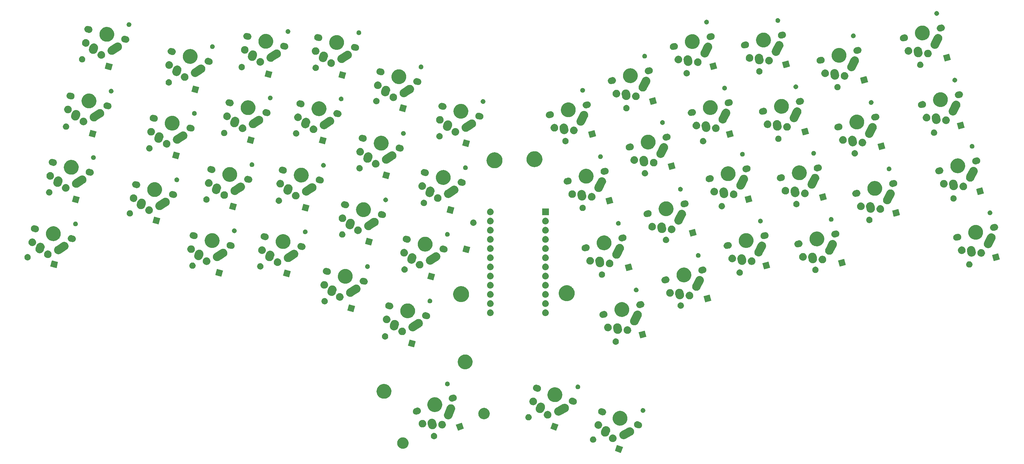
<source format=gbr>
G04 #@! TF.GenerationSoftware,KiCad,Pcbnew,(5.99.0-562-g7b80b2dc7)*
G04 #@! TF.CreationDate,2019-12-24T23:11:14-08:00*
G04 #@! TF.ProjectId,arch_40,61726368-5f34-4302-9e6b-696361645f70,rev?*
G04 #@! TF.SameCoordinates,Original*
G04 #@! TF.FileFunction,Soldermask,Top*
G04 #@! TF.FilePolarity,Negative*
%FSLAX46Y46*%
G04 Gerber Fmt 4.6, Leading zero omitted, Abs format (unit mm)*
G04 Created by KiCad (PCBNEW (5.99.0-562-g7b80b2dc7)) date 2019-12-24 23:11:14*
%MOMM*%
%LPD*%
G04 APERTURE LIST*
G04 APERTURE END LIST*
G36*
X176163329Y-155935572D02*
G01*
X177691629Y-156491827D01*
X177719704Y-156508863D01*
X177731701Y-156525225D01*
X177736524Y-156544934D01*
X177731528Y-156577389D01*
X177175273Y-158105689D01*
X177168762Y-158116419D01*
X177158237Y-158133764D01*
X177141875Y-158145761D01*
X177122167Y-158150584D01*
X177122166Y-158150584D01*
X177089711Y-158145588D01*
X175561411Y-157589333D01*
X175533336Y-157572297D01*
X175521339Y-157555935D01*
X175516516Y-157536226D01*
X175521512Y-157503771D01*
X176077767Y-155975471D01*
X176094803Y-155947396D01*
X176111165Y-155935399D01*
X176118259Y-155933663D01*
X176130873Y-155930576D01*
X176130874Y-155930576D01*
X176163329Y-155935572D01*
G37*
G36*
X116890656Y-153824869D02*
G01*
X116947239Y-153822893D01*
X117015565Y-153831524D01*
X117079010Y-153834905D01*
X117135750Y-153846707D01*
X117198689Y-153854658D01*
X117258246Y-153872187D01*
X117313622Y-153883705D01*
X117374457Y-153906389D01*
X117441825Y-153926217D01*
X117491648Y-153950088D01*
X117538144Y-153967426D01*
X117600974Y-154002469D01*
X117670393Y-154035729D01*
X117710149Y-154063360D01*
X117747419Y-154084147D01*
X117809771Y-154132599D01*
X117878512Y-154180375D01*
X117908418Y-154209254D01*
X117936641Y-154231186D01*
X117995824Y-154293661D01*
X118060828Y-154356435D01*
X118081629Y-154384240D01*
X118101433Y-154405146D01*
X118154574Y-154481748D01*
X118212649Y-154559379D01*
X118225557Y-154584070D01*
X118238020Y-154602035D01*
X118282208Y-154692432D01*
X118330071Y-154783986D01*
X118336696Y-154803903D01*
X118343256Y-154817322D01*
X118375611Y-154920884D01*
X118410072Y-155024477D01*
X118412328Y-155038409D01*
X118414716Y-155046051D01*
X118432501Y-155162962D01*
X118450593Y-155274665D01*
X118447594Y-155561070D01*
X118441128Y-155596298D01*
X118440579Y-155614810D01*
X118420271Y-155709940D01*
X118401842Y-155810355D01*
X118394336Y-155831435D01*
X118390930Y-155847389D01*
X118353083Y-155947286D01*
X118316822Y-156049118D01*
X118309361Y-156062689D01*
X118306034Y-156071471D01*
X118249025Y-156172439D01*
X118194722Y-156271216D01*
X118189428Y-156277992D01*
X118188218Y-156280135D01*
X118101902Y-156390020D01*
X118038684Y-156470936D01*
X117956137Y-156547375D01*
X117865370Y-156632462D01*
X117861057Y-156635421D01*
X117852721Y-156643140D01*
X117760078Y-156704692D01*
X117667764Y-156768019D01*
X117656813Y-156773301D01*
X117641619Y-156783396D01*
X117545330Y-156827075D01*
X117451935Y-156872123D01*
X117433676Y-156877723D01*
X117410808Y-156888096D01*
X117314766Y-156914190D01*
X117222841Y-156942382D01*
X117197095Y-156946161D01*
X117166226Y-156954548D01*
X117073705Y-156964272D01*
X116985751Y-156977182D01*
X116952789Y-156976981D01*
X116914166Y-156981040D01*
X116827913Y-156976218D01*
X116746125Y-156975718D01*
X116706723Y-156969442D01*
X116661113Y-156966892D01*
X116583290Y-156949782D01*
X116509479Y-156938025D01*
X116464869Y-156923745D01*
X116413577Y-156912468D01*
X116345769Y-156885621D01*
X116281261Y-156864972D01*
X116233106Y-156841015D01*
X116177926Y-156819168D01*
X116121100Y-156785293D01*
X116066716Y-156758237D01*
X116017047Y-156723264D01*
X115960224Y-156689391D01*
X115914766Y-156651247D01*
X115870787Y-156620281D01*
X115821944Y-156573360D01*
X115766072Y-156526478D01*
X115731750Y-156486716D01*
X115697976Y-156454271D01*
X115652542Y-156394953D01*
X115600463Y-156334619D01*
X115576517Y-156295695D01*
X115552265Y-156264032D01*
X115512937Y-156192347D01*
X115467660Y-156118750D01*
X115452858Y-156082839D01*
X115437005Y-156053942D01*
X115406527Y-155970430D01*
X115371078Y-155884425D01*
X115363775Y-155853287D01*
X115354853Y-155828841D01*
X115335930Y-155734571D01*
X115313203Y-155637673D01*
X115311451Y-155612622D01*
X115307693Y-155593899D01*
X115302898Y-155490297D01*
X115295524Y-155384842D01*
X115297176Y-155366684D01*
X115296614Y-155354531D01*
X115308415Y-155243191D01*
X115318494Y-155132437D01*
X115321320Y-155121429D01*
X115321871Y-155116234D01*
X115353497Y-154996109D01*
X115381524Y-154886951D01*
X115422720Y-154792657D01*
X115478240Y-154664665D01*
X115479548Y-154662584D01*
X115482992Y-154654701D01*
X115544076Y-154559917D01*
X115605756Y-154461781D01*
X115611896Y-154454680D01*
X115620287Y-154441660D01*
X115692598Y-154361351D01*
X115762489Y-154280524D01*
X115774911Y-154269933D01*
X115789877Y-154253312D01*
X115869407Y-154189368D01*
X115944842Y-154125054D01*
X115964619Y-154112816D01*
X115987399Y-154094500D01*
X116070549Y-154047264D01*
X116148606Y-153998961D01*
X116176383Y-153987142D01*
X116207771Y-153969311D01*
X116291259Y-153938262D01*
X116369109Y-153905137D01*
X116405063Y-153895939D01*
X116445324Y-153880966D01*
X116526139Y-153864964D01*
X116601257Y-153845747D01*
X116645100Y-153841410D01*
X116693945Y-153831738D01*
X116769542Y-153829098D01*
X116839723Y-153822155D01*
X116890656Y-153824869D01*
G37*
G36*
X169469137Y-153556678D02*
G01*
X169512171Y-153554573D01*
X169557783Y-153561634D01*
X169610061Y-153564557D01*
X169651622Y-153576161D01*
X169688144Y-153581815D01*
X169737160Y-153600044D01*
X169793485Y-153615770D01*
X169826152Y-153633140D01*
X169855038Y-153643882D01*
X169904589Y-153674845D01*
X169961633Y-153705176D01*
X169985129Y-153725172D01*
X170006046Y-153738243D01*
X170052784Y-153782751D01*
X170106660Y-153828603D01*
X170121595Y-153848279D01*
X170134993Y-153861038D01*
X170175307Y-153919042D01*
X170221799Y-153980293D01*
X170229577Y-153997126D01*
X170236621Y-154007261D01*
X170266863Y-154077821D01*
X170301679Y-154153170D01*
X170304335Y-154165249D01*
X170306767Y-154170924D01*
X170323433Y-154252112D01*
X170342573Y-154339166D01*
X170341887Y-154535722D01*
X170322148Y-154622602D01*
X170304909Y-154703706D01*
X170302435Y-154709369D01*
X170299695Y-154721429D01*
X170264360Y-154796520D01*
X170233619Y-154866884D01*
X170226502Y-154876973D01*
X170218610Y-154893744D01*
X170171708Y-154954647D01*
X170130976Y-155012388D01*
X170117486Y-155025056D01*
X170102415Y-155044626D01*
X170048226Y-155090096D01*
X170001173Y-155134282D01*
X169980164Y-155147207D01*
X169956530Y-155167038D01*
X169899268Y-155196974D01*
X169849510Y-155227585D01*
X169820557Y-155238123D01*
X169787762Y-155255268D01*
X169731319Y-155270603D01*
X169682181Y-155288488D01*
X169645622Y-155293887D01*
X169603985Y-155305199D01*
X169551696Y-155307756D01*
X169506028Y-155314500D01*
X169463000Y-155312094D01*
X169413773Y-155314502D01*
X169368201Y-155306794D01*
X169328240Y-155304560D01*
X169280649Y-155291986D01*
X169226001Y-155282743D01*
X169188841Y-155267729D01*
X169156082Y-155259074D01*
X169106502Y-155234462D01*
X169049429Y-155211403D01*
X169021430Y-155192232D01*
X168996588Y-155179900D01*
X168948146Y-155142053D01*
X168892295Y-155103811D01*
X168873278Y-155083560D01*
X168856269Y-155070271D01*
X168812455Y-155018790D01*
X168761931Y-154964987D01*
X168750862Y-154946418D01*
X168740860Y-154934666D01*
X168705336Y-154870049D01*
X168664418Y-154801407D01*
X168659541Y-154786747D01*
X168655079Y-154778630D01*
X168631470Y-154702363D01*
X168604306Y-154620704D01*
X168603336Y-154611476D01*
X168602422Y-154608523D01*
X168594033Y-154522964D01*
X168584399Y-154431308D01*
X168594680Y-154339654D01*
X168603659Y-154254222D01*
X168604592Y-154251279D01*
X168605627Y-154242056D01*
X168633364Y-154160579D01*
X168657501Y-154084489D01*
X168662020Y-154076404D01*
X168666999Y-154061777D01*
X168708403Y-153993411D01*
X168744370Y-153929056D01*
X168754451Y-153917377D01*
X168765652Y-153898882D01*
X168816555Y-153845429D01*
X168860725Y-153794257D01*
X168877828Y-153781086D01*
X168896983Y-153760971D01*
X168953086Y-153723129D01*
X169001800Y-153685614D01*
X169026733Y-153673453D01*
X169054864Y-153654479D01*
X169112101Y-153631817D01*
X169161849Y-153607554D01*
X169194664Y-153599129D01*
X169231930Y-153584374D01*
X169286645Y-153575512D01*
X169334317Y-153563272D01*
X169374286Y-153561317D01*
X169419919Y-153553926D01*
X169469137Y-153556678D01*
G37*
G36*
X174952672Y-153032731D02*
G01*
X175003472Y-153033086D01*
X175054132Y-153043485D01*
X175099909Y-153048337D01*
X175149368Y-153063034D01*
X175205374Y-153074531D01*
X175247150Y-153092092D01*
X175285062Y-153103358D01*
X175336803Y-153129778D01*
X175395381Y-153154402D01*
X175427645Y-153176165D01*
X175457096Y-153191203D01*
X175508335Y-153230591D01*
X175566255Y-153269659D01*
X175589151Y-153292716D01*
X175610239Y-153308926D01*
X175657845Y-153361890D01*
X175711488Y-153415909D01*
X175725912Y-153437619D01*
X175739365Y-153452586D01*
X175780003Y-153519032D01*
X175825549Y-153587584D01*
X175833031Y-153605736D01*
X175840146Y-153617370D01*
X175870459Y-153696544D01*
X175904092Y-153778144D01*
X175906653Y-153791079D01*
X175909213Y-153797765D01*
X175926012Y-153888847D01*
X175944126Y-153980330D01*
X175940838Y-154215749D01*
X175937315Y-154231255D01*
X175937150Y-154237359D01*
X175915826Y-154325839D01*
X175895175Y-154416738D01*
X175892439Y-154422883D01*
X175892280Y-154423543D01*
X175834995Y-154551904D01*
X175811342Y-154605031D01*
X175757338Y-154681586D01*
X175704013Y-154759029D01*
X175699601Y-154763434D01*
X175692532Y-154773454D01*
X175628050Y-154834860D01*
X175567308Y-154895495D01*
X175556823Y-154902688D01*
X175543272Y-154915592D01*
X175473041Y-154960162D01*
X175408023Y-155004764D01*
X175390481Y-155012556D01*
X175369246Y-155026032D01*
X175297428Y-155053889D01*
X175231491Y-155083177D01*
X175206527Y-155089147D01*
X175177083Y-155100568D01*
X175107385Y-155112857D01*
X175043624Y-155128106D01*
X175011519Y-155129761D01*
X174974103Y-155136358D01*
X174909689Y-155135009D01*
X174850722Y-155138048D01*
X174812423Y-155132972D01*
X174768036Y-155132042D01*
X174711304Y-155119569D01*
X174659233Y-155112667D01*
X174616348Y-155098692D01*
X174566733Y-155087783D01*
X174519346Y-155067080D01*
X174475579Y-155052817D01*
X174430257Y-155028158D01*
X174377860Y-155005266D01*
X174340646Y-154979402D01*
X174305906Y-154960500D01*
X174260784Y-154923896D01*
X174208611Y-154887635D01*
X174181583Y-154859646D01*
X174155895Y-154838808D01*
X174113958Y-154789619D01*
X174065434Y-154739371D01*
X174047832Y-154712058D01*
X174030576Y-154691818D01*
X173995023Y-154630114D01*
X173953782Y-154566120D01*
X173944186Y-154541884D01*
X173934141Y-154524450D01*
X173908208Y-154451014D01*
X173877907Y-154374482D01*
X173874363Y-154355171D01*
X173869820Y-154342307D01*
X173856627Y-154258538D01*
X173840700Y-154171757D01*
X173840884Y-154158574D01*
X173839770Y-154151500D01*
X173842277Y-154058846D01*
X173843578Y-153965665D01*
X173844976Y-153959089D01*
X173844994Y-153958412D01*
X173874487Y-153820249D01*
X173886431Y-153764058D01*
X173923307Y-153678021D01*
X173959396Y-153591108D01*
X173962799Y-153585878D01*
X173967627Y-153574613D01*
X174017909Y-153501177D01*
X174064739Y-153429204D01*
X174073504Y-153419984D01*
X174084073Y-153404548D01*
X174143490Y-153346363D01*
X174197826Y-153289204D01*
X174213367Y-153277933D01*
X174231334Y-153260339D01*
X174295782Y-153218166D01*
X174354199Y-153175801D01*
X174377382Y-153164768D01*
X174403801Y-153147480D01*
X174469397Y-153120977D01*
X174528613Y-153092796D01*
X174559677Y-153084502D01*
X174594904Y-153070269D01*
X174658209Y-153058193D01*
X174715240Y-153042965D01*
X174753744Y-153039968D01*
X174797365Y-153031647D01*
X174855451Y-153032053D01*
X174907816Y-153027977D01*
X174952672Y-153032731D01*
G37*
G36*
X125487866Y-152584089D02*
G01*
X125530900Y-152581984D01*
X125576512Y-152589045D01*
X125628790Y-152591968D01*
X125670351Y-152603572D01*
X125706873Y-152609226D01*
X125755889Y-152627455D01*
X125812214Y-152643181D01*
X125844881Y-152660551D01*
X125873767Y-152671293D01*
X125923318Y-152702256D01*
X125980362Y-152732587D01*
X126003858Y-152752583D01*
X126024775Y-152765654D01*
X126071513Y-152810162D01*
X126125389Y-152856014D01*
X126140324Y-152875690D01*
X126153722Y-152888449D01*
X126194036Y-152946453D01*
X126240528Y-153007704D01*
X126248306Y-153024537D01*
X126255350Y-153034672D01*
X126285592Y-153105232D01*
X126320408Y-153180581D01*
X126323064Y-153192660D01*
X126325496Y-153198335D01*
X126342162Y-153279523D01*
X126361302Y-153366577D01*
X126360616Y-153563133D01*
X126340877Y-153650013D01*
X126323638Y-153731117D01*
X126321164Y-153736780D01*
X126318424Y-153748840D01*
X126283089Y-153823931D01*
X126252348Y-153894295D01*
X126245231Y-153904384D01*
X126237339Y-153921155D01*
X126190437Y-153982058D01*
X126149705Y-154039799D01*
X126136215Y-154052467D01*
X126121144Y-154072037D01*
X126066955Y-154117507D01*
X126019902Y-154161693D01*
X125998893Y-154174618D01*
X125975259Y-154194449D01*
X125917997Y-154224385D01*
X125868239Y-154254996D01*
X125839286Y-154265534D01*
X125806491Y-154282679D01*
X125750048Y-154298014D01*
X125700910Y-154315899D01*
X125664351Y-154321298D01*
X125622714Y-154332610D01*
X125570425Y-154335167D01*
X125524757Y-154341911D01*
X125481729Y-154339505D01*
X125432502Y-154341913D01*
X125386930Y-154334205D01*
X125346969Y-154331971D01*
X125299378Y-154319397D01*
X125244730Y-154310154D01*
X125207570Y-154295140D01*
X125174811Y-154286485D01*
X125125231Y-154261873D01*
X125068158Y-154238814D01*
X125040159Y-154219643D01*
X125015317Y-154207311D01*
X124966875Y-154169464D01*
X124911024Y-154131222D01*
X124892007Y-154110971D01*
X124874998Y-154097682D01*
X124831184Y-154046201D01*
X124780660Y-153992398D01*
X124769591Y-153973829D01*
X124759589Y-153962077D01*
X124724065Y-153897460D01*
X124683147Y-153828818D01*
X124678270Y-153814158D01*
X124673808Y-153806041D01*
X124650199Y-153729774D01*
X124623035Y-153648115D01*
X124622065Y-153638887D01*
X124621151Y-153635934D01*
X124612762Y-153550375D01*
X124603128Y-153458719D01*
X124613409Y-153367065D01*
X124622388Y-153281633D01*
X124623321Y-153278690D01*
X124624356Y-153269467D01*
X124652093Y-153187990D01*
X124676230Y-153111900D01*
X124680749Y-153103815D01*
X124685728Y-153089188D01*
X124727132Y-153020822D01*
X124763099Y-152956467D01*
X124773180Y-152944788D01*
X124784381Y-152926293D01*
X124835284Y-152872840D01*
X124879454Y-152821668D01*
X124896557Y-152808497D01*
X124915712Y-152788382D01*
X124971815Y-152750540D01*
X125020529Y-152713025D01*
X125045462Y-152700864D01*
X125073593Y-152681890D01*
X125130830Y-152659228D01*
X125180578Y-152634965D01*
X125213393Y-152626540D01*
X125250659Y-152611785D01*
X125305374Y-152602923D01*
X125353046Y-152590683D01*
X125393015Y-152588728D01*
X125438648Y-152581337D01*
X125487866Y-152584089D01*
G37*
G36*
X179689147Y-151052604D02*
G01*
X179723378Y-151052395D01*
X179798375Y-151065821D01*
X179865922Y-151073995D01*
X179897325Y-151083536D01*
X179936130Y-151090483D01*
X180002426Y-151115468D01*
X180062807Y-151133813D01*
X180096613Y-151150964D01*
X180138378Y-151166704D01*
X180194500Y-151200626D01*
X180246314Y-151226913D01*
X180280680Y-151252716D01*
X180323349Y-151278506D01*
X180368416Y-151318589D01*
X180410867Y-151350462D01*
X180443696Y-151385544D01*
X180484847Y-151422144D01*
X180518638Y-151465629D01*
X180551471Y-151500715D01*
X180580467Y-151545195D01*
X180617466Y-151592808D01*
X180640363Y-151637075D01*
X180663840Y-151673089D01*
X180686641Y-151726546D01*
X180716763Y-151784781D01*
X180729701Y-151827499D01*
X180744574Y-151862368D01*
X180758874Y-151923819D01*
X180779414Y-151991636D01*
X180783775Y-152030827D01*
X180791212Y-152062784D01*
X180794891Y-152130707D01*
X180803319Y-152206443D01*
X180800841Y-152240585D01*
X180802340Y-152268254D01*
X180793581Y-152340637D01*
X180787676Y-152422011D01*
X180780337Y-152450087D01*
X180777620Y-152472537D01*
X180755044Y-152546843D01*
X180733014Y-152631117D01*
X180722884Y-152652694D01*
X180717800Y-152669426D01*
X180680625Y-152742701D01*
X180641159Y-152826761D01*
X180630293Y-152841910D01*
X180624701Y-152852933D01*
X180572949Y-152921860D01*
X180515189Y-153002390D01*
X180505490Y-153011707D01*
X180501152Y-153017485D01*
X180436386Y-153078091D01*
X180359323Y-153152122D01*
X180352422Y-153156664D01*
X180350902Y-153158086D01*
X180283077Y-153202300D01*
X180224772Y-153240672D01*
X180221696Y-153242314D01*
X180221689Y-153242319D01*
X178504186Y-154159380D01*
X178468332Y-154183975D01*
X178425640Y-154202938D01*
X178391048Y-154222910D01*
X178333621Y-154243811D01*
X178270807Y-154271712D01*
X178261828Y-154273859D01*
X178258903Y-154275107D01*
X178239934Y-154279521D01*
X178219674Y-154287748D01*
X178205378Y-154290488D01*
X178197686Y-154293288D01*
X178132618Y-154304761D01*
X178060601Y-154321984D01*
X178033861Y-154323362D01*
X178007404Y-154328433D01*
X177998044Y-154328490D01*
X177995039Y-154329020D01*
X177927550Y-154329020D01*
X177920790Y-154329203D01*
X177853018Y-154332873D01*
X177851912Y-154332739D01*
X177844754Y-154333108D01*
X177818201Y-154329589D01*
X177791276Y-154329753D01*
X177716427Y-154316353D01*
X177716103Y-154316305D01*
X177648735Y-154308153D01*
X177642743Y-154306333D01*
X177630494Y-154304709D01*
X177605857Y-154296680D01*
X177586619Y-154293288D01*
X177585679Y-154292946D01*
X177578524Y-154291665D01*
X177512218Y-154266676D01*
X177451845Y-154248333D01*
X177441689Y-154243181D01*
X177424997Y-154237741D01*
X177406798Y-154227839D01*
X177393252Y-154222909D01*
X177387927Y-154219834D01*
X177376277Y-154215444D01*
X177320160Y-154181525D01*
X177268339Y-154155235D01*
X177255139Y-154145323D01*
X177235145Y-154134445D01*
X177223086Y-154124662D01*
X177215045Y-154120020D01*
X177206397Y-154112763D01*
X177191306Y-154103642D01*
X177146238Y-154063558D01*
X177103786Y-154031684D01*
X177089018Y-154015902D01*
X177067296Y-153998281D01*
X177060595Y-153990421D01*
X177057420Y-153987757D01*
X177046853Y-153975164D01*
X177029807Y-153960003D01*
X176996016Y-153916518D01*
X176963187Y-153881436D01*
X176949822Y-153860935D01*
X176947312Y-153857549D01*
X176927072Y-153833809D01*
X176913672Y-153810552D01*
X176897188Y-153789340D01*
X176874291Y-153745072D01*
X176850814Y-153709059D01*
X176841218Y-153686561D01*
X176834617Y-153673351D01*
X176824956Y-153656583D01*
X176822262Y-153651917D01*
X176822253Y-153651892D01*
X176819168Y-153646538D01*
X176810223Y-153621208D01*
X176797891Y-153597366D01*
X176784951Y-153554641D01*
X176770081Y-153519779D01*
X176764543Y-153495982D01*
X176760258Y-153481561D01*
X176751884Y-153458553D01*
X176750987Y-153453464D01*
X176747199Y-153442738D01*
X176743019Y-153416195D01*
X176735240Y-153390512D01*
X176730878Y-153351316D01*
X176723443Y-153319364D01*
X176722122Y-153294979D01*
X176720406Y-153280033D01*
X176716152Y-153255908D01*
X176716152Y-153245599D01*
X176713575Y-153229236D01*
X176714302Y-153202359D01*
X176711336Y-153175704D01*
X176713813Y-153141563D01*
X176712315Y-153113894D01*
X176715247Y-153089661D01*
X176716152Y-153074644D01*
X176716152Y-153050134D01*
X176718832Y-153034932D01*
X176719421Y-153013181D01*
X176725039Y-152986865D01*
X176726978Y-152960138D01*
X176734319Y-152932057D01*
X176737035Y-152909608D01*
X176744127Y-152886267D01*
X176747626Y-152871636D01*
X176751884Y-152847489D01*
X176758914Y-152828172D01*
X176764542Y-152801810D01*
X176774864Y-152776951D01*
X176781640Y-152751031D01*
X176791771Y-152729453D01*
X176796854Y-152712723D01*
X176807884Y-152690982D01*
X176813871Y-152677179D01*
X176822263Y-152654121D01*
X176835101Y-152631885D01*
X176847427Y-152602201D01*
X176862115Y-152579627D01*
X176873495Y-152555388D01*
X176884361Y-152540239D01*
X176889953Y-152529216D01*
X176904584Y-152509729D01*
X176912874Y-152497179D01*
X176925147Y-152475923D01*
X176944927Y-152452349D01*
X176965300Y-152421038D01*
X176983862Y-152401512D01*
X176999465Y-152379758D01*
X177009168Y-152370437D01*
X177013504Y-152364662D01*
X177031283Y-152348025D01*
X177041631Y-152337101D01*
X177057416Y-152318289D01*
X177084896Y-152295230D01*
X177114214Y-152264390D01*
X177136028Y-152248570D01*
X177155331Y-152230027D01*
X177162232Y-152225485D01*
X177163755Y-152224060D01*
X177184150Y-152210765D01*
X177196236Y-152201806D01*
X177215051Y-152186018D01*
X177250517Y-152165542D01*
X177289180Y-152137503D01*
X177345519Y-152110691D01*
X177393251Y-152083133D01*
X177403455Y-152079419D01*
X177419577Y-152072224D01*
X178390616Y-151553738D01*
X179110871Y-151169158D01*
X179110874Y-151169157D01*
X179113872Y-151167556D01*
X179255750Y-151107040D01*
X179274726Y-151102624D01*
X179294980Y-151094400D01*
X179380547Y-151078000D01*
X179456166Y-151060403D01*
X179478731Y-151059181D01*
X179507249Y-151053715D01*
X179588858Y-151053217D01*
X179661636Y-151049275D01*
X179689147Y-151052604D01*
G37*
G36*
X173049894Y-150736028D02*
G01*
X173102969Y-150735009D01*
X173150436Y-150742442D01*
X173205395Y-150745948D01*
X173258789Y-150759409D01*
X173306262Y-150766843D01*
X173356496Y-150784042D01*
X173414971Y-150798784D01*
X173460271Y-150819572D01*
X173500943Y-150833497D01*
X173551825Y-150861585D01*
X173611409Y-150888928D01*
X173647899Y-150914621D01*
X173681086Y-150932941D01*
X173730186Y-150972559D01*
X173788131Y-151013359D01*
X173815699Y-151041559D01*
X173841233Y-151062163D01*
X173885951Y-151113425D01*
X173939217Y-151167913D01*
X173958284Y-151196341D01*
X173976502Y-151217225D01*
X174014159Y-151279649D01*
X174059608Y-151347412D01*
X174071112Y-151374061D01*
X174082792Y-151393422D01*
X174110752Y-151465882D01*
X174145272Y-151545844D01*
X174150572Y-151569077D01*
X174156868Y-151585394D01*
X174172689Y-151666036D01*
X174193340Y-151756564D01*
X174194104Y-151775189D01*
X174196485Y-151787323D01*
X174198140Y-151873516D01*
X174202203Y-151972517D01*
X174200296Y-151985831D01*
X174200435Y-151993056D01*
X174186706Y-152080728D01*
X174171563Y-152186468D01*
X174168923Y-152194291D01*
X174168600Y-152196352D01*
X174142395Y-152272891D01*
X174120054Y-152339086D01*
X173877512Y-152886412D01*
X173874332Y-152894303D01*
X173856607Y-152943005D01*
X173836126Y-152978478D01*
X173816665Y-153022086D01*
X173790436Y-153060178D01*
X173766958Y-153102708D01*
X173764079Y-153106276D01*
X173754354Y-153120452D01*
X173750816Y-153124668D01*
X173743828Y-153136821D01*
X173714755Y-153170089D01*
X173694090Y-153200101D01*
X173664692Y-153229448D01*
X173637743Y-153262846D01*
X173634363Y-153265795D01*
X173622096Y-153278299D01*
X173614954Y-153284292D01*
X173601605Y-153299567D01*
X173567114Y-153326855D01*
X173541127Y-153352797D01*
X173510719Y-153373657D01*
X173482679Y-153398118D01*
X173478989Y-153400344D01*
X173464368Y-153410792D01*
X173451989Y-153417939D01*
X173432106Y-153433670D01*
X173393507Y-153454064D01*
X173362899Y-153475061D01*
X173333433Y-153488149D01*
X173306484Y-153504406D01*
X173302717Y-153505860D01*
X173285969Y-153513867D01*
X173267815Y-153520475D01*
X173241006Y-153534639D01*
X173199751Y-153547528D01*
X173165374Y-153562798D01*
X173138510Y-153569223D01*
X173114506Y-153578485D01*
X173110874Y-153579198D01*
X173092309Y-153584364D01*
X173068300Y-153588597D01*
X173034707Y-153599093D01*
X172992321Y-153604185D01*
X172955168Y-153613070D01*
X172932184Y-153614255D01*
X172912583Y-153618100D01*
X172909291Y-153618163D01*
X172889980Y-153620040D01*
X172889606Y-153620106D01*
X172859782Y-153620106D01*
X172820115Y-153624871D01*
X172778140Y-153622193D01*
X172739321Y-153624194D01*
X172721089Y-153621777D01*
X172706847Y-153622051D01*
X172704037Y-153621611D01*
X172684699Y-153620106D01*
X172683831Y-153620106D01*
X172648922Y-153613951D01*
X172604421Y-153611112D01*
X172564291Y-153600995D01*
X172525061Y-153595795D01*
X172512002Y-153591539D01*
X172503552Y-153590216D01*
X172501324Y-153589453D01*
X172482547Y-153584615D01*
X172481190Y-153584376D01*
X172442459Y-153570279D01*
X172394845Y-153558275D01*
X172357890Y-153541317D01*
X172319564Y-153528827D01*
X172311617Y-153524503D01*
X172308874Y-153523564D01*
X172307259Y-153522672D01*
X172289604Y-153514645D01*
X172287821Y-153513996D01*
X172247024Y-153490442D01*
X172198407Y-153468132D01*
X172165755Y-153445141D01*
X172129712Y-153425531D01*
X172122815Y-153419936D01*
X172111703Y-153412314D01*
X172109620Y-153411111D01*
X172068916Y-153376957D01*
X172021685Y-153343701D01*
X171994269Y-153315656D01*
X171986674Y-153309494D01*
X171968583Y-153294897D01*
X171968349Y-153294628D01*
X171961863Y-153289367D01*
X171955869Y-153282336D01*
X171954210Y-153280709D01*
X171951987Y-153278844D01*
X171913832Y-153233373D01*
X171870599Y-153189147D01*
X171851531Y-153160718D01*
X171833316Y-153139837D01*
X171833144Y-153139552D01*
X171828007Y-153132364D01*
X171821639Y-153124895D01*
X171785879Y-153062832D01*
X171750208Y-153009648D01*
X171738703Y-152982998D01*
X171726979Y-152963563D01*
X171718700Y-152946244D01*
X171716830Y-152943004D01*
X171716822Y-152942981D01*
X171713735Y-152937624D01*
X171689555Y-152869150D01*
X171664544Y-152811216D01*
X171659244Y-152787982D01*
X171652805Y-152771295D01*
X171647844Y-152753467D01*
X171646451Y-152749639D01*
X171645554Y-152744550D01*
X171641766Y-152733824D01*
X171630340Y-152661272D01*
X171616476Y-152600495D01*
X171615712Y-152581868D01*
X171613203Y-152569082D01*
X171611472Y-152551264D01*
X171610719Y-152546994D01*
X171610719Y-152536685D01*
X171608142Y-152520322D01*
X171610146Y-152446260D01*
X171607613Y-152384544D01*
X171609519Y-152371232D01*
X171609364Y-152363140D01*
X171610719Y-152345732D01*
X171610719Y-152341220D01*
X171613399Y-152326019D01*
X171613988Y-152304267D01*
X171629549Y-152231371D01*
X171638253Y-152170593D01*
X171640894Y-152162769D01*
X171641371Y-152159721D01*
X171645653Y-152143104D01*
X171646452Y-152138572D01*
X171653481Y-152119259D01*
X171659109Y-152092896D01*
X171687783Y-152023841D01*
X171689763Y-152017975D01*
X171691171Y-152014797D01*
X171691174Y-152014789D01*
X171691299Y-152014507D01*
X171694481Y-152006613D01*
X171716830Y-151945208D01*
X171729666Y-151922977D01*
X171741994Y-151893287D01*
X171751471Y-151878721D01*
X171968314Y-151389385D01*
X172042854Y-151254357D01*
X172055087Y-151239196D01*
X172065988Y-151220239D01*
X172123330Y-151154622D01*
X172172078Y-151094208D01*
X172189109Y-151079351D01*
X172208211Y-151057492D01*
X172272185Y-151006878D01*
X172327133Y-150958943D01*
X172350876Y-150944620D01*
X172377710Y-150923390D01*
X172445054Y-150887808D01*
X172503334Y-150852651D01*
X172533960Y-150840833D01*
X172568810Y-150822420D01*
X172636423Y-150801296D01*
X172695306Y-150778575D01*
X172732512Y-150771275D01*
X172775110Y-150757967D01*
X172840208Y-150750147D01*
X172897233Y-150738959D01*
X172940204Y-150738134D01*
X172989700Y-150732188D01*
X173049894Y-150736028D01*
G37*
G36*
X158311038Y-149753289D02*
G01*
X159839338Y-150309544D01*
X159867413Y-150326580D01*
X159879410Y-150342942D01*
X159884233Y-150362651D01*
X159879237Y-150395106D01*
X159322982Y-151923406D01*
X159316471Y-151934136D01*
X159305946Y-151951481D01*
X159289584Y-151963478D01*
X159269876Y-151968301D01*
X159269875Y-151968301D01*
X159237420Y-151963305D01*
X157709120Y-151407050D01*
X157681045Y-151390014D01*
X157669048Y-151373652D01*
X157664225Y-151353943D01*
X157669221Y-151321488D01*
X158225476Y-149793188D01*
X158242512Y-149765113D01*
X158258874Y-149753116D01*
X158265968Y-149751380D01*
X158278582Y-149748293D01*
X158278583Y-149748293D01*
X158311038Y-149753289D01*
G37*
G36*
X133151904Y-149748293D02*
G01*
X133160604Y-149750422D01*
X133176966Y-149762419D01*
X133194002Y-149790494D01*
X133750257Y-151318794D01*
X133755132Y-151350462D01*
X133755253Y-151351250D01*
X133755037Y-151352131D01*
X133750430Y-151370958D01*
X133738433Y-151387320D01*
X133710358Y-151404356D01*
X132182058Y-151960611D01*
X132149603Y-151965607D01*
X132149602Y-151965607D01*
X132129894Y-151960784D01*
X132113532Y-151948787D01*
X132103007Y-151931442D01*
X132096496Y-151920712D01*
X131540241Y-150392412D01*
X131535245Y-150359957D01*
X131540068Y-150340248D01*
X131552065Y-150323886D01*
X131580140Y-150306850D01*
X133108440Y-149750595D01*
X133140895Y-149745599D01*
X133140896Y-149745599D01*
X133151904Y-149748293D01*
G37*
G36*
X124941943Y-148661140D02*
G01*
X124974751Y-148660510D01*
X125041962Y-148671035D01*
X125117789Y-148678537D01*
X125150670Y-148688059D01*
X125178047Y-148692346D01*
X125247019Y-148715960D01*
X125325393Y-148738656D01*
X125351334Y-148751675D01*
X125372727Y-148758999D01*
X125440718Y-148796532D01*
X125518565Y-148835600D01*
X125537561Y-148849993D01*
X125552874Y-148858446D01*
X125616832Y-148910053D01*
X125690836Y-148966124D01*
X125703392Y-148979899D01*
X125713013Y-148987662D01*
X125769669Y-149052609D01*
X125836436Y-149125857D01*
X125843536Y-149137286D01*
X125848286Y-149142731D01*
X125894141Y-149218744D01*
X125950489Y-149309448D01*
X125953492Y-149317131D01*
X125954572Y-149318921D01*
X125983777Y-149394608D01*
X126009131Y-149459470D01*
X126010098Y-149462820D01*
X126010101Y-149462828D01*
X126172974Y-150027116D01*
X126192219Y-150077381D01*
X126194093Y-150087544D01*
X126195510Y-150091436D01*
X126207080Y-150157053D01*
X126207519Y-150159411D01*
X126229490Y-150271402D01*
X126229578Y-150275980D01*
X126230392Y-150284354D01*
X126231420Y-150289929D01*
X126231242Y-150296508D01*
X126231242Y-150298615D01*
X126233698Y-150312403D01*
X126231949Y-150399503D01*
X126233440Y-150477135D01*
X126232747Y-150481561D01*
X126231387Y-150499033D01*
X126229767Y-150508221D01*
X126229360Y-150528493D01*
X126224302Y-150553027D01*
X126223911Y-150567460D01*
X126210731Y-150622149D01*
X126201604Y-150680428D01*
X126200215Y-150684486D01*
X126195724Y-150701914D01*
X126190833Y-150715353D01*
X126185715Y-150740174D01*
X126177311Y-150760819D01*
X126173272Y-150777578D01*
X126152105Y-150825009D01*
X126134952Y-150875109D01*
X126133004Y-150878638D01*
X126125314Y-150895551D01*
X126115655Y-150912281D01*
X126104226Y-150940357D01*
X126092370Y-150958859D01*
X126085190Y-150974949D01*
X126058191Y-151014160D01*
X126035502Y-151055259D01*
X126033187Y-151058129D01*
X126022269Y-151074044D01*
X126006598Y-151092720D01*
X125987620Y-151122338D01*
X125972865Y-151138078D01*
X125962615Y-151152964D01*
X125932023Y-151183503D01*
X125906288Y-151215396D01*
X125903811Y-151217557D01*
X125890233Y-151231399D01*
X125889980Y-151231701D01*
X125867119Y-151250883D01*
X125839804Y-151280022D01*
X125822798Y-151292537D01*
X125809652Y-151305660D01*
X125777650Y-151327614D01*
X125751219Y-151350670D01*
X125748798Y-151352131D01*
X125733016Y-151363408D01*
X125732343Y-151363973D01*
X125701632Y-151381704D01*
X125665727Y-151408127D01*
X125647192Y-151417107D01*
X125631424Y-151427924D01*
X125600056Y-151441857D01*
X125575026Y-151456956D01*
X125572842Y-151457799D01*
X125555340Y-151466166D01*
X125554141Y-151466858D01*
X125515407Y-151480956D01*
X125471219Y-151502365D01*
X125451883Y-151507673D01*
X125433899Y-151515661D01*
X125404950Y-151522584D01*
X125383052Y-151531034D01*
X125381247Y-151531388D01*
X125362556Y-151536589D01*
X125360775Y-151537237D01*
X125314380Y-151545418D01*
X125262796Y-151559578D01*
X125243375Y-151561226D01*
X125223693Y-151565933D01*
X125198568Y-151567228D01*
X125181125Y-151570650D01*
X125179808Y-151570675D01*
X125160497Y-151572551D01*
X125158127Y-151572969D01*
X125104982Y-151572969D01*
X125047436Y-151577852D01*
X125028593Y-151575988D01*
X125007846Y-151577057D01*
X124987548Y-151574367D01*
X124975390Y-151574600D01*
X124974585Y-151574474D01*
X124955246Y-151572969D01*
X124952356Y-151572969D01*
X124893908Y-151562663D01*
X124832353Y-151556573D01*
X124814672Y-151551453D01*
X124793586Y-151548658D01*
X124778648Y-151543790D01*
X124772097Y-151542764D01*
X124771787Y-151542658D01*
X124752998Y-151537817D01*
X124749713Y-151537238D01*
X124687925Y-151514749D01*
X124624749Y-151496454D01*
X124608740Y-151488420D01*
X124588089Y-151481690D01*
X124578548Y-151476499D01*
X124577336Y-151476084D01*
X124559849Y-151468134D01*
X124556347Y-151466859D01*
X124493659Y-151430666D01*
X124431577Y-151399510D01*
X124417642Y-151388952D01*
X124398237Y-151378394D01*
X124390100Y-151371793D01*
X124381662Y-151366004D01*
X124378141Y-151363971D01*
X124317381Y-151312987D01*
X124259306Y-151268986D01*
X124247772Y-151256332D01*
X124230388Y-151242230D01*
X124223686Y-151234369D01*
X124220507Y-151231702D01*
X124164741Y-151165242D01*
X124113706Y-151109253D01*
X124106608Y-151097827D01*
X124101289Y-151091730D01*
X124097214Y-151086027D01*
X124090164Y-151077758D01*
X124039299Y-150989481D01*
X123999653Y-150925662D01*
X123996649Y-150917976D01*
X123995056Y-150915336D01*
X123987651Y-150899846D01*
X123985356Y-150895870D01*
X123985346Y-150895843D01*
X123982260Y-150890487D01*
X123948180Y-150793981D01*
X123941011Y-150775640D01*
X123940041Y-150772280D01*
X123939950Y-150771966D01*
X123937315Y-150763879D01*
X123914976Y-150702502D01*
X123914079Y-150697412D01*
X123910291Y-150686687D01*
X123904234Y-150648225D01*
X123750348Y-150115071D01*
X123720652Y-149963708D01*
X123720278Y-149944231D01*
X123716444Y-149922706D01*
X123718193Y-149835607D01*
X123716702Y-149757975D01*
X123720199Y-149735642D01*
X123720782Y-149706617D01*
X123737260Y-149626699D01*
X123748538Y-149554679D01*
X123757515Y-149528458D01*
X123764427Y-149494936D01*
X123793151Y-149424375D01*
X123815191Y-149359999D01*
X123831053Y-149331266D01*
X123845916Y-149294753D01*
X123884140Y-149235099D01*
X123914638Y-149179852D01*
X123938445Y-149150347D01*
X123962522Y-149112772D01*
X124007359Y-149064942D01*
X124043854Y-149019713D01*
X124076245Y-148991457D01*
X124110338Y-148955088D01*
X124158922Y-148919335D01*
X124198923Y-148884440D01*
X124240060Y-148859624D01*
X124284415Y-148826983D01*
X124333967Y-148802975D01*
X124375115Y-148778153D01*
X124424660Y-148759035D01*
X124478923Y-148732745D01*
X124526977Y-148719554D01*
X124567089Y-148704076D01*
X124624127Y-148692886D01*
X124687346Y-148675532D01*
X124731818Y-148671758D01*
X124769019Y-148664460D01*
X124832104Y-148663249D01*
X124902705Y-148657258D01*
X124941943Y-148661140D01*
G37*
G36*
X170972451Y-149349276D02*
G01*
X171023251Y-149349631D01*
X171073911Y-149360030D01*
X171119688Y-149364882D01*
X171169147Y-149379579D01*
X171225153Y-149391076D01*
X171266929Y-149408637D01*
X171304841Y-149419903D01*
X171356582Y-149446323D01*
X171415160Y-149470947D01*
X171447424Y-149492710D01*
X171476875Y-149507748D01*
X171528114Y-149547136D01*
X171586034Y-149586204D01*
X171608930Y-149609261D01*
X171630018Y-149625471D01*
X171677624Y-149678435D01*
X171731267Y-149732454D01*
X171745691Y-149754164D01*
X171759144Y-149769131D01*
X171799782Y-149835577D01*
X171845328Y-149904129D01*
X171852810Y-149922281D01*
X171859925Y-149933915D01*
X171890238Y-150013089D01*
X171923871Y-150094689D01*
X171926432Y-150107624D01*
X171928992Y-150114310D01*
X171945791Y-150205392D01*
X171963905Y-150296875D01*
X171960617Y-150532294D01*
X171957094Y-150547800D01*
X171956929Y-150553904D01*
X171935605Y-150642384D01*
X171914954Y-150733283D01*
X171912218Y-150739428D01*
X171912059Y-150740088D01*
X171855091Y-150867739D01*
X171831121Y-150921576D01*
X171777117Y-150998131D01*
X171723792Y-151075574D01*
X171719380Y-151079979D01*
X171712311Y-151089999D01*
X171647829Y-151151405D01*
X171587087Y-151212040D01*
X171576602Y-151219233D01*
X171563051Y-151232137D01*
X171492820Y-151276707D01*
X171427802Y-151321309D01*
X171410260Y-151329101D01*
X171389025Y-151342577D01*
X171317207Y-151370434D01*
X171251270Y-151399722D01*
X171226306Y-151405692D01*
X171196862Y-151417113D01*
X171127164Y-151429402D01*
X171063403Y-151444651D01*
X171031298Y-151446306D01*
X170993882Y-151452903D01*
X170929468Y-151451554D01*
X170870501Y-151454593D01*
X170832202Y-151449517D01*
X170787815Y-151448587D01*
X170731083Y-151436114D01*
X170679012Y-151429212D01*
X170636127Y-151415237D01*
X170586512Y-151404328D01*
X170539125Y-151383625D01*
X170495358Y-151369362D01*
X170450036Y-151344703D01*
X170397639Y-151321811D01*
X170360425Y-151295947D01*
X170325685Y-151277045D01*
X170280563Y-151240441D01*
X170228390Y-151204180D01*
X170201362Y-151176191D01*
X170175674Y-151155353D01*
X170133737Y-151106164D01*
X170085213Y-151055916D01*
X170067611Y-151028603D01*
X170050355Y-151008363D01*
X170014802Y-150946659D01*
X169973561Y-150882665D01*
X169963965Y-150858429D01*
X169953920Y-150840995D01*
X169927987Y-150767559D01*
X169897686Y-150691027D01*
X169894142Y-150671716D01*
X169889599Y-150658852D01*
X169876406Y-150575083D01*
X169860479Y-150488302D01*
X169860663Y-150475119D01*
X169859549Y-150468045D01*
X169862056Y-150375391D01*
X169863357Y-150282210D01*
X169864755Y-150275634D01*
X169864773Y-150274957D01*
X169894266Y-150136794D01*
X169906210Y-150080603D01*
X169943086Y-149994566D01*
X169979175Y-149907653D01*
X169982578Y-149902423D01*
X169987406Y-149891158D01*
X170037688Y-149817722D01*
X170084518Y-149745749D01*
X170093283Y-149736529D01*
X170103852Y-149721093D01*
X170163269Y-149662908D01*
X170217605Y-149605749D01*
X170233146Y-149594478D01*
X170251113Y-149576884D01*
X170315561Y-149534711D01*
X170373978Y-149492346D01*
X170397161Y-149481313D01*
X170423580Y-149464025D01*
X170489176Y-149437522D01*
X170548392Y-149409341D01*
X170579456Y-149401047D01*
X170614683Y-149386814D01*
X170677988Y-149374738D01*
X170735019Y-149359510D01*
X170773523Y-149356513D01*
X170817144Y-149348192D01*
X170875230Y-149348598D01*
X170927595Y-149344522D01*
X170972451Y-149349276D01*
G37*
G36*
X127782110Y-149248131D02*
G01*
X127832910Y-149248486D01*
X127883570Y-149258885D01*
X127929347Y-149263737D01*
X127978806Y-149278434D01*
X128034812Y-149289931D01*
X128076588Y-149307492D01*
X128114500Y-149318758D01*
X128166241Y-149345178D01*
X128224819Y-149369802D01*
X128257083Y-149391565D01*
X128286534Y-149406603D01*
X128337773Y-149445991D01*
X128395693Y-149485059D01*
X128418589Y-149508116D01*
X128439677Y-149524326D01*
X128487283Y-149577290D01*
X128540926Y-149631309D01*
X128555350Y-149653019D01*
X128568803Y-149667986D01*
X128609441Y-149734432D01*
X128654987Y-149802984D01*
X128662469Y-149821136D01*
X128669584Y-149832770D01*
X128699897Y-149911944D01*
X128733530Y-149993544D01*
X128736091Y-150006479D01*
X128738651Y-150013165D01*
X128755450Y-150104247D01*
X128773564Y-150195730D01*
X128770276Y-150431149D01*
X128766753Y-150446655D01*
X128766588Y-150452759D01*
X128745264Y-150541239D01*
X128724613Y-150632138D01*
X128721877Y-150638283D01*
X128721718Y-150638943D01*
X128664639Y-150766843D01*
X128640780Y-150820431D01*
X128586776Y-150896986D01*
X128533451Y-150974429D01*
X128529039Y-150978834D01*
X128521970Y-150988854D01*
X128457488Y-151050260D01*
X128396746Y-151110895D01*
X128386261Y-151118088D01*
X128372710Y-151130992D01*
X128302479Y-151175562D01*
X128237461Y-151220164D01*
X128219919Y-151227956D01*
X128198684Y-151241432D01*
X128126866Y-151269289D01*
X128060929Y-151298577D01*
X128035965Y-151304547D01*
X128006521Y-151315968D01*
X127936823Y-151328257D01*
X127873062Y-151343506D01*
X127840957Y-151345161D01*
X127803541Y-151351758D01*
X127739127Y-151350409D01*
X127680160Y-151353448D01*
X127641861Y-151348372D01*
X127597474Y-151347442D01*
X127540742Y-151334969D01*
X127488671Y-151328067D01*
X127445786Y-151314092D01*
X127396171Y-151303183D01*
X127348784Y-151282480D01*
X127305017Y-151268217D01*
X127259695Y-151243558D01*
X127207298Y-151220666D01*
X127170084Y-151194802D01*
X127135344Y-151175900D01*
X127090222Y-151139296D01*
X127038049Y-151103035D01*
X127011021Y-151075046D01*
X126985333Y-151054208D01*
X126943396Y-151005019D01*
X126894872Y-150954771D01*
X126877270Y-150927458D01*
X126860014Y-150907218D01*
X126824461Y-150845514D01*
X126783220Y-150781520D01*
X126773624Y-150757284D01*
X126763579Y-150739850D01*
X126737646Y-150666414D01*
X126707345Y-150589882D01*
X126703801Y-150570571D01*
X126699258Y-150557707D01*
X126686065Y-150473938D01*
X126670138Y-150387157D01*
X126670322Y-150373974D01*
X126669208Y-150366900D01*
X126671715Y-150274246D01*
X126673016Y-150181065D01*
X126674414Y-150174489D01*
X126674432Y-150173812D01*
X126703925Y-150035649D01*
X126715869Y-149979458D01*
X126752745Y-149893421D01*
X126788834Y-149806508D01*
X126792237Y-149801278D01*
X126797065Y-149790013D01*
X126847347Y-149716577D01*
X126894177Y-149644604D01*
X126902942Y-149635384D01*
X126913511Y-149619948D01*
X126972928Y-149561763D01*
X127027264Y-149504604D01*
X127042805Y-149493333D01*
X127060772Y-149475739D01*
X127125220Y-149433566D01*
X127183637Y-149391201D01*
X127206820Y-149380168D01*
X127233239Y-149362880D01*
X127298835Y-149336377D01*
X127358051Y-149308196D01*
X127389115Y-149299902D01*
X127424342Y-149285669D01*
X127487647Y-149273593D01*
X127544678Y-149258365D01*
X127583182Y-149255368D01*
X127626803Y-149247047D01*
X127684889Y-149247453D01*
X127737254Y-149243377D01*
X127782110Y-149248131D01*
G37*
G36*
X181735923Y-149350952D02*
G01*
X181781901Y-149351273D01*
X181826941Y-149360519D01*
X181878226Y-149365909D01*
X181921165Y-149379861D01*
X181959792Y-149387790D01*
X182008217Y-149408146D01*
X182063351Y-149426060D01*
X182096868Y-149445411D01*
X182127202Y-149458162D01*
X182176215Y-149491221D01*
X182231926Y-149523386D01*
X182235733Y-149526814D01*
X182248343Y-149532115D01*
X182267669Y-149534146D01*
X182309445Y-149547720D01*
X182347033Y-149555436D01*
X182394155Y-149575245D01*
X182447797Y-149592674D01*
X182480409Y-149611502D01*
X182509923Y-149623909D01*
X182557610Y-149656074D01*
X182611820Y-149687372D01*
X182635135Y-149708365D01*
X182656410Y-149722715D01*
X182701492Y-149768113D01*
X182752570Y-149814104D01*
X182767312Y-149834394D01*
X182780917Y-149848095D01*
X182819952Y-149906848D01*
X182863895Y-149967330D01*
X182871530Y-149984479D01*
X182878697Y-149995266D01*
X182908174Y-150066783D01*
X182940930Y-150140353D01*
X182943520Y-150152536D01*
X182946033Y-150158634D01*
X182962601Y-150242308D01*
X182980308Y-150325612D01*
X182980308Y-150515010D01*
X182977424Y-150528580D01*
X182977339Y-150534642D01*
X182958651Y-150616896D01*
X182940930Y-150700269D01*
X182938438Y-150705866D01*
X182938387Y-150706091D01*
X182866519Y-150867508D01*
X182866387Y-150867696D01*
X182863895Y-150873292D01*
X182813789Y-150942257D01*
X182764666Y-151011893D01*
X182759894Y-151016437D01*
X182752570Y-151026518D01*
X182692705Y-151080421D01*
X182636705Y-151133749D01*
X182625773Y-151140687D01*
X182611820Y-151153250D01*
X182547073Y-151190632D01*
X182487520Y-151228425D01*
X182469518Y-151235408D01*
X182447797Y-151247948D01*
X182382424Y-151269189D01*
X182322777Y-151292325D01*
X182297509Y-151296780D01*
X182267669Y-151306476D01*
X182205404Y-151313020D01*
X182148769Y-151323006D01*
X182116768Y-151322336D01*
X182079309Y-151326273D01*
X182023211Y-151320377D01*
X181972108Y-151319307D01*
X181934632Y-151311067D01*
X181890949Y-151306476D01*
X181843226Y-151290970D01*
X181799534Y-151281363D01*
X181758539Y-151263453D01*
X181710821Y-151247948D01*
X181672782Y-151225986D01*
X181639386Y-151211396D01*
X181591960Y-151200968D01*
X181574463Y-151200602D01*
X181535948Y-151192134D01*
X181491052Y-151187415D01*
X181442008Y-151171480D01*
X181397101Y-151161606D01*
X181354966Y-151143198D01*
X181305927Y-151127264D01*
X181266836Y-151104695D01*
X181230696Y-151088906D01*
X181187561Y-151058926D01*
X181137352Y-151029938D01*
X181108582Y-151004033D01*
X181081574Y-150985262D01*
X181040522Y-150942752D01*
X180992697Y-150899690D01*
X180973740Y-150873597D01*
X180955422Y-150854629D01*
X180919809Y-150799368D01*
X180878283Y-150742212D01*
X180867797Y-150718660D01*
X180857050Y-150701984D01*
X180830369Y-150634597D01*
X180799110Y-150564388D01*
X180795098Y-150545513D01*
X180790198Y-150533137D01*
X180775845Y-150454930D01*
X180758640Y-150373988D01*
X180758640Y-150361190D01*
X180757417Y-150354526D01*
X180758640Y-150266954D01*
X180758640Y-150179336D01*
X180759950Y-150173174D01*
X180759953Y-150172938D01*
X180797709Y-149995313D01*
X180797799Y-149995102D01*
X180799110Y-149988936D01*
X180834772Y-149908837D01*
X180869248Y-149828400D01*
X180873073Y-149822813D01*
X180878283Y-149811112D01*
X180926946Y-149744133D01*
X180971846Y-149678557D01*
X180981355Y-149669246D01*
X180992697Y-149653634D01*
X181049813Y-149602207D01*
X181101593Y-149551500D01*
X181118192Y-149540638D01*
X181137352Y-149523386D01*
X181198540Y-149488060D01*
X181253551Y-149452061D01*
X181278003Y-149442182D01*
X181305927Y-149426060D01*
X181367114Y-149406179D01*
X181421923Y-149384035D01*
X181454239Y-149377870D01*
X181491052Y-149365909D01*
X181548709Y-149359849D01*
X181600307Y-149350006D01*
X181639740Y-149350281D01*
X181684639Y-149345562D01*
X181735923Y-149350952D01*
G37*
G36*
X122365404Y-148984878D02*
G01*
X122416204Y-148985233D01*
X122466864Y-148995632D01*
X122512641Y-149000484D01*
X122562100Y-149015181D01*
X122618106Y-149026678D01*
X122659882Y-149044239D01*
X122697794Y-149055505D01*
X122749535Y-149081925D01*
X122808113Y-149106549D01*
X122840377Y-149128312D01*
X122869828Y-149143350D01*
X122921067Y-149182738D01*
X122978987Y-149221806D01*
X123001883Y-149244863D01*
X123022971Y-149261073D01*
X123070577Y-149314037D01*
X123124220Y-149368056D01*
X123138644Y-149389766D01*
X123152097Y-149404733D01*
X123192735Y-149471179D01*
X123238281Y-149539731D01*
X123245763Y-149557883D01*
X123252878Y-149569517D01*
X123283191Y-149648691D01*
X123316824Y-149730291D01*
X123319385Y-149743226D01*
X123321945Y-149749912D01*
X123338744Y-149840994D01*
X123356858Y-149932477D01*
X123353570Y-150167896D01*
X123350047Y-150183402D01*
X123349882Y-150189506D01*
X123328558Y-150277986D01*
X123307907Y-150368885D01*
X123305171Y-150375030D01*
X123305012Y-150375690D01*
X123247727Y-150504051D01*
X123224074Y-150557178D01*
X123170070Y-150633733D01*
X123116745Y-150711176D01*
X123112333Y-150715581D01*
X123105264Y-150725601D01*
X123040782Y-150787007D01*
X122980040Y-150847642D01*
X122969555Y-150854835D01*
X122956004Y-150867739D01*
X122885773Y-150912309D01*
X122820755Y-150956911D01*
X122803213Y-150964703D01*
X122781978Y-150978179D01*
X122710160Y-151006036D01*
X122644223Y-151035324D01*
X122619259Y-151041294D01*
X122589815Y-151052715D01*
X122520117Y-151065004D01*
X122456356Y-151080253D01*
X122424251Y-151081908D01*
X122386835Y-151088505D01*
X122322421Y-151087156D01*
X122263454Y-151090195D01*
X122225155Y-151085119D01*
X122180768Y-151084189D01*
X122124036Y-151071716D01*
X122071965Y-151064814D01*
X122029080Y-151050839D01*
X121979465Y-151039930D01*
X121932078Y-151019227D01*
X121888311Y-151004964D01*
X121842989Y-150980305D01*
X121790592Y-150957413D01*
X121753378Y-150931549D01*
X121718638Y-150912647D01*
X121673516Y-150876043D01*
X121621343Y-150839782D01*
X121594315Y-150811793D01*
X121568627Y-150790955D01*
X121526690Y-150741766D01*
X121478166Y-150691518D01*
X121460564Y-150664205D01*
X121443308Y-150643965D01*
X121407755Y-150582261D01*
X121366514Y-150518267D01*
X121356918Y-150494031D01*
X121346873Y-150476597D01*
X121320940Y-150403161D01*
X121290639Y-150326629D01*
X121287095Y-150307318D01*
X121282552Y-150294454D01*
X121269359Y-150210685D01*
X121253432Y-150123904D01*
X121253616Y-150110721D01*
X121252502Y-150103647D01*
X121255009Y-150010993D01*
X121256310Y-149917812D01*
X121257708Y-149911236D01*
X121257726Y-149910559D01*
X121287219Y-149772396D01*
X121299163Y-149716205D01*
X121336039Y-149630168D01*
X121372128Y-149543255D01*
X121375531Y-149538025D01*
X121380359Y-149526760D01*
X121430641Y-149453324D01*
X121477471Y-149381351D01*
X121486236Y-149372131D01*
X121496805Y-149356695D01*
X121556222Y-149298510D01*
X121610558Y-149241351D01*
X121626099Y-149230080D01*
X121644066Y-149212486D01*
X121708514Y-149170313D01*
X121766931Y-149127948D01*
X121790114Y-149116915D01*
X121816533Y-149099627D01*
X121882129Y-149073124D01*
X121941345Y-149044943D01*
X121972409Y-149036649D01*
X122007636Y-149022416D01*
X122070941Y-149010340D01*
X122127972Y-148995112D01*
X122166476Y-148992115D01*
X122210097Y-148983794D01*
X122268183Y-148984200D01*
X122320548Y-148980124D01*
X122365404Y-148984878D01*
G37*
G36*
X177022506Y-146496948D02*
G01*
X177125272Y-146500537D01*
X177163737Y-146507319D01*
X177199804Y-146509968D01*
X177302233Y-146531740D01*
X177406914Y-146550198D01*
X177440667Y-146561165D01*
X177472527Y-146567937D01*
X177574495Y-146604648D01*
X177678903Y-146638572D01*
X177707605Y-146652571D01*
X177734859Y-146662383D01*
X177834150Y-146714291D01*
X177935947Y-146763941D01*
X177959467Y-146779806D01*
X177981957Y-146791563D01*
X178076327Y-146858629D01*
X178173040Y-146923862D01*
X178191469Y-146940456D01*
X178209229Y-146953077D01*
X178296401Y-147034937D01*
X178385570Y-147115225D01*
X178399211Y-147131481D01*
X178412481Y-147143943D01*
X178490220Y-147239942D01*
X178569398Y-147334303D01*
X178578744Y-147349260D01*
X178587941Y-147360617D01*
X178654032Y-147469746D01*
X178720948Y-147576834D01*
X178726669Y-147589683D01*
X178732384Y-147599120D01*
X178784814Y-147720280D01*
X178837269Y-147838095D01*
X178840160Y-147848177D01*
X178843113Y-147855001D01*
X178879994Y-147987094D01*
X178916098Y-148113003D01*
X178917060Y-148119851D01*
X178918094Y-148123553D01*
X178937847Y-148267755D01*
X178955900Y-148396207D01*
X178955900Y-148682193D01*
X178952636Y-148705416D01*
X178952462Y-148722054D01*
X178933251Y-148843350D01*
X178916098Y-148965397D01*
X178911234Y-148982361D01*
X178908948Y-148996792D01*
X178872074Y-149118928D01*
X178837269Y-149240305D01*
X178831550Y-149253150D01*
X178828363Y-149263706D01*
X178773430Y-149383689D01*
X178720948Y-149501566D01*
X178715388Y-149510464D01*
X178712292Y-149517226D01*
X178638800Y-149633030D01*
X178569398Y-149744097D01*
X178564953Y-149749395D01*
X178562897Y-149752634D01*
X178469085Y-149863646D01*
X178385570Y-149963175D01*
X178383086Y-149965411D01*
X178382926Y-149965601D01*
X178175726Y-150152165D01*
X178175520Y-150152305D01*
X178173040Y-150154538D01*
X178065590Y-150227014D01*
X177945121Y-150308885D01*
X177941674Y-150310596D01*
X177935947Y-150314459D01*
X177818281Y-150371849D01*
X177695380Y-150432857D01*
X177688334Y-150435228D01*
X177678903Y-150439828D01*
X177556176Y-150479704D01*
X177431123Y-150521789D01*
X177420293Y-150523855D01*
X177406914Y-150528202D01*
X177282551Y-150550131D01*
X177157244Y-150574034D01*
X177142649Y-150574799D01*
X177125272Y-150577863D01*
X177002144Y-150582163D01*
X176878806Y-150588627D01*
X176860664Y-150587104D01*
X176839460Y-150587844D01*
X176720149Y-150575304D01*
X176600964Y-150565296D01*
X176579699Y-150560543D01*
X176555040Y-150557951D01*
X176441862Y-150529732D01*
X176328854Y-150504472D01*
X176305064Y-150495624D01*
X176277548Y-150488764D01*
X176172581Y-150446355D01*
X176067528Y-150407286D01*
X176041991Y-150393593D01*
X176012386Y-150381632D01*
X175917307Y-150326738D01*
X175821805Y-150275530D01*
X175795460Y-150256389D01*
X175764714Y-150238638D01*
X175680926Y-150173176D01*
X175596231Y-150111641D01*
X175570135Y-150086616D01*
X175539354Y-150062567D01*
X175467924Y-149988599D01*
X175394995Y-149918663D01*
X175370306Y-149887513D01*
X175340691Y-149856846D01*
X175282290Y-149776465D01*
X175221806Y-149700152D01*
X175199751Y-149662859D01*
X175172592Y-149625478D01*
X175127594Y-149540849D01*
X175079874Y-149460159D01*
X175061691Y-149416902D01*
X175038330Y-149372967D01*
X175006751Y-149286204D01*
X174971829Y-149203128D01*
X174958758Y-149154346D01*
X174940516Y-149104227D01*
X174922048Y-149017344D01*
X174899664Y-148933804D01*
X174892884Y-148880135D01*
X174881056Y-148824490D01*
X174875108Y-148739435D01*
X174864718Y-148657189D01*
X174865323Y-148599486D01*
X174861107Y-148539200D01*
X174866808Y-148457665D01*
X174867639Y-148378385D01*
X174876591Y-148317759D01*
X174881056Y-148253910D01*
X174897315Y-148177418D01*
X174908369Y-148102559D01*
X174926469Y-148040258D01*
X174940516Y-147974173D01*
X174966051Y-147904015D01*
X174986159Y-147834805D01*
X175014012Y-147772246D01*
X175038330Y-147705433D01*
X175071707Y-147642660D01*
X175099562Y-147580096D01*
X175137546Y-147518833D01*
X175172592Y-147452922D01*
X175212298Y-147398272D01*
X175246489Y-147343127D01*
X175294732Y-147284811D01*
X175340691Y-147221554D01*
X175385143Y-147175523D01*
X175424213Y-147128295D01*
X175482578Y-147074626D01*
X175539354Y-147015833D01*
X175586987Y-146978618D01*
X175629455Y-146939567D01*
X175697513Y-146892265D01*
X175764714Y-146839762D01*
X175813982Y-146811317D01*
X175858408Y-146780440D01*
X175935478Y-146741171D01*
X176012386Y-146696768D01*
X176061832Y-146676791D01*
X176106834Y-146653861D01*
X176191937Y-146624225D01*
X176277548Y-146589636D01*
X176325836Y-146577596D01*
X176370143Y-146562167D01*
X176462028Y-146543640D01*
X176555040Y-146520449D01*
X176600993Y-146515619D01*
X176643467Y-146507055D01*
X176740658Y-146500940D01*
X176839460Y-146490556D01*
X176882063Y-146492044D01*
X176921732Y-146489548D01*
X177022506Y-146496948D01*
G37*
G36*
X151616846Y-147374395D02*
G01*
X151659880Y-147372290D01*
X151705492Y-147379351D01*
X151757770Y-147382274D01*
X151799331Y-147393878D01*
X151835853Y-147399532D01*
X151884869Y-147417761D01*
X151941194Y-147433487D01*
X151973861Y-147450857D01*
X152002747Y-147461599D01*
X152052298Y-147492562D01*
X152109342Y-147522893D01*
X152132838Y-147542889D01*
X152153755Y-147555960D01*
X152200493Y-147600468D01*
X152254369Y-147646320D01*
X152269304Y-147665996D01*
X152282702Y-147678755D01*
X152323016Y-147736759D01*
X152369508Y-147798010D01*
X152377286Y-147814843D01*
X152384330Y-147824978D01*
X152414572Y-147895538D01*
X152449388Y-147970887D01*
X152452044Y-147982966D01*
X152454476Y-147988641D01*
X152471142Y-148069829D01*
X152490282Y-148156883D01*
X152489596Y-148353439D01*
X152469857Y-148440319D01*
X152452618Y-148521423D01*
X152450144Y-148527086D01*
X152447404Y-148539146D01*
X152412069Y-148614237D01*
X152381328Y-148684601D01*
X152374211Y-148694690D01*
X152366319Y-148711461D01*
X152319417Y-148772364D01*
X152278685Y-148830105D01*
X152265195Y-148842773D01*
X152250124Y-148862343D01*
X152195935Y-148907813D01*
X152148882Y-148951999D01*
X152127873Y-148964924D01*
X152104239Y-148984755D01*
X152046977Y-149014691D01*
X151997219Y-149045302D01*
X151968266Y-149055840D01*
X151935471Y-149072985D01*
X151879028Y-149088320D01*
X151829890Y-149106205D01*
X151793331Y-149111604D01*
X151751694Y-149122916D01*
X151699405Y-149125473D01*
X151653737Y-149132217D01*
X151610709Y-149129811D01*
X151561482Y-149132219D01*
X151515910Y-149124511D01*
X151475949Y-149122277D01*
X151428358Y-149109703D01*
X151373710Y-149100460D01*
X151336550Y-149085446D01*
X151303791Y-149076791D01*
X151254211Y-149052179D01*
X151197138Y-149029120D01*
X151169139Y-149009949D01*
X151144297Y-148997617D01*
X151095855Y-148959770D01*
X151040004Y-148921528D01*
X151020987Y-148901277D01*
X151003978Y-148887988D01*
X150960164Y-148836507D01*
X150909640Y-148782704D01*
X150898571Y-148764135D01*
X150888569Y-148752383D01*
X150853045Y-148687766D01*
X150812127Y-148619124D01*
X150807250Y-148604464D01*
X150802788Y-148596347D01*
X150779179Y-148520080D01*
X150752015Y-148438421D01*
X150751045Y-148429193D01*
X150750131Y-148426240D01*
X150741742Y-148340681D01*
X150732108Y-148249025D01*
X150742389Y-148157371D01*
X150751368Y-148071939D01*
X150752301Y-148068996D01*
X150753336Y-148059773D01*
X150781073Y-147978296D01*
X150805210Y-147902206D01*
X150809729Y-147894121D01*
X150814708Y-147879494D01*
X150856112Y-147811128D01*
X150892079Y-147746773D01*
X150902160Y-147735094D01*
X150913361Y-147716599D01*
X150964264Y-147663146D01*
X151008434Y-147611974D01*
X151025537Y-147598803D01*
X151044692Y-147578688D01*
X151100795Y-147540846D01*
X151149509Y-147503331D01*
X151174442Y-147491170D01*
X151202573Y-147472196D01*
X151259810Y-147449534D01*
X151309558Y-147425271D01*
X151342373Y-147416846D01*
X151379639Y-147402091D01*
X151434354Y-147393229D01*
X151482026Y-147380989D01*
X151521995Y-147379034D01*
X151567628Y-147371643D01*
X151616846Y-147374395D01*
G37*
G36*
X130240394Y-144664254D02*
G01*
X130295446Y-144665840D01*
X130349283Y-144677431D01*
X130396983Y-144683203D01*
X130447784Y-144698638D01*
X130506738Y-144711330D01*
X130552738Y-144730525D01*
X130593867Y-144743021D01*
X130645692Y-144769313D01*
X130706202Y-144794563D01*
X130743572Y-144818970D01*
X130777376Y-144836120D01*
X130827827Y-144874000D01*
X130887159Y-144912751D01*
X130915693Y-144939972D01*
X130941928Y-144959669D01*
X130988401Y-145009331D01*
X131043547Y-145061938D01*
X131063598Y-145089689D01*
X131082530Y-145109920D01*
X131122340Y-145170988D01*
X131170128Y-145237127D01*
X131182555Y-145263358D01*
X131194903Y-145282299D01*
X131225373Y-145353734D01*
X131262665Y-145432448D01*
X131268773Y-145455483D01*
X131275636Y-145471574D01*
X131294261Y-145551611D01*
X131318058Y-145641363D01*
X131319472Y-145659955D01*
X131322273Y-145671991D01*
X131326933Y-145758026D01*
X131334452Y-145856875D01*
X131333011Y-145870252D01*
X131333401Y-145877461D01*
X131322745Y-145965521D01*
X131311297Y-146071764D01*
X131308932Y-146079673D01*
X131308681Y-146081745D01*
X131285169Y-146159131D01*
X131265145Y-146226087D01*
X130545261Y-148016855D01*
X130539941Y-148038928D01*
X130512358Y-148100735D01*
X130491800Y-148157219D01*
X130471322Y-148192688D01*
X130451859Y-148236299D01*
X130434857Y-148260990D01*
X130424125Y-148282145D01*
X130412428Y-148297723D01*
X130402199Y-148317043D01*
X130393004Y-148328337D01*
X130388915Y-148335420D01*
X130359332Y-148370676D01*
X130329284Y-148414314D01*
X130311734Y-148431833D01*
X130300577Y-148446693D01*
X130284076Y-148462135D01*
X130265743Y-148484654D01*
X130258605Y-148490718D01*
X130256644Y-148493055D01*
X130217513Y-148525890D01*
X130176321Y-148567010D01*
X130160151Y-148578103D01*
X130150331Y-148587292D01*
X130129768Y-148600697D01*
X130124925Y-148604288D01*
X130101027Y-148624590D01*
X130048156Y-148654931D01*
X129998093Y-148689274D01*
X129984909Y-148695130D01*
X129977945Y-148699670D01*
X129955380Y-148709295D01*
X129941924Y-148716018D01*
X129920809Y-148728208D01*
X129919871Y-148728550D01*
X129913567Y-148732167D01*
X129856066Y-148752360D01*
X129800568Y-148777011D01*
X129791581Y-148779160D01*
X129788672Y-148780401D01*
X129764788Y-148785959D01*
X129750365Y-148790245D01*
X129727447Y-148798586D01*
X129721392Y-148799654D01*
X129709642Y-148803780D01*
X129649446Y-148813153D01*
X129590362Y-148827283D01*
X129559228Y-148828888D01*
X129548844Y-148830080D01*
X129524802Y-148834319D01*
X129513505Y-148834319D01*
X129496081Y-148837032D01*
X129435795Y-148835295D01*
X129382787Y-148838166D01*
X129381713Y-148838036D01*
X129374515Y-148838407D01*
X129343854Y-148834343D01*
X129343455Y-148834319D01*
X129319025Y-148834319D01*
X129302845Y-148831466D01*
X129280038Y-148830809D01*
X129226200Y-148819218D01*
X129178501Y-148813446D01*
X129172549Y-148811637D01*
X129160255Y-148810008D01*
X129135619Y-148801980D01*
X129116380Y-148798587D01*
X129096110Y-148791209D01*
X129068746Y-148785318D01*
X129022754Y-148766127D01*
X128981616Y-148753628D01*
X128971502Y-148748497D01*
X128954758Y-148743040D01*
X128936559Y-148733138D01*
X128923013Y-148728208D01*
X128899887Y-148714856D01*
X128869282Y-148702085D01*
X128831913Y-148677678D01*
X128798108Y-148660528D01*
X128784955Y-148650652D01*
X128764906Y-148639744D01*
X128752849Y-148629963D01*
X128744812Y-148625323D01*
X128720439Y-148604872D01*
X128688325Y-148583897D01*
X128659787Y-148556673D01*
X128633553Y-148536976D01*
X128618829Y-148521242D01*
X128597057Y-148503580D01*
X128590355Y-148495719D01*
X128587179Y-148493054D01*
X128563438Y-148464761D01*
X128531937Y-148434710D01*
X128511888Y-148406962D01*
X128492956Y-148386731D01*
X128479633Y-148366293D01*
X128477120Y-148362903D01*
X128456833Y-148339108D01*
X128433103Y-148297924D01*
X128405356Y-148259522D01*
X128392929Y-148233292D01*
X128380582Y-148214352D01*
X128371015Y-148191922D01*
X128364412Y-148178709D01*
X128355004Y-148162380D01*
X128352024Y-148157219D01*
X128352014Y-148157190D01*
X128348929Y-148151837D01*
X128333093Y-148106994D01*
X128312819Y-148064200D01*
X128306712Y-148041166D01*
X128299849Y-148025077D01*
X128294324Y-148001336D01*
X128290039Y-147986917D01*
X128281645Y-147963854D01*
X128280747Y-147958761D01*
X128276960Y-147948037D01*
X128269560Y-147901047D01*
X128257426Y-147855285D01*
X128256012Y-147836696D01*
X128253211Y-147824659D01*
X128251893Y-147800336D01*
X128250177Y-147785394D01*
X128245913Y-147761210D01*
X128245913Y-147750898D01*
X128243336Y-147734535D01*
X128244623Y-147686978D01*
X128241032Y-147639774D01*
X128242473Y-147626397D01*
X128242083Y-147619188D01*
X128245008Y-147595013D01*
X128245913Y-147579996D01*
X128245913Y-147555432D01*
X128248593Y-147540230D01*
X128249182Y-147518480D01*
X128259117Y-147471941D01*
X128264187Y-147424885D01*
X128266552Y-147416977D01*
X128266803Y-147414902D01*
X128273880Y-147391610D01*
X128277379Y-147376980D01*
X128281645Y-147352788D01*
X128288675Y-147333472D01*
X128294303Y-147307109D01*
X128326437Y-147229722D01*
X128352023Y-147159423D01*
X128357455Y-147150016D01*
X128365174Y-147134155D01*
X129080303Y-145355216D01*
X129080306Y-145355211D01*
X129081574Y-145352056D01*
X129151357Y-145214507D01*
X129163054Y-145198929D01*
X129173285Y-145179605D01*
X129228292Y-145112039D01*
X129274906Y-145049955D01*
X129291408Y-145034513D01*
X129309741Y-145011994D01*
X129371951Y-144959142D01*
X129425161Y-144909350D01*
X129448369Y-144894221D01*
X129474456Y-144872058D01*
X129540532Y-144834139D01*
X129597530Y-144796982D01*
X129627721Y-144784105D01*
X129661916Y-144764481D01*
X129728764Y-144741006D01*
X129786810Y-144716247D01*
X129823734Y-144707655D01*
X129865841Y-144692868D01*
X129930629Y-144682780D01*
X129987227Y-144669610D01*
X130030143Y-144667286D01*
X130079402Y-144659616D01*
X130139689Y-144661353D01*
X130192696Y-144658482D01*
X130240394Y-144664254D01*
G37*
G36*
X139326757Y-145658796D02*
G01*
X139383340Y-145656820D01*
X139451666Y-145665451D01*
X139515111Y-145668832D01*
X139571851Y-145680634D01*
X139634790Y-145688585D01*
X139694347Y-145706114D01*
X139749723Y-145717632D01*
X139810558Y-145740316D01*
X139877926Y-145760144D01*
X139927749Y-145784015D01*
X139974245Y-145801353D01*
X140037075Y-145836396D01*
X140106494Y-145869656D01*
X140146250Y-145897287D01*
X140183520Y-145918074D01*
X140245872Y-145966526D01*
X140314613Y-146014302D01*
X140344519Y-146043181D01*
X140372742Y-146065113D01*
X140431925Y-146127588D01*
X140496929Y-146190362D01*
X140517730Y-146218167D01*
X140537534Y-146239073D01*
X140590675Y-146315675D01*
X140648750Y-146393306D01*
X140661658Y-146417997D01*
X140674121Y-146435962D01*
X140718309Y-146526359D01*
X140766172Y-146617913D01*
X140772797Y-146637830D01*
X140779357Y-146651249D01*
X140811712Y-146754811D01*
X140846173Y-146858404D01*
X140848429Y-146872336D01*
X140850817Y-146879978D01*
X140868602Y-146996889D01*
X140886694Y-147108592D01*
X140883695Y-147394997D01*
X140877229Y-147430225D01*
X140876680Y-147448737D01*
X140856372Y-147543867D01*
X140837943Y-147644282D01*
X140830437Y-147665362D01*
X140827031Y-147681316D01*
X140789184Y-147781213D01*
X140752923Y-147883045D01*
X140745462Y-147896616D01*
X140742135Y-147905398D01*
X140685126Y-148006366D01*
X140630823Y-148105143D01*
X140625529Y-148111919D01*
X140624319Y-148114062D01*
X140538003Y-148223947D01*
X140474785Y-148304863D01*
X140392238Y-148381302D01*
X140301471Y-148466389D01*
X140297158Y-148469348D01*
X140288822Y-148477067D01*
X140196179Y-148538619D01*
X140103865Y-148601946D01*
X140092914Y-148607228D01*
X140077720Y-148617323D01*
X139981431Y-148661002D01*
X139888036Y-148706050D01*
X139869777Y-148711650D01*
X139846909Y-148722023D01*
X139750867Y-148748117D01*
X139658942Y-148776309D01*
X139633196Y-148780088D01*
X139602327Y-148788475D01*
X139509806Y-148798199D01*
X139421852Y-148811109D01*
X139388890Y-148810908D01*
X139350267Y-148814967D01*
X139264014Y-148810145D01*
X139182226Y-148809645D01*
X139142824Y-148803369D01*
X139097214Y-148800819D01*
X139019391Y-148783709D01*
X138945580Y-148771952D01*
X138900970Y-148757672D01*
X138849678Y-148746395D01*
X138781870Y-148719548D01*
X138717362Y-148698899D01*
X138669207Y-148674942D01*
X138614027Y-148653095D01*
X138557201Y-148619220D01*
X138502817Y-148592164D01*
X138453148Y-148557191D01*
X138396325Y-148523318D01*
X138350867Y-148485174D01*
X138306888Y-148454208D01*
X138258045Y-148407287D01*
X138202173Y-148360405D01*
X138167851Y-148320643D01*
X138134077Y-148288198D01*
X138088643Y-148228880D01*
X138036564Y-148168546D01*
X138012618Y-148129622D01*
X137988366Y-148097959D01*
X137949038Y-148026274D01*
X137903761Y-147952677D01*
X137888959Y-147916766D01*
X137873106Y-147887869D01*
X137842628Y-147804357D01*
X137807179Y-147718352D01*
X137799876Y-147687214D01*
X137790954Y-147662768D01*
X137772031Y-147568498D01*
X137749304Y-147471600D01*
X137747552Y-147446549D01*
X137743794Y-147427826D01*
X137738999Y-147324224D01*
X137731625Y-147218769D01*
X137733277Y-147200611D01*
X137732715Y-147188458D01*
X137744516Y-147077118D01*
X137754595Y-146966364D01*
X137757421Y-146955356D01*
X137757972Y-146950161D01*
X137789598Y-146830036D01*
X137817625Y-146720878D01*
X137858821Y-146626584D01*
X137914341Y-146498592D01*
X137915649Y-146496511D01*
X137919093Y-146488628D01*
X137980177Y-146393844D01*
X138041857Y-146295708D01*
X138047997Y-146288607D01*
X138056388Y-146275587D01*
X138128699Y-146195278D01*
X138198590Y-146114451D01*
X138211012Y-146103860D01*
X138225978Y-146087239D01*
X138305508Y-146023295D01*
X138380943Y-145958981D01*
X138400720Y-145946743D01*
X138423500Y-145928427D01*
X138506650Y-145881191D01*
X138584707Y-145832888D01*
X138612484Y-145821069D01*
X138643872Y-145803238D01*
X138727360Y-145772189D01*
X138805210Y-145739064D01*
X138841164Y-145729866D01*
X138881425Y-145714893D01*
X138962240Y-145698891D01*
X139037358Y-145679674D01*
X139081201Y-145675337D01*
X139130046Y-145665665D01*
X139205643Y-145663025D01*
X139275824Y-145656082D01*
X139326757Y-145658796D01*
G37*
G36*
X156944072Y-146504931D02*
G01*
X156994872Y-146505286D01*
X157045532Y-146515685D01*
X157091309Y-146520537D01*
X157140768Y-146535234D01*
X157196774Y-146546731D01*
X157238550Y-146564292D01*
X157276462Y-146575558D01*
X157328203Y-146601978D01*
X157386781Y-146626602D01*
X157419045Y-146648365D01*
X157448496Y-146663403D01*
X157499735Y-146702791D01*
X157557655Y-146741859D01*
X157580551Y-146764916D01*
X157601639Y-146781126D01*
X157649245Y-146834090D01*
X157702888Y-146888109D01*
X157717312Y-146909819D01*
X157730765Y-146924786D01*
X157771403Y-146991232D01*
X157816949Y-147059784D01*
X157824431Y-147077936D01*
X157831546Y-147089570D01*
X157861859Y-147168744D01*
X157895492Y-147250344D01*
X157898053Y-147263279D01*
X157900613Y-147269965D01*
X157917412Y-147361047D01*
X157935526Y-147452530D01*
X157932238Y-147687949D01*
X157928715Y-147703455D01*
X157928550Y-147709559D01*
X157907233Y-147798010D01*
X157886575Y-147888938D01*
X157883839Y-147895083D01*
X157883680Y-147895743D01*
X157826395Y-148024104D01*
X157802742Y-148077231D01*
X157748738Y-148153786D01*
X157695413Y-148231229D01*
X157691001Y-148235634D01*
X157683932Y-148245654D01*
X157619450Y-148307060D01*
X157558708Y-148367695D01*
X157548223Y-148374888D01*
X157534672Y-148387792D01*
X157464441Y-148432362D01*
X157399423Y-148476964D01*
X157381881Y-148484756D01*
X157360646Y-148498232D01*
X157288828Y-148526089D01*
X157222891Y-148555377D01*
X157197927Y-148561347D01*
X157168483Y-148572768D01*
X157098785Y-148585057D01*
X157035024Y-148600306D01*
X157002919Y-148601961D01*
X156965503Y-148608558D01*
X156901089Y-148607209D01*
X156842122Y-148610248D01*
X156803823Y-148605172D01*
X156759436Y-148604242D01*
X156702704Y-148591769D01*
X156650633Y-148584867D01*
X156607748Y-148570892D01*
X156558133Y-148559983D01*
X156510746Y-148539280D01*
X156466979Y-148525017D01*
X156421657Y-148500358D01*
X156369260Y-148477466D01*
X156332046Y-148451602D01*
X156297306Y-148432700D01*
X156252184Y-148396096D01*
X156200011Y-148359835D01*
X156172983Y-148331846D01*
X156147295Y-148311008D01*
X156105358Y-148261819D01*
X156056834Y-148211571D01*
X156039232Y-148184258D01*
X156021976Y-148164018D01*
X155986423Y-148102314D01*
X155945182Y-148038320D01*
X155935586Y-148014084D01*
X155925541Y-147996650D01*
X155899608Y-147923214D01*
X155869307Y-147846682D01*
X155865763Y-147827371D01*
X155861220Y-147814507D01*
X155848027Y-147730738D01*
X155832100Y-147643957D01*
X155832284Y-147630774D01*
X155831170Y-147623700D01*
X155833677Y-147531046D01*
X155834978Y-147437865D01*
X155836376Y-147431289D01*
X155836394Y-147430612D01*
X155865887Y-147292449D01*
X155877831Y-147236258D01*
X155914707Y-147150221D01*
X155950796Y-147063308D01*
X155954199Y-147058078D01*
X155959027Y-147046813D01*
X156009309Y-146973377D01*
X156056139Y-146901404D01*
X156064904Y-146892184D01*
X156075473Y-146876748D01*
X156134890Y-146818563D01*
X156189226Y-146761404D01*
X156204767Y-146750133D01*
X156222734Y-146732539D01*
X156287182Y-146690366D01*
X156345599Y-146648001D01*
X156368782Y-146636968D01*
X156395201Y-146619680D01*
X156460797Y-146593177D01*
X156520013Y-146564996D01*
X156551077Y-146556702D01*
X156586304Y-146542469D01*
X156649609Y-146530393D01*
X156706640Y-146515165D01*
X156745144Y-146512168D01*
X156788765Y-146503847D01*
X156846851Y-146504253D01*
X156899216Y-146500177D01*
X156944072Y-146504931D01*
G37*
G36*
X161680547Y-144524804D02*
G01*
X161714778Y-144524595D01*
X161789775Y-144538021D01*
X161857322Y-144546195D01*
X161888725Y-144555736D01*
X161927530Y-144562683D01*
X161993826Y-144587668D01*
X162054207Y-144606013D01*
X162088013Y-144623164D01*
X162129778Y-144638904D01*
X162185900Y-144672826D01*
X162237714Y-144699113D01*
X162272080Y-144724916D01*
X162314749Y-144750706D01*
X162359816Y-144790789D01*
X162402267Y-144822662D01*
X162435096Y-144857744D01*
X162476247Y-144894344D01*
X162510038Y-144937829D01*
X162542871Y-144972915D01*
X162571867Y-145017395D01*
X162608866Y-145065008D01*
X162631763Y-145109275D01*
X162655240Y-145145289D01*
X162678041Y-145198746D01*
X162708163Y-145256981D01*
X162721101Y-145299699D01*
X162735974Y-145334568D01*
X162750274Y-145396019D01*
X162770814Y-145463836D01*
X162775175Y-145503027D01*
X162782612Y-145534984D01*
X162786291Y-145602907D01*
X162794719Y-145678643D01*
X162792241Y-145712785D01*
X162793740Y-145740454D01*
X162784981Y-145812837D01*
X162779076Y-145894211D01*
X162771737Y-145922287D01*
X162769020Y-145944737D01*
X162746444Y-146019043D01*
X162724414Y-146103317D01*
X162714284Y-146124894D01*
X162709200Y-146141626D01*
X162672025Y-146214901D01*
X162632559Y-146298961D01*
X162621693Y-146314110D01*
X162616101Y-146325133D01*
X162564349Y-146394060D01*
X162506589Y-146474590D01*
X162496890Y-146483907D01*
X162492552Y-146489685D01*
X162427786Y-146550291D01*
X162350723Y-146624322D01*
X162343822Y-146628864D01*
X162342302Y-146630286D01*
X162274477Y-146674500D01*
X162216172Y-146712872D01*
X162213096Y-146714514D01*
X162213089Y-146714519D01*
X160495586Y-147631580D01*
X160459732Y-147656175D01*
X160417040Y-147675138D01*
X160382448Y-147695110D01*
X160325021Y-147716011D01*
X160262207Y-147743912D01*
X160253228Y-147746059D01*
X160250303Y-147747307D01*
X160231334Y-147751721D01*
X160211074Y-147759948D01*
X160196778Y-147762688D01*
X160189086Y-147765488D01*
X160124018Y-147776961D01*
X160052001Y-147794184D01*
X160025261Y-147795562D01*
X159998804Y-147800633D01*
X159989444Y-147800690D01*
X159986439Y-147801220D01*
X159918950Y-147801220D01*
X159912190Y-147801403D01*
X159844418Y-147805073D01*
X159843312Y-147804939D01*
X159836154Y-147805308D01*
X159809601Y-147801789D01*
X159782676Y-147801953D01*
X159707827Y-147788553D01*
X159707503Y-147788505D01*
X159640135Y-147780353D01*
X159634143Y-147778533D01*
X159621894Y-147776909D01*
X159597257Y-147768880D01*
X159578019Y-147765488D01*
X159577079Y-147765146D01*
X159569924Y-147763865D01*
X159503618Y-147738876D01*
X159443245Y-147720533D01*
X159433089Y-147715381D01*
X159416397Y-147709941D01*
X159398198Y-147700039D01*
X159384652Y-147695109D01*
X159379327Y-147692034D01*
X159367677Y-147687644D01*
X159311560Y-147653725D01*
X159259739Y-147627435D01*
X159246539Y-147617523D01*
X159226545Y-147606645D01*
X159214486Y-147596862D01*
X159206445Y-147592220D01*
X159197797Y-147584963D01*
X159182706Y-147575842D01*
X159137638Y-147535758D01*
X159095186Y-147503884D01*
X159080418Y-147488102D01*
X159058696Y-147470481D01*
X159051995Y-147462621D01*
X159048820Y-147459957D01*
X159038253Y-147447364D01*
X159021207Y-147432203D01*
X158987416Y-147388718D01*
X158954587Y-147353636D01*
X158941222Y-147333135D01*
X158938712Y-147329749D01*
X158918472Y-147306009D01*
X158905072Y-147282752D01*
X158888588Y-147261540D01*
X158865691Y-147217272D01*
X158842214Y-147181259D01*
X158832618Y-147158761D01*
X158826017Y-147145551D01*
X158816356Y-147128783D01*
X158813662Y-147124117D01*
X158813653Y-147124092D01*
X158810568Y-147118738D01*
X158801623Y-147093408D01*
X158789291Y-147069566D01*
X158776351Y-147026841D01*
X158761481Y-146991979D01*
X158755943Y-146968182D01*
X158751658Y-146953761D01*
X158743284Y-146930753D01*
X158742387Y-146925664D01*
X158738599Y-146914938D01*
X158734419Y-146888395D01*
X158726640Y-146862712D01*
X158722278Y-146823516D01*
X158714843Y-146791564D01*
X158713522Y-146767179D01*
X158711806Y-146752233D01*
X158707552Y-146728108D01*
X158707552Y-146717799D01*
X158704975Y-146701436D01*
X158705702Y-146674559D01*
X158702736Y-146647904D01*
X158705213Y-146613763D01*
X158703715Y-146586094D01*
X158706647Y-146561861D01*
X158707552Y-146546844D01*
X158707552Y-146522334D01*
X158710232Y-146507132D01*
X158710821Y-146485381D01*
X158716439Y-146459065D01*
X158718378Y-146432338D01*
X158725719Y-146404257D01*
X158728435Y-146381808D01*
X158735527Y-146358467D01*
X158739026Y-146343836D01*
X158743284Y-146319689D01*
X158750314Y-146300372D01*
X158755942Y-146274010D01*
X158766264Y-146249151D01*
X158773040Y-146223231D01*
X158783171Y-146201653D01*
X158788254Y-146184923D01*
X158799284Y-146163182D01*
X158805271Y-146149379D01*
X158813663Y-146126321D01*
X158826501Y-146104085D01*
X158838827Y-146074401D01*
X158853515Y-146051827D01*
X158864895Y-146027588D01*
X158875761Y-146012439D01*
X158881353Y-146001416D01*
X158895984Y-145981929D01*
X158904274Y-145969379D01*
X158916547Y-145948123D01*
X158936327Y-145924549D01*
X158956700Y-145893238D01*
X158975262Y-145873712D01*
X158990865Y-145851958D01*
X159000568Y-145842637D01*
X159004904Y-145836862D01*
X159022683Y-145820225D01*
X159033031Y-145809301D01*
X159048816Y-145790489D01*
X159076296Y-145767430D01*
X159105614Y-145736590D01*
X159127428Y-145720770D01*
X159146731Y-145702227D01*
X159153632Y-145697685D01*
X159155155Y-145696260D01*
X159175550Y-145682965D01*
X159187636Y-145674006D01*
X159206451Y-145658218D01*
X159241917Y-145637742D01*
X159280580Y-145609703D01*
X159336919Y-145582891D01*
X159384651Y-145555333D01*
X159394855Y-145551619D01*
X159410977Y-145544424D01*
X160337432Y-145049744D01*
X161102271Y-144641358D01*
X161102274Y-144641357D01*
X161105272Y-144639756D01*
X161247150Y-144579240D01*
X161266126Y-144574824D01*
X161286380Y-144566600D01*
X161371947Y-144550200D01*
X161447566Y-144532603D01*
X161470131Y-144531381D01*
X161498649Y-144525915D01*
X161580258Y-144525417D01*
X161653036Y-144521475D01*
X161680547Y-144524804D01*
G37*
G36*
X171792593Y-145757372D02*
G01*
X171837328Y-145757684D01*
X171881151Y-145766679D01*
X171931051Y-145771924D01*
X171972823Y-145785497D01*
X172010414Y-145793213D01*
X172057543Y-145813024D01*
X172111179Y-145830452D01*
X172143789Y-145849279D01*
X172184603Y-145866436D01*
X172186436Y-145862076D01*
X172222729Y-145873341D01*
X172222617Y-145873885D01*
X172228118Y-145875014D01*
X172232370Y-145876334D01*
X172234624Y-145876350D01*
X172279657Y-145885594D01*
X172330948Y-145890985D01*
X172373888Y-145904937D01*
X172412514Y-145912866D01*
X172460938Y-145933222D01*
X172516073Y-145951136D01*
X172549591Y-145970488D01*
X172579921Y-145983237D01*
X172628923Y-146016290D01*
X172684648Y-146048462D01*
X172708617Y-146070044D01*
X172730476Y-146084788D01*
X172776797Y-146131433D01*
X172829303Y-146178710D01*
X172844455Y-146199565D01*
X172858435Y-146213643D01*
X172898549Y-146274019D01*
X172943717Y-146336188D01*
X172951565Y-146353815D01*
X172958932Y-146364903D01*
X172989227Y-146438404D01*
X173022890Y-146514012D01*
X173025552Y-146526535D01*
X173028134Y-146532800D01*
X173045160Y-146618786D01*
X173063360Y-146704412D01*
X173063360Y-146899064D01*
X173060400Y-146912990D01*
X173060313Y-146919218D01*
X173041113Y-147003728D01*
X173022890Y-147089464D01*
X173020328Y-147095218D01*
X173020276Y-147095447D01*
X172946414Y-147261343D01*
X172946278Y-147261536D01*
X172943717Y-147267288D01*
X172892204Y-147338189D01*
X172841734Y-147409735D01*
X172836832Y-147414403D01*
X172829303Y-147424766D01*
X172767766Y-147480174D01*
X172710223Y-147534972D01*
X172698989Y-147542102D01*
X172684648Y-147555014D01*
X172618104Y-147593433D01*
X172556899Y-147632275D01*
X172538396Y-147639452D01*
X172516073Y-147652340D01*
X172448887Y-147674170D01*
X172387584Y-147697948D01*
X172361614Y-147702527D01*
X172330948Y-147712491D01*
X172266959Y-147719217D01*
X172208750Y-147729480D01*
X172175862Y-147728791D01*
X172137361Y-147732838D01*
X172079702Y-147726778D01*
X172027185Y-147725678D01*
X171988670Y-147717210D01*
X171943774Y-147712491D01*
X171894730Y-147696556D01*
X171849823Y-147686682D01*
X171807688Y-147668274D01*
X171758649Y-147652340D01*
X171719558Y-147629771D01*
X171683418Y-147613982D01*
X171640282Y-147584002D01*
X171590074Y-147555014D01*
X171586294Y-147551610D01*
X171574247Y-147546347D01*
X171554331Y-147544254D01*
X171506608Y-147528748D01*
X171462916Y-147519141D01*
X171421921Y-147501231D01*
X171374203Y-147485726D01*
X171336164Y-147463764D01*
X171301001Y-147448402D01*
X171259028Y-147419230D01*
X171210180Y-147391028D01*
X171182195Y-147365830D01*
X171155906Y-147347559D01*
X171115948Y-147306181D01*
X171069430Y-147264296D01*
X171050987Y-147238912D01*
X171033164Y-147220455D01*
X170998512Y-147166686D01*
X170958105Y-147111070D01*
X170947903Y-147088155D01*
X170937445Y-147071928D01*
X170911480Y-147006350D01*
X170881070Y-146938047D01*
X170877167Y-146919685D01*
X170872398Y-146907640D01*
X170858431Y-146831537D01*
X170841692Y-146752788D01*
X170841692Y-146740335D01*
X170840502Y-146733851D01*
X170841692Y-146648624D01*
X170841692Y-146563390D01*
X170842966Y-146557397D01*
X170842969Y-146557166D01*
X170879706Y-146384335D01*
X170879796Y-146384125D01*
X170881070Y-146378131D01*
X170915733Y-146300277D01*
X170949313Y-146221928D01*
X170953039Y-146216486D01*
X170958105Y-146205108D01*
X171005437Y-146139961D01*
X171049143Y-146076130D01*
X171058397Y-146067068D01*
X171069430Y-146051882D01*
X171124988Y-146001858D01*
X171175384Y-145952506D01*
X171191539Y-145941935D01*
X171210180Y-145925150D01*
X171269717Y-145890776D01*
X171323242Y-145855751D01*
X171347031Y-145846139D01*
X171374203Y-145830452D01*
X171433736Y-145811108D01*
X171487067Y-145789561D01*
X171518511Y-145783563D01*
X171554331Y-145771924D01*
X171610435Y-145766027D01*
X171660636Y-145756451D01*
X171699003Y-145756719D01*
X171742691Y-145752127D01*
X171792593Y-145757372D01*
G37*
G36*
X120982245Y-145566352D02*
G01*
X121028223Y-145566673D01*
X121073263Y-145575919D01*
X121124548Y-145581309D01*
X121167487Y-145595261D01*
X121206114Y-145603190D01*
X121254538Y-145623546D01*
X121309673Y-145641460D01*
X121343191Y-145660812D01*
X121373521Y-145673561D01*
X121422523Y-145706614D01*
X121478248Y-145738786D01*
X121502217Y-145760368D01*
X121524076Y-145775112D01*
X121570397Y-145821757D01*
X121622903Y-145869034D01*
X121638055Y-145889889D01*
X121652035Y-145903967D01*
X121692149Y-145964343D01*
X121737317Y-146026512D01*
X121745165Y-146044139D01*
X121752532Y-146055227D01*
X121782827Y-146128728D01*
X121816490Y-146204336D01*
X121819152Y-146216859D01*
X121821734Y-146223124D01*
X121838760Y-146309110D01*
X121856960Y-146394736D01*
X121856960Y-146589388D01*
X121854000Y-146603314D01*
X121853913Y-146609542D01*
X121834713Y-146694052D01*
X121816490Y-146779788D01*
X121813928Y-146785542D01*
X121813876Y-146785771D01*
X121740014Y-146951667D01*
X121739878Y-146951860D01*
X121737317Y-146957612D01*
X121685804Y-147028513D01*
X121635334Y-147100059D01*
X121630432Y-147104727D01*
X121622903Y-147115090D01*
X121561366Y-147170498D01*
X121503823Y-147225296D01*
X121492589Y-147232426D01*
X121478248Y-147245338D01*
X121411704Y-147283757D01*
X121350499Y-147322599D01*
X121331996Y-147329776D01*
X121309673Y-147342664D01*
X121242487Y-147364494D01*
X121181184Y-147388272D01*
X121155213Y-147392851D01*
X121124548Y-147402815D01*
X121060562Y-147409540D01*
X120999034Y-147420389D01*
X120953761Y-147437949D01*
X120944502Y-147443825D01*
X120926500Y-147450808D01*
X120904779Y-147463348D01*
X120839406Y-147484589D01*
X120779759Y-147507725D01*
X120754491Y-147512180D01*
X120724651Y-147521876D01*
X120662386Y-147528420D01*
X120605751Y-147538406D01*
X120573750Y-147537736D01*
X120536291Y-147541673D01*
X120480193Y-147535777D01*
X120429090Y-147534707D01*
X120391614Y-147526467D01*
X120347931Y-147521876D01*
X120300208Y-147506370D01*
X120256516Y-147496763D01*
X120215521Y-147478853D01*
X120167803Y-147463348D01*
X120129764Y-147441386D01*
X120094601Y-147426024D01*
X120052628Y-147396852D01*
X120003780Y-147368650D01*
X119975795Y-147343452D01*
X119949506Y-147325181D01*
X119909548Y-147283803D01*
X119863030Y-147241918D01*
X119844587Y-147216534D01*
X119826764Y-147198077D01*
X119792112Y-147144308D01*
X119751705Y-147088692D01*
X119741503Y-147065777D01*
X119731045Y-147049550D01*
X119705080Y-146983972D01*
X119674670Y-146915669D01*
X119670767Y-146897307D01*
X119665998Y-146885262D01*
X119652031Y-146809159D01*
X119635292Y-146730410D01*
X119635292Y-146717957D01*
X119634102Y-146711473D01*
X119635292Y-146626246D01*
X119635292Y-146541012D01*
X119636566Y-146535019D01*
X119636569Y-146534788D01*
X119673306Y-146361957D01*
X119673396Y-146361747D01*
X119674670Y-146355753D01*
X119709333Y-146277899D01*
X119742913Y-146199550D01*
X119746639Y-146194108D01*
X119751705Y-146182730D01*
X119799037Y-146117583D01*
X119842743Y-146053752D01*
X119851997Y-146044690D01*
X119863030Y-146029504D01*
X119918588Y-145979480D01*
X119968984Y-145930128D01*
X119985139Y-145919557D01*
X120003780Y-145902772D01*
X120063317Y-145868398D01*
X120116842Y-145833373D01*
X120140631Y-145823761D01*
X120167803Y-145808074D01*
X120227336Y-145788730D01*
X120280667Y-145767183D01*
X120312113Y-145761184D01*
X120347931Y-145749546D01*
X120365955Y-145747652D01*
X120380236Y-145741882D01*
X120383674Y-145738786D01*
X120444867Y-145703456D01*
X120499873Y-145667462D01*
X120524320Y-145657585D01*
X120552249Y-145641460D01*
X120613440Y-145621578D01*
X120668245Y-145599435D01*
X120700561Y-145593270D01*
X120737374Y-145581309D01*
X120795031Y-145575249D01*
X120846629Y-145565406D01*
X120886062Y-145565681D01*
X120930961Y-145560962D01*
X120982245Y-145566352D01*
G37*
G36*
X155041294Y-144208228D02*
G01*
X155094369Y-144207209D01*
X155141836Y-144214642D01*
X155196795Y-144218148D01*
X155250189Y-144231609D01*
X155297662Y-144239043D01*
X155347896Y-144256242D01*
X155406371Y-144270984D01*
X155451671Y-144291772D01*
X155492343Y-144305697D01*
X155543225Y-144333785D01*
X155602809Y-144361128D01*
X155639299Y-144386821D01*
X155672486Y-144405141D01*
X155721586Y-144444759D01*
X155779531Y-144485559D01*
X155807099Y-144513759D01*
X155832633Y-144534363D01*
X155877351Y-144585625D01*
X155930617Y-144640113D01*
X155949684Y-144668541D01*
X155967902Y-144689425D01*
X156005559Y-144751849D01*
X156051008Y-144819612D01*
X156062512Y-144846261D01*
X156074192Y-144865622D01*
X156102152Y-144938082D01*
X156136672Y-145018044D01*
X156141972Y-145041277D01*
X156148268Y-145057594D01*
X156164089Y-145138236D01*
X156184740Y-145228764D01*
X156185504Y-145247389D01*
X156187885Y-145259523D01*
X156189540Y-145345716D01*
X156193603Y-145444717D01*
X156191696Y-145458031D01*
X156191835Y-145465256D01*
X156178106Y-145552928D01*
X156162963Y-145658668D01*
X156160323Y-145666491D01*
X156160000Y-145668552D01*
X156133795Y-145745091D01*
X156111454Y-145811286D01*
X155868912Y-146358612D01*
X155865732Y-146366503D01*
X155848007Y-146415205D01*
X155827526Y-146450678D01*
X155808065Y-146494286D01*
X155781836Y-146532378D01*
X155758358Y-146574908D01*
X155755479Y-146578476D01*
X155745754Y-146592652D01*
X155742216Y-146596868D01*
X155735228Y-146609021D01*
X155706155Y-146642289D01*
X155685490Y-146672301D01*
X155656092Y-146701648D01*
X155629143Y-146735046D01*
X155625763Y-146737995D01*
X155613496Y-146750499D01*
X155606354Y-146756492D01*
X155593005Y-146771767D01*
X155558514Y-146799055D01*
X155532527Y-146824997D01*
X155502119Y-146845857D01*
X155474079Y-146870318D01*
X155470389Y-146872544D01*
X155455768Y-146882992D01*
X155443389Y-146890139D01*
X155423506Y-146905870D01*
X155384907Y-146926264D01*
X155354299Y-146947261D01*
X155324833Y-146960349D01*
X155297884Y-146976606D01*
X155294117Y-146978060D01*
X155277369Y-146986067D01*
X155259215Y-146992675D01*
X155232406Y-147006839D01*
X155191151Y-147019728D01*
X155156774Y-147034998D01*
X155129910Y-147041423D01*
X155105906Y-147050685D01*
X155102274Y-147051398D01*
X155083709Y-147056564D01*
X155059700Y-147060797D01*
X155026107Y-147071293D01*
X154983721Y-147076385D01*
X154946568Y-147085270D01*
X154923584Y-147086455D01*
X154903983Y-147090300D01*
X154900691Y-147090363D01*
X154881380Y-147092240D01*
X154881006Y-147092306D01*
X154851182Y-147092306D01*
X154811515Y-147097071D01*
X154769540Y-147094393D01*
X154730721Y-147096394D01*
X154712489Y-147093977D01*
X154698247Y-147094251D01*
X154695437Y-147093811D01*
X154676099Y-147092306D01*
X154675231Y-147092306D01*
X154640322Y-147086151D01*
X154595821Y-147083312D01*
X154555691Y-147073195D01*
X154516461Y-147067995D01*
X154503402Y-147063739D01*
X154494952Y-147062416D01*
X154492724Y-147061653D01*
X154473947Y-147056815D01*
X154472590Y-147056576D01*
X154433859Y-147042479D01*
X154386245Y-147030475D01*
X154349290Y-147013517D01*
X154310964Y-147001027D01*
X154303017Y-146996703D01*
X154300274Y-146995764D01*
X154298659Y-146994872D01*
X154281004Y-146986845D01*
X154279221Y-146986196D01*
X154238424Y-146962642D01*
X154189807Y-146940332D01*
X154157155Y-146917341D01*
X154121112Y-146897731D01*
X154114215Y-146892136D01*
X154103103Y-146884514D01*
X154101020Y-146883311D01*
X154060316Y-146849157D01*
X154013085Y-146815901D01*
X153985669Y-146787856D01*
X153978074Y-146781694D01*
X153959983Y-146767097D01*
X153959749Y-146766828D01*
X153953263Y-146761567D01*
X153947269Y-146754536D01*
X153945610Y-146752909D01*
X153943387Y-146751044D01*
X153905232Y-146705573D01*
X153861999Y-146661347D01*
X153842931Y-146632918D01*
X153824716Y-146612037D01*
X153824544Y-146611752D01*
X153819407Y-146604564D01*
X153813039Y-146597095D01*
X153777279Y-146535032D01*
X153741608Y-146481848D01*
X153730103Y-146455198D01*
X153718379Y-146435763D01*
X153710100Y-146418444D01*
X153708230Y-146415204D01*
X153708222Y-146415181D01*
X153705135Y-146409824D01*
X153680955Y-146341350D01*
X153655944Y-146283416D01*
X153650644Y-146260182D01*
X153644205Y-146243495D01*
X153639244Y-146225667D01*
X153637851Y-146221839D01*
X153636954Y-146216750D01*
X153633166Y-146206024D01*
X153621740Y-146133472D01*
X153607876Y-146072695D01*
X153607112Y-146054068D01*
X153604603Y-146041282D01*
X153602872Y-146023464D01*
X153602119Y-146019194D01*
X153602119Y-146008885D01*
X153599542Y-145992522D01*
X153601546Y-145918460D01*
X153599013Y-145856744D01*
X153600919Y-145843432D01*
X153600764Y-145835340D01*
X153602119Y-145817932D01*
X153602119Y-145813420D01*
X153604799Y-145798219D01*
X153605388Y-145776467D01*
X153620949Y-145703571D01*
X153629653Y-145642793D01*
X153632294Y-145634969D01*
X153632771Y-145631921D01*
X153637053Y-145615304D01*
X153637852Y-145610772D01*
X153644881Y-145591459D01*
X153650509Y-145565096D01*
X153679183Y-145496041D01*
X153681163Y-145490175D01*
X153682571Y-145486997D01*
X153682574Y-145486989D01*
X153682699Y-145486707D01*
X153685881Y-145478813D01*
X153708230Y-145417408D01*
X153721066Y-145395177D01*
X153733394Y-145365487D01*
X153742871Y-145350921D01*
X153959714Y-144861585D01*
X154034254Y-144726557D01*
X154046487Y-144711396D01*
X154057388Y-144692439D01*
X154114730Y-144626822D01*
X154163478Y-144566408D01*
X154180509Y-144551551D01*
X154199611Y-144529692D01*
X154263585Y-144479078D01*
X154318533Y-144431143D01*
X154342276Y-144416820D01*
X154369110Y-144395590D01*
X154436454Y-144360008D01*
X154494734Y-144324851D01*
X154525360Y-144313033D01*
X154560210Y-144294620D01*
X154627823Y-144273496D01*
X154686706Y-144250775D01*
X154723912Y-144243475D01*
X154766510Y-144230167D01*
X154831608Y-144222347D01*
X154888633Y-144211159D01*
X154931604Y-144210334D01*
X154981100Y-144204388D01*
X155041294Y-144208228D01*
G37*
G36*
X183274625Y-145726930D02*
G01*
X183330251Y-145727318D01*
X183348381Y-145731570D01*
X183375635Y-145733285D01*
X183427398Y-145750104D01*
X183472443Y-145760669D01*
X183497444Y-145772863D01*
X183532065Y-145784112D01*
X183570444Y-145808468D01*
X183603714Y-145824695D01*
X183632562Y-145847889D01*
X183670941Y-145872245D01*
X183695861Y-145898782D01*
X183717537Y-145916210D01*
X183746271Y-145952463D01*
X183783536Y-145992147D01*
X183796696Y-146016085D01*
X183808259Y-146030674D01*
X183832290Y-146080830D01*
X183862775Y-146136282D01*
X183867297Y-146153895D01*
X183871365Y-146162385D01*
X183885872Y-146226240D01*
X183903680Y-146295596D01*
X183903680Y-146460076D01*
X183901213Y-146469686D01*
X183901210Y-146469870D01*
X183865109Y-146610476D01*
X183865019Y-146610652D01*
X183862775Y-146619390D01*
X183828291Y-146682116D01*
X183798350Y-146740375D01*
X183792297Y-146747588D01*
X183783536Y-146763525D01*
X183740215Y-146809658D01*
X183704467Y-146852260D01*
X183689640Y-146863514D01*
X183670941Y-146883427D01*
X183624977Y-146912597D01*
X183588134Y-146940562D01*
X183562805Y-146952052D01*
X183532065Y-146971560D01*
X183488837Y-146985606D01*
X183455123Y-147000899D01*
X183418859Y-147008343D01*
X183375635Y-147022387D01*
X183339301Y-147024673D01*
X183312058Y-147030265D01*
X183265812Y-147029297D01*
X183211478Y-147032715D01*
X183184647Y-147027597D01*
X183166034Y-147027207D01*
X183112073Y-147013753D01*
X183049911Y-147001895D01*
X183033453Y-146994150D01*
X183024319Y-146991873D01*
X182965864Y-146962345D01*
X182901084Y-146931862D01*
X182894132Y-146926111D01*
X182893956Y-146926022D01*
X182781423Y-146832927D01*
X182781301Y-146832768D01*
X182774350Y-146827018D01*
X182732279Y-146769112D01*
X182692307Y-146717208D01*
X182688357Y-146708659D01*
X182677670Y-146693950D01*
X182654379Y-146635124D01*
X182631048Y-146584630D01*
X182627177Y-146566419D01*
X182617121Y-146541020D01*
X182610297Y-146487004D01*
X182600681Y-146441763D01*
X182601069Y-146413958D01*
X182596506Y-146377836D01*
X182602203Y-146332738D01*
X182602720Y-146295726D01*
X182611424Y-146259748D01*
X182617121Y-146214652D01*
X182630523Y-146180802D01*
X182637063Y-146153769D01*
X182657631Y-146112335D01*
X182677670Y-146061722D01*
X182693724Y-146039625D01*
X182702003Y-146022948D01*
X182737159Y-145979843D01*
X182774350Y-145928654D01*
X182788362Y-145917062D01*
X182794311Y-145909768D01*
X182845902Y-145869460D01*
X182901084Y-145823810D01*
X182909252Y-145819967D01*
X182909406Y-145819846D01*
X183041554Y-145757662D01*
X183041744Y-145757620D01*
X183049911Y-145753777D01*
X183120257Y-145740358D01*
X183184201Y-145726299D01*
X183193614Y-145726365D01*
X183211478Y-145722957D01*
X183274625Y-145726930D01*
G37*
G36*
X125816106Y-142712348D02*
G01*
X125918872Y-142715937D01*
X125957337Y-142722719D01*
X125993404Y-142725368D01*
X126095833Y-142747140D01*
X126200514Y-142765598D01*
X126234267Y-142776565D01*
X126266127Y-142783337D01*
X126368095Y-142820048D01*
X126472503Y-142853972D01*
X126501205Y-142867971D01*
X126528459Y-142877783D01*
X126627750Y-142929691D01*
X126729547Y-142979341D01*
X126753067Y-142995206D01*
X126775557Y-143006963D01*
X126869927Y-143074029D01*
X126966640Y-143139262D01*
X126985069Y-143155856D01*
X127002829Y-143168477D01*
X127090001Y-143250337D01*
X127179170Y-143330625D01*
X127192811Y-143346881D01*
X127206081Y-143359343D01*
X127283820Y-143455342D01*
X127362998Y-143549703D01*
X127372344Y-143564660D01*
X127381541Y-143576017D01*
X127447632Y-143685146D01*
X127514548Y-143792234D01*
X127520269Y-143805083D01*
X127525984Y-143814520D01*
X127578414Y-143935680D01*
X127630869Y-144053495D01*
X127633760Y-144063577D01*
X127636713Y-144070401D01*
X127673594Y-144202494D01*
X127709698Y-144328403D01*
X127710660Y-144335251D01*
X127711694Y-144338953D01*
X127731447Y-144483155D01*
X127749500Y-144611607D01*
X127749500Y-144897593D01*
X127746236Y-144920816D01*
X127746062Y-144937454D01*
X127726851Y-145058750D01*
X127709698Y-145180797D01*
X127704834Y-145197761D01*
X127702548Y-145212192D01*
X127665674Y-145334328D01*
X127630869Y-145455705D01*
X127625150Y-145468550D01*
X127621963Y-145479106D01*
X127567030Y-145599089D01*
X127514548Y-145716966D01*
X127508988Y-145725864D01*
X127505892Y-145732626D01*
X127432400Y-145848430D01*
X127362998Y-145959497D01*
X127358553Y-145964795D01*
X127356497Y-145968034D01*
X127262685Y-146079046D01*
X127179170Y-146178575D01*
X127176686Y-146180811D01*
X127176526Y-146181001D01*
X126969326Y-146367565D01*
X126969120Y-146367705D01*
X126966640Y-146369938D01*
X126859190Y-146442414D01*
X126738721Y-146524285D01*
X126735274Y-146525996D01*
X126729547Y-146529859D01*
X126611881Y-146587249D01*
X126488980Y-146648257D01*
X126481934Y-146650628D01*
X126472503Y-146655228D01*
X126349776Y-146695104D01*
X126224723Y-146737189D01*
X126213893Y-146739255D01*
X126200514Y-146743602D01*
X126076151Y-146765531D01*
X125950844Y-146789434D01*
X125936249Y-146790199D01*
X125918872Y-146793263D01*
X125795744Y-146797563D01*
X125672406Y-146804027D01*
X125654264Y-146802504D01*
X125633060Y-146803244D01*
X125513749Y-146790704D01*
X125394564Y-146780696D01*
X125373299Y-146775943D01*
X125348640Y-146773351D01*
X125235462Y-146745132D01*
X125122454Y-146719872D01*
X125098664Y-146711024D01*
X125071148Y-146704164D01*
X124966181Y-146661755D01*
X124861128Y-146622686D01*
X124835591Y-146608993D01*
X124805986Y-146597032D01*
X124710907Y-146542138D01*
X124615405Y-146490930D01*
X124589060Y-146471789D01*
X124558314Y-146454038D01*
X124474526Y-146388576D01*
X124389831Y-146327041D01*
X124363735Y-146302016D01*
X124332954Y-146277967D01*
X124261524Y-146203999D01*
X124188595Y-146134063D01*
X124163906Y-146102913D01*
X124134291Y-146072246D01*
X124075890Y-145991865D01*
X124015406Y-145915552D01*
X123993351Y-145878259D01*
X123966192Y-145840878D01*
X123921194Y-145756249D01*
X123873474Y-145675559D01*
X123855291Y-145632302D01*
X123831930Y-145588367D01*
X123800351Y-145501604D01*
X123765429Y-145418528D01*
X123752358Y-145369746D01*
X123734116Y-145319627D01*
X123715648Y-145232744D01*
X123693264Y-145149204D01*
X123686484Y-145095535D01*
X123674656Y-145039890D01*
X123668708Y-144954835D01*
X123658318Y-144872589D01*
X123658923Y-144814886D01*
X123654707Y-144754600D01*
X123660408Y-144673065D01*
X123661239Y-144593785D01*
X123670191Y-144533159D01*
X123674656Y-144469310D01*
X123690915Y-144392818D01*
X123701969Y-144317959D01*
X123720069Y-144255658D01*
X123734116Y-144189573D01*
X123759651Y-144119415D01*
X123779759Y-144050205D01*
X123807612Y-143987646D01*
X123831930Y-143920833D01*
X123865307Y-143858060D01*
X123893162Y-143795496D01*
X123931146Y-143734233D01*
X123966192Y-143668322D01*
X124005898Y-143613672D01*
X124040089Y-143558527D01*
X124088332Y-143500211D01*
X124134291Y-143436954D01*
X124178743Y-143390923D01*
X124217813Y-143343695D01*
X124276178Y-143290026D01*
X124332954Y-143231233D01*
X124380587Y-143194018D01*
X124423055Y-143154967D01*
X124491113Y-143107665D01*
X124558314Y-143055162D01*
X124607582Y-143026717D01*
X124652008Y-142995840D01*
X124729078Y-142956571D01*
X124805986Y-142912168D01*
X124855432Y-142892191D01*
X124900434Y-142869261D01*
X124985537Y-142839625D01*
X125071148Y-142805036D01*
X125119436Y-142792996D01*
X125163743Y-142777567D01*
X125255628Y-142759040D01*
X125348640Y-142735849D01*
X125394593Y-142731019D01*
X125437067Y-142722455D01*
X125534258Y-142716340D01*
X125633060Y-142705956D01*
X125675663Y-142707444D01*
X125715332Y-142704948D01*
X125816106Y-142712348D01*
G37*
G36*
X152963851Y-142821476D02*
G01*
X153014651Y-142821831D01*
X153065311Y-142832230D01*
X153111088Y-142837082D01*
X153160547Y-142851779D01*
X153216553Y-142863276D01*
X153258329Y-142880837D01*
X153296241Y-142892103D01*
X153347982Y-142918523D01*
X153406560Y-142943147D01*
X153438824Y-142964910D01*
X153468275Y-142979948D01*
X153519514Y-143019336D01*
X153577434Y-143058404D01*
X153600330Y-143081461D01*
X153621418Y-143097671D01*
X153669024Y-143150635D01*
X153722667Y-143204654D01*
X153737091Y-143226364D01*
X153750544Y-143241331D01*
X153791182Y-143307777D01*
X153836728Y-143376329D01*
X153844210Y-143394481D01*
X153851325Y-143406115D01*
X153881638Y-143485289D01*
X153915271Y-143566889D01*
X153917832Y-143579824D01*
X153920392Y-143586510D01*
X153937191Y-143677592D01*
X153955305Y-143769075D01*
X153952017Y-144004494D01*
X153948494Y-144020000D01*
X153948329Y-144026104D01*
X153927005Y-144114584D01*
X153906354Y-144205483D01*
X153903618Y-144211628D01*
X153903459Y-144212288D01*
X153846174Y-144340649D01*
X153822521Y-144393776D01*
X153768517Y-144470331D01*
X153715192Y-144547774D01*
X153710780Y-144552179D01*
X153703711Y-144562199D01*
X153639229Y-144623605D01*
X153578487Y-144684240D01*
X153568002Y-144691433D01*
X153554451Y-144704337D01*
X153484220Y-144748907D01*
X153419202Y-144793509D01*
X153401660Y-144801301D01*
X153380425Y-144814777D01*
X153308607Y-144842634D01*
X153242670Y-144871922D01*
X153217706Y-144877892D01*
X153188262Y-144889313D01*
X153118564Y-144901602D01*
X153054803Y-144916851D01*
X153022698Y-144918506D01*
X152985282Y-144925103D01*
X152920868Y-144923754D01*
X152861901Y-144926793D01*
X152823602Y-144921717D01*
X152779215Y-144920787D01*
X152722483Y-144908314D01*
X152670412Y-144901412D01*
X152627527Y-144887437D01*
X152577912Y-144876528D01*
X152530525Y-144855825D01*
X152486758Y-144841562D01*
X152441436Y-144816903D01*
X152389039Y-144794011D01*
X152351825Y-144768147D01*
X152317085Y-144749245D01*
X152271963Y-144712641D01*
X152219790Y-144676380D01*
X152192762Y-144648391D01*
X152167074Y-144627553D01*
X152125137Y-144578364D01*
X152076613Y-144528116D01*
X152059011Y-144500803D01*
X152041755Y-144480563D01*
X152006202Y-144418859D01*
X151964961Y-144354865D01*
X151955365Y-144330629D01*
X151945320Y-144313195D01*
X151919387Y-144239759D01*
X151889086Y-144163227D01*
X151885542Y-144143916D01*
X151880999Y-144131052D01*
X151867806Y-144047283D01*
X151851879Y-143960502D01*
X151852063Y-143947319D01*
X151850949Y-143940245D01*
X151853456Y-143847591D01*
X151854757Y-143754410D01*
X151856155Y-143747834D01*
X151856173Y-143747157D01*
X151885666Y-143608994D01*
X151897610Y-143552803D01*
X151934486Y-143466766D01*
X151970575Y-143379853D01*
X151973978Y-143374623D01*
X151978806Y-143363358D01*
X152029088Y-143289922D01*
X152075918Y-143217949D01*
X152084683Y-143208729D01*
X152095252Y-143193293D01*
X152154669Y-143135108D01*
X152209005Y-143077949D01*
X152224546Y-143066678D01*
X152242513Y-143049084D01*
X152306961Y-143006911D01*
X152365378Y-142964546D01*
X152388561Y-142953513D01*
X152414980Y-142936225D01*
X152480576Y-142909722D01*
X152539792Y-142881541D01*
X152570856Y-142873247D01*
X152606083Y-142859014D01*
X152669388Y-142846938D01*
X152726419Y-142831710D01*
X152764923Y-142828713D01*
X152808544Y-142820392D01*
X152866630Y-142820798D01*
X152918995Y-142816722D01*
X152963851Y-142821476D01*
G37*
G36*
X163727323Y-142823152D02*
G01*
X163773301Y-142823473D01*
X163818341Y-142832719D01*
X163869626Y-142838109D01*
X163912565Y-142852061D01*
X163951192Y-142859990D01*
X163999617Y-142880346D01*
X164054751Y-142898260D01*
X164088268Y-142917611D01*
X164118602Y-142930362D01*
X164167615Y-142963421D01*
X164223326Y-142995586D01*
X164227133Y-142999014D01*
X164239743Y-143004315D01*
X164259069Y-143006346D01*
X164300845Y-143019920D01*
X164338433Y-143027636D01*
X164385555Y-143047445D01*
X164439197Y-143064874D01*
X164471809Y-143083702D01*
X164501323Y-143096109D01*
X164549010Y-143128274D01*
X164603220Y-143159572D01*
X164626535Y-143180565D01*
X164647810Y-143194915D01*
X164692892Y-143240313D01*
X164743970Y-143286304D01*
X164758712Y-143306594D01*
X164772317Y-143320295D01*
X164811352Y-143379048D01*
X164855295Y-143439530D01*
X164862930Y-143456679D01*
X164870097Y-143467466D01*
X164899574Y-143538983D01*
X164932330Y-143612553D01*
X164934920Y-143624736D01*
X164937433Y-143630834D01*
X164954001Y-143714508D01*
X164971708Y-143797812D01*
X164971708Y-143987210D01*
X164968824Y-144000780D01*
X164968739Y-144006842D01*
X164950051Y-144089096D01*
X164932330Y-144172469D01*
X164929838Y-144178066D01*
X164929787Y-144178291D01*
X164857919Y-144339708D01*
X164857787Y-144339896D01*
X164855295Y-144345492D01*
X164805189Y-144414457D01*
X164756066Y-144484093D01*
X164751294Y-144488637D01*
X164743970Y-144498718D01*
X164684105Y-144552621D01*
X164628105Y-144605949D01*
X164617173Y-144612887D01*
X164603220Y-144625450D01*
X164538473Y-144662832D01*
X164478920Y-144700625D01*
X164460918Y-144707608D01*
X164439197Y-144720148D01*
X164373824Y-144741389D01*
X164314177Y-144764525D01*
X164288909Y-144768980D01*
X164259069Y-144778676D01*
X164196804Y-144785220D01*
X164140169Y-144795206D01*
X164108168Y-144794536D01*
X164070709Y-144798473D01*
X164014611Y-144792577D01*
X163963508Y-144791507D01*
X163926032Y-144783267D01*
X163882349Y-144778676D01*
X163834626Y-144763170D01*
X163790934Y-144753563D01*
X163749939Y-144735653D01*
X163702221Y-144720148D01*
X163664182Y-144698186D01*
X163630786Y-144683596D01*
X163583360Y-144673168D01*
X163565863Y-144672802D01*
X163527348Y-144664334D01*
X163482452Y-144659615D01*
X163433408Y-144643680D01*
X163388501Y-144633806D01*
X163346366Y-144615398D01*
X163297327Y-144599464D01*
X163258236Y-144576895D01*
X163222096Y-144561106D01*
X163178961Y-144531126D01*
X163128752Y-144502138D01*
X163099982Y-144476233D01*
X163072974Y-144457462D01*
X163031922Y-144414952D01*
X162984097Y-144371890D01*
X162965140Y-144345797D01*
X162946822Y-144326829D01*
X162911209Y-144271568D01*
X162869683Y-144214412D01*
X162859197Y-144190860D01*
X162848450Y-144174184D01*
X162821769Y-144106797D01*
X162790510Y-144036588D01*
X162786498Y-144017713D01*
X162781598Y-144005337D01*
X162767245Y-143927130D01*
X162750040Y-143846188D01*
X162750040Y-143833390D01*
X162748817Y-143826726D01*
X162750040Y-143739154D01*
X162750040Y-143651536D01*
X162751350Y-143645374D01*
X162751353Y-143645138D01*
X162789109Y-143467513D01*
X162789199Y-143467302D01*
X162790510Y-143461136D01*
X162826172Y-143381037D01*
X162860648Y-143300600D01*
X162864473Y-143295013D01*
X162869683Y-143283312D01*
X162918346Y-143216333D01*
X162963246Y-143150757D01*
X162972755Y-143141446D01*
X162984097Y-143125834D01*
X163041213Y-143074407D01*
X163092993Y-143023700D01*
X163109592Y-143012838D01*
X163128752Y-142995586D01*
X163189940Y-142960260D01*
X163244951Y-142924261D01*
X163269403Y-142914382D01*
X163297327Y-142898260D01*
X163358514Y-142878379D01*
X163413323Y-142856235D01*
X163445639Y-142850070D01*
X163482452Y-142838109D01*
X163540109Y-142832049D01*
X163591707Y-142822206D01*
X163631140Y-142822481D01*
X163676039Y-142817762D01*
X163727323Y-142823152D01*
G37*
G36*
X159013906Y-139969148D02*
G01*
X159116672Y-139972737D01*
X159155137Y-139979519D01*
X159191204Y-139982168D01*
X159293633Y-140003940D01*
X159398314Y-140022398D01*
X159432067Y-140033365D01*
X159463927Y-140040137D01*
X159565895Y-140076848D01*
X159670303Y-140110772D01*
X159699005Y-140124771D01*
X159726259Y-140134583D01*
X159825550Y-140186491D01*
X159927347Y-140236141D01*
X159950867Y-140252006D01*
X159973357Y-140263763D01*
X160067727Y-140330829D01*
X160164440Y-140396062D01*
X160182869Y-140412656D01*
X160200629Y-140425277D01*
X160287801Y-140507137D01*
X160376970Y-140587425D01*
X160390611Y-140603681D01*
X160403881Y-140616143D01*
X160481620Y-140712142D01*
X160560798Y-140806503D01*
X160570144Y-140821460D01*
X160579341Y-140832817D01*
X160645432Y-140941946D01*
X160712348Y-141049034D01*
X160718069Y-141061883D01*
X160723784Y-141071320D01*
X160776214Y-141192480D01*
X160828669Y-141310295D01*
X160831560Y-141320377D01*
X160834513Y-141327201D01*
X160871394Y-141459294D01*
X160907498Y-141585203D01*
X160908460Y-141592051D01*
X160909494Y-141595753D01*
X160929247Y-141739955D01*
X160947300Y-141868407D01*
X160947300Y-142154393D01*
X160944036Y-142177616D01*
X160943862Y-142194254D01*
X160924651Y-142315550D01*
X160907498Y-142437597D01*
X160902634Y-142454561D01*
X160900348Y-142468992D01*
X160863474Y-142591128D01*
X160828669Y-142712505D01*
X160822950Y-142725350D01*
X160819763Y-142735906D01*
X160764830Y-142855889D01*
X160712348Y-142973766D01*
X160706788Y-142982664D01*
X160703692Y-142989426D01*
X160630200Y-143105230D01*
X160560798Y-143216297D01*
X160556353Y-143221595D01*
X160554297Y-143224834D01*
X160460485Y-143335846D01*
X160376970Y-143435375D01*
X160374486Y-143437611D01*
X160374326Y-143437801D01*
X160167126Y-143624365D01*
X160166920Y-143624505D01*
X160164440Y-143626738D01*
X160056990Y-143699214D01*
X159936521Y-143781085D01*
X159933074Y-143782796D01*
X159927347Y-143786659D01*
X159809681Y-143844049D01*
X159686780Y-143905057D01*
X159679734Y-143907428D01*
X159670303Y-143912028D01*
X159547576Y-143951904D01*
X159422523Y-143993989D01*
X159411693Y-143996055D01*
X159398314Y-144000402D01*
X159273951Y-144022331D01*
X159148644Y-144046234D01*
X159134049Y-144046999D01*
X159116672Y-144050063D01*
X158993544Y-144054363D01*
X158870206Y-144060827D01*
X158852064Y-144059304D01*
X158830860Y-144060044D01*
X158711549Y-144047504D01*
X158592364Y-144037496D01*
X158571099Y-144032743D01*
X158546440Y-144030151D01*
X158433262Y-144001932D01*
X158320254Y-143976672D01*
X158296464Y-143967824D01*
X158268948Y-143960964D01*
X158163981Y-143918555D01*
X158058928Y-143879486D01*
X158033391Y-143865793D01*
X158003786Y-143853832D01*
X157908707Y-143798938D01*
X157813205Y-143747730D01*
X157786860Y-143728589D01*
X157756114Y-143710838D01*
X157672326Y-143645376D01*
X157587631Y-143583841D01*
X157561535Y-143558816D01*
X157530754Y-143534767D01*
X157459324Y-143460799D01*
X157386395Y-143390863D01*
X157361706Y-143359713D01*
X157332091Y-143329046D01*
X157273690Y-143248665D01*
X157213206Y-143172352D01*
X157191151Y-143135059D01*
X157163992Y-143097678D01*
X157118994Y-143013049D01*
X157071274Y-142932359D01*
X157053091Y-142889102D01*
X157029730Y-142845167D01*
X156998151Y-142758404D01*
X156963229Y-142675328D01*
X156950158Y-142626546D01*
X156931916Y-142576427D01*
X156913448Y-142489544D01*
X156891064Y-142406004D01*
X156884284Y-142352335D01*
X156872456Y-142296690D01*
X156866508Y-142211635D01*
X156856118Y-142129389D01*
X156856723Y-142071686D01*
X156852507Y-142011400D01*
X156858208Y-141929865D01*
X156859039Y-141850585D01*
X156867991Y-141789959D01*
X156872456Y-141726110D01*
X156888715Y-141649618D01*
X156899769Y-141574759D01*
X156917869Y-141512458D01*
X156931916Y-141446373D01*
X156957451Y-141376215D01*
X156977559Y-141307005D01*
X157005412Y-141244446D01*
X157029730Y-141177633D01*
X157063107Y-141114860D01*
X157090962Y-141052296D01*
X157128946Y-140991033D01*
X157163992Y-140925122D01*
X157203698Y-140870472D01*
X157237889Y-140815327D01*
X157286132Y-140757011D01*
X157332091Y-140693754D01*
X157376543Y-140647723D01*
X157415613Y-140600495D01*
X157473978Y-140546826D01*
X157530754Y-140488033D01*
X157578387Y-140450818D01*
X157620855Y-140411767D01*
X157688913Y-140364465D01*
X157756114Y-140311962D01*
X157805382Y-140283517D01*
X157849808Y-140252640D01*
X157926878Y-140213371D01*
X158003786Y-140168968D01*
X158053232Y-140148991D01*
X158098234Y-140126061D01*
X158183337Y-140096425D01*
X158268948Y-140061836D01*
X158317236Y-140049796D01*
X158361543Y-140034367D01*
X158453428Y-140015840D01*
X158546440Y-139992649D01*
X158592393Y-139987819D01*
X158634867Y-139979255D01*
X158732058Y-139973140D01*
X158830860Y-139962756D01*
X158873463Y-139964244D01*
X158913132Y-139961748D01*
X159013906Y-139969148D01*
G37*
G36*
X130922811Y-141972772D02*
G01*
X130967546Y-141973084D01*
X131011369Y-141982079D01*
X131061269Y-141987324D01*
X131103041Y-142000897D01*
X131140632Y-142008613D01*
X131187760Y-142028424D01*
X131241397Y-142045852D01*
X131274008Y-142064680D01*
X131303523Y-142077087D01*
X131351210Y-142109252D01*
X131405420Y-142140550D01*
X131428735Y-142161543D01*
X131450010Y-142175893D01*
X131495092Y-142221291D01*
X131546170Y-142267282D01*
X131560912Y-142287572D01*
X131574517Y-142301273D01*
X131613552Y-142360026D01*
X131657495Y-142420508D01*
X131665130Y-142437657D01*
X131672297Y-142448444D01*
X131701774Y-142519961D01*
X131734530Y-142593531D01*
X131737120Y-142605714D01*
X131739633Y-142611812D01*
X131756201Y-142695486D01*
X131773908Y-142778790D01*
X131773908Y-142968188D01*
X131771024Y-142981758D01*
X131770939Y-142987820D01*
X131752251Y-143070074D01*
X131734530Y-143153447D01*
X131732038Y-143159044D01*
X131731987Y-143159269D01*
X131660119Y-143320686D01*
X131659987Y-143320874D01*
X131657495Y-143326470D01*
X131607389Y-143395435D01*
X131558266Y-143465071D01*
X131553494Y-143469615D01*
X131546170Y-143479696D01*
X131486305Y-143533599D01*
X131430305Y-143586927D01*
X131419373Y-143593865D01*
X131405420Y-143606428D01*
X131340673Y-143643810D01*
X131281120Y-143681603D01*
X131263118Y-143688586D01*
X131241397Y-143701126D01*
X131176020Y-143722368D01*
X131116376Y-143745503D01*
X131091110Y-143749958D01*
X131061269Y-143759654D01*
X131045376Y-143761324D01*
X131028239Y-143767971D01*
X131025526Y-143770414D01*
X130958984Y-143808832D01*
X130897777Y-143847675D01*
X130879274Y-143854852D01*
X130856951Y-143867740D01*
X130789765Y-143889570D01*
X130728462Y-143913348D01*
X130702492Y-143917927D01*
X130671826Y-143927891D01*
X130607837Y-143934617D01*
X130549628Y-143944880D01*
X130516740Y-143944191D01*
X130478239Y-143948238D01*
X130420580Y-143942178D01*
X130368063Y-143941078D01*
X130329548Y-143932610D01*
X130284652Y-143927891D01*
X130235608Y-143911956D01*
X130190701Y-143902082D01*
X130148566Y-143883674D01*
X130099527Y-143867740D01*
X130060436Y-143845171D01*
X130024296Y-143829382D01*
X129981161Y-143799402D01*
X129930952Y-143770414D01*
X129902182Y-143744509D01*
X129875174Y-143725738D01*
X129834122Y-143683228D01*
X129786297Y-143640166D01*
X129767340Y-143614073D01*
X129749022Y-143595105D01*
X129713409Y-143539844D01*
X129671883Y-143482688D01*
X129661397Y-143459136D01*
X129650650Y-143442460D01*
X129623969Y-143375073D01*
X129592710Y-143304864D01*
X129588698Y-143285989D01*
X129583798Y-143273613D01*
X129569445Y-143195406D01*
X129552240Y-143114464D01*
X129552240Y-143101666D01*
X129551017Y-143095002D01*
X129552240Y-143007430D01*
X129552240Y-142919812D01*
X129553550Y-142913650D01*
X129553553Y-142913414D01*
X129591309Y-142735789D01*
X129591399Y-142735578D01*
X129592710Y-142729412D01*
X129628372Y-142649313D01*
X129662848Y-142568876D01*
X129666673Y-142563289D01*
X129671883Y-142551588D01*
X129720546Y-142484609D01*
X129765446Y-142419033D01*
X129774955Y-142409722D01*
X129786297Y-142394110D01*
X129843413Y-142342683D01*
X129895193Y-142291976D01*
X129911792Y-142281114D01*
X129930952Y-142263862D01*
X129992140Y-142228536D01*
X130047151Y-142192537D01*
X130071603Y-142182658D01*
X130099527Y-142166536D01*
X130160714Y-142146655D01*
X130215523Y-142124511D01*
X130247840Y-142118346D01*
X130284652Y-142106385D01*
X130342306Y-142100325D01*
X130405946Y-142088185D01*
X130405284Y-142084712D01*
X130441419Y-142074075D01*
X130442093Y-142075743D01*
X130477252Y-142061538D01*
X130504421Y-142045852D01*
X130563952Y-142026509D01*
X130617285Y-142004961D01*
X130648729Y-141998963D01*
X130684549Y-141987324D01*
X130740653Y-141981427D01*
X130790854Y-141971851D01*
X130829221Y-141972119D01*
X130872909Y-141967527D01*
X130922811Y-141972772D01*
G37*
G36*
X111774679Y-139038222D02*
G01*
X111877445Y-139041811D01*
X111915910Y-139048593D01*
X111951977Y-139051242D01*
X112054406Y-139073014D01*
X112159087Y-139091472D01*
X112192840Y-139102439D01*
X112224700Y-139109211D01*
X112326668Y-139145922D01*
X112431076Y-139179846D01*
X112459778Y-139193845D01*
X112487032Y-139203657D01*
X112586323Y-139255565D01*
X112688120Y-139305215D01*
X112711640Y-139321080D01*
X112734130Y-139332837D01*
X112828500Y-139399903D01*
X112925213Y-139465136D01*
X112943642Y-139481730D01*
X112961402Y-139494351D01*
X113048574Y-139576211D01*
X113137743Y-139656499D01*
X113151384Y-139672755D01*
X113164654Y-139685217D01*
X113242393Y-139781216D01*
X113321571Y-139875577D01*
X113330917Y-139890534D01*
X113340114Y-139901891D01*
X113406205Y-140011020D01*
X113473121Y-140118108D01*
X113478842Y-140130957D01*
X113484557Y-140140394D01*
X113536987Y-140261554D01*
X113589442Y-140379369D01*
X113592333Y-140389451D01*
X113595286Y-140396275D01*
X113632167Y-140528368D01*
X113668271Y-140654277D01*
X113669233Y-140661125D01*
X113670267Y-140664827D01*
X113690020Y-140809029D01*
X113708073Y-140937481D01*
X113708073Y-141223467D01*
X113704809Y-141246690D01*
X113704635Y-141263328D01*
X113685424Y-141384624D01*
X113668271Y-141506671D01*
X113663407Y-141523635D01*
X113661121Y-141538066D01*
X113624247Y-141660202D01*
X113589442Y-141781579D01*
X113583723Y-141794424D01*
X113580536Y-141804980D01*
X113525603Y-141924963D01*
X113473121Y-142042840D01*
X113467561Y-142051738D01*
X113464465Y-142058500D01*
X113390973Y-142174304D01*
X113321571Y-142285371D01*
X113317126Y-142290669D01*
X113315070Y-142293908D01*
X113221258Y-142404920D01*
X113137743Y-142504449D01*
X113135259Y-142506685D01*
X113135099Y-142506875D01*
X112927899Y-142693439D01*
X112927693Y-142693579D01*
X112925213Y-142695812D01*
X112817763Y-142768288D01*
X112697294Y-142850159D01*
X112693847Y-142851870D01*
X112688120Y-142855733D01*
X112570454Y-142913123D01*
X112447553Y-142974131D01*
X112440507Y-142976502D01*
X112431076Y-142981102D01*
X112308349Y-143020978D01*
X112183296Y-143063063D01*
X112172466Y-143065129D01*
X112159087Y-143069476D01*
X112034724Y-143091405D01*
X111909417Y-143115308D01*
X111894822Y-143116073D01*
X111877445Y-143119137D01*
X111754317Y-143123437D01*
X111630979Y-143129901D01*
X111612837Y-143128378D01*
X111591633Y-143129118D01*
X111472322Y-143116578D01*
X111353137Y-143106570D01*
X111331872Y-143101817D01*
X111307213Y-143099225D01*
X111194035Y-143071006D01*
X111081027Y-143045746D01*
X111057237Y-143036898D01*
X111029721Y-143030038D01*
X110924754Y-142987629D01*
X110819701Y-142948560D01*
X110794164Y-142934867D01*
X110764559Y-142922906D01*
X110669480Y-142868012D01*
X110573978Y-142816804D01*
X110547633Y-142797663D01*
X110516887Y-142779912D01*
X110433099Y-142714450D01*
X110348404Y-142652915D01*
X110322308Y-142627890D01*
X110291527Y-142603841D01*
X110220097Y-142529873D01*
X110147168Y-142459937D01*
X110122479Y-142428787D01*
X110092864Y-142398120D01*
X110034463Y-142317739D01*
X109973979Y-142241426D01*
X109951924Y-142204133D01*
X109924765Y-142166752D01*
X109879767Y-142082123D01*
X109832047Y-142001433D01*
X109813864Y-141958176D01*
X109790503Y-141914241D01*
X109758924Y-141827478D01*
X109724002Y-141744402D01*
X109710931Y-141695620D01*
X109692689Y-141645501D01*
X109674221Y-141558618D01*
X109651837Y-141475078D01*
X109645057Y-141421409D01*
X109633229Y-141365764D01*
X109627281Y-141280709D01*
X109616891Y-141198463D01*
X109617496Y-141140760D01*
X109613280Y-141080474D01*
X109618981Y-140998939D01*
X109619812Y-140919659D01*
X109628764Y-140859033D01*
X109633229Y-140795184D01*
X109649488Y-140718692D01*
X109660542Y-140643833D01*
X109678642Y-140581532D01*
X109692689Y-140515447D01*
X109718224Y-140445289D01*
X109738332Y-140376079D01*
X109766185Y-140313520D01*
X109790503Y-140246707D01*
X109823880Y-140183934D01*
X109851735Y-140121370D01*
X109889719Y-140060107D01*
X109924765Y-139994196D01*
X109964471Y-139939546D01*
X109998662Y-139884401D01*
X110046905Y-139826085D01*
X110092864Y-139762828D01*
X110137316Y-139716797D01*
X110176386Y-139669569D01*
X110234751Y-139615900D01*
X110291527Y-139557107D01*
X110339160Y-139519892D01*
X110381628Y-139480841D01*
X110449686Y-139433539D01*
X110516887Y-139381036D01*
X110566155Y-139352591D01*
X110610581Y-139321714D01*
X110687651Y-139282445D01*
X110764559Y-139238042D01*
X110814005Y-139218065D01*
X110859007Y-139195135D01*
X110944110Y-139165499D01*
X111029721Y-139130910D01*
X111078009Y-139118870D01*
X111122316Y-139103441D01*
X111214201Y-139084914D01*
X111307213Y-139061723D01*
X111353166Y-139056893D01*
X111395640Y-139048329D01*
X111492831Y-139042214D01*
X111591633Y-139031830D01*
X111634236Y-139033318D01*
X111673905Y-139030822D01*
X111774679Y-139038222D01*
G37*
G36*
X153783993Y-139229572D02*
G01*
X153828728Y-139229884D01*
X153872551Y-139238879D01*
X153922451Y-139244124D01*
X153964223Y-139257697D01*
X154001814Y-139265413D01*
X154048943Y-139285224D01*
X154102579Y-139302652D01*
X154135189Y-139321479D01*
X154176003Y-139338636D01*
X154177836Y-139334276D01*
X154214129Y-139345541D01*
X154214017Y-139346085D01*
X154219518Y-139347214D01*
X154223770Y-139348534D01*
X154226024Y-139348550D01*
X154271057Y-139357794D01*
X154322348Y-139363185D01*
X154365288Y-139377137D01*
X154403914Y-139385066D01*
X154452338Y-139405422D01*
X154507473Y-139423336D01*
X154540991Y-139442688D01*
X154571321Y-139455437D01*
X154620323Y-139488490D01*
X154676048Y-139520662D01*
X154700017Y-139542244D01*
X154721876Y-139556988D01*
X154768197Y-139603633D01*
X154820703Y-139650910D01*
X154835855Y-139671765D01*
X154849835Y-139685843D01*
X154889949Y-139746219D01*
X154935117Y-139808388D01*
X154942965Y-139826015D01*
X154950332Y-139837103D01*
X154980627Y-139910604D01*
X155014290Y-139986212D01*
X155016952Y-139998735D01*
X155019534Y-140005000D01*
X155036560Y-140090986D01*
X155054760Y-140176612D01*
X155054760Y-140371264D01*
X155051800Y-140385190D01*
X155051713Y-140391418D01*
X155032513Y-140475928D01*
X155014290Y-140561664D01*
X155011728Y-140567418D01*
X155011676Y-140567647D01*
X154937814Y-140733543D01*
X154937678Y-140733736D01*
X154935117Y-140739488D01*
X154883604Y-140810389D01*
X154833134Y-140881935D01*
X154828232Y-140886603D01*
X154820703Y-140896966D01*
X154759166Y-140952374D01*
X154701623Y-141007172D01*
X154690389Y-141014302D01*
X154676048Y-141027214D01*
X154609504Y-141065633D01*
X154548299Y-141104475D01*
X154529796Y-141111652D01*
X154507473Y-141124540D01*
X154440287Y-141146370D01*
X154378984Y-141170148D01*
X154353014Y-141174727D01*
X154322348Y-141184691D01*
X154258359Y-141191417D01*
X154200150Y-141201680D01*
X154167262Y-141200991D01*
X154128761Y-141205038D01*
X154071102Y-141198978D01*
X154018585Y-141197878D01*
X153980070Y-141189410D01*
X153935174Y-141184691D01*
X153886130Y-141168756D01*
X153841223Y-141158882D01*
X153799088Y-141140474D01*
X153750049Y-141124540D01*
X153710958Y-141101971D01*
X153674818Y-141086182D01*
X153631682Y-141056202D01*
X153581474Y-141027214D01*
X153577694Y-141023810D01*
X153565647Y-141018547D01*
X153545731Y-141016454D01*
X153498008Y-141000948D01*
X153454316Y-140991341D01*
X153413321Y-140973431D01*
X153365603Y-140957926D01*
X153327564Y-140935964D01*
X153292401Y-140920602D01*
X153250428Y-140891430D01*
X153201580Y-140863228D01*
X153173595Y-140838030D01*
X153147306Y-140819759D01*
X153107348Y-140778381D01*
X153060830Y-140736496D01*
X153042387Y-140711112D01*
X153024564Y-140692655D01*
X152989912Y-140638886D01*
X152949505Y-140583270D01*
X152939303Y-140560355D01*
X152928845Y-140544128D01*
X152902880Y-140478550D01*
X152872470Y-140410247D01*
X152868567Y-140391885D01*
X152863798Y-140379840D01*
X152849831Y-140303737D01*
X152833092Y-140224988D01*
X152833092Y-140212535D01*
X152831902Y-140206051D01*
X152833092Y-140120824D01*
X152833092Y-140035590D01*
X152834366Y-140029597D01*
X152834369Y-140029366D01*
X152871106Y-139856535D01*
X152871196Y-139856325D01*
X152872470Y-139850331D01*
X152907133Y-139772477D01*
X152940713Y-139694128D01*
X152944439Y-139688686D01*
X152949505Y-139677308D01*
X152996837Y-139612161D01*
X153040543Y-139548330D01*
X153049797Y-139539268D01*
X153060830Y-139524082D01*
X153116388Y-139474058D01*
X153166784Y-139424706D01*
X153182939Y-139414135D01*
X153201580Y-139397350D01*
X153261117Y-139362976D01*
X153314642Y-139327951D01*
X153338431Y-139318339D01*
X153365603Y-139302652D01*
X153425136Y-139283308D01*
X153478467Y-139261761D01*
X153509911Y-139255763D01*
X153545731Y-139244124D01*
X153601835Y-139238227D01*
X153652036Y-139228651D01*
X153690403Y-139228919D01*
X153734091Y-139224327D01*
X153783993Y-139229572D01*
G37*
G36*
X165266025Y-139199130D02*
G01*
X165321651Y-139199518D01*
X165339781Y-139203770D01*
X165367035Y-139205485D01*
X165418798Y-139222304D01*
X165463843Y-139232869D01*
X165488844Y-139245063D01*
X165523465Y-139256312D01*
X165561844Y-139280668D01*
X165595114Y-139296895D01*
X165623962Y-139320089D01*
X165662341Y-139344445D01*
X165687261Y-139370982D01*
X165708937Y-139388410D01*
X165737671Y-139424663D01*
X165774936Y-139464347D01*
X165788096Y-139488285D01*
X165799659Y-139502874D01*
X165823690Y-139553030D01*
X165854175Y-139608482D01*
X165858697Y-139626095D01*
X165862765Y-139634585D01*
X165877272Y-139698440D01*
X165895080Y-139767796D01*
X165895080Y-139932276D01*
X165892613Y-139941886D01*
X165892610Y-139942070D01*
X165856509Y-140082676D01*
X165856419Y-140082852D01*
X165854175Y-140091590D01*
X165819691Y-140154316D01*
X165789750Y-140212575D01*
X165783697Y-140219788D01*
X165774936Y-140235725D01*
X165731615Y-140281858D01*
X165695867Y-140324460D01*
X165681040Y-140335714D01*
X165662341Y-140355627D01*
X165616377Y-140384797D01*
X165579534Y-140412762D01*
X165554205Y-140424252D01*
X165523465Y-140443760D01*
X165480237Y-140457806D01*
X165446523Y-140473099D01*
X165410259Y-140480543D01*
X165367035Y-140494587D01*
X165330701Y-140496873D01*
X165303458Y-140502465D01*
X165257212Y-140501497D01*
X165202878Y-140504915D01*
X165176047Y-140499797D01*
X165157434Y-140499407D01*
X165103473Y-140485953D01*
X165041311Y-140474095D01*
X165024853Y-140466350D01*
X165015719Y-140464073D01*
X164957264Y-140434545D01*
X164892484Y-140404062D01*
X164885532Y-140398311D01*
X164885356Y-140398222D01*
X164772823Y-140305127D01*
X164772701Y-140304968D01*
X164765750Y-140299218D01*
X164723679Y-140241312D01*
X164683707Y-140189408D01*
X164679757Y-140180859D01*
X164669070Y-140166150D01*
X164645779Y-140107324D01*
X164622448Y-140056830D01*
X164618577Y-140038619D01*
X164608521Y-140013220D01*
X164601697Y-139959204D01*
X164592081Y-139913963D01*
X164592469Y-139886158D01*
X164587906Y-139850036D01*
X164593603Y-139804938D01*
X164594120Y-139767926D01*
X164602824Y-139731948D01*
X164608521Y-139686852D01*
X164621923Y-139653002D01*
X164628463Y-139625969D01*
X164649031Y-139584535D01*
X164669070Y-139533922D01*
X164685124Y-139511825D01*
X164693403Y-139495148D01*
X164728559Y-139452043D01*
X164765750Y-139400854D01*
X164779762Y-139389262D01*
X164785711Y-139381968D01*
X164837302Y-139341660D01*
X164892484Y-139296010D01*
X164900652Y-139292167D01*
X164900806Y-139292046D01*
X165032954Y-139229862D01*
X165033144Y-139229820D01*
X165041311Y-139225977D01*
X165111657Y-139212558D01*
X165175601Y-139198499D01*
X165185014Y-139198565D01*
X165202878Y-139195157D01*
X165266025Y-139199130D01*
G37*
G36*
X129195256Y-138371640D02*
G01*
X129250882Y-138372028D01*
X129269012Y-138376280D01*
X129296266Y-138377995D01*
X129348029Y-138394814D01*
X129393074Y-138405379D01*
X129418075Y-138417573D01*
X129452696Y-138428822D01*
X129491075Y-138453178D01*
X129524345Y-138469405D01*
X129553193Y-138492599D01*
X129591572Y-138516955D01*
X129616492Y-138543492D01*
X129638168Y-138560920D01*
X129666902Y-138597173D01*
X129704167Y-138636857D01*
X129717327Y-138660795D01*
X129728890Y-138675384D01*
X129752921Y-138725540D01*
X129783406Y-138780992D01*
X129787928Y-138798605D01*
X129791996Y-138807095D01*
X129806503Y-138870950D01*
X129824311Y-138940306D01*
X129824311Y-139104786D01*
X129821844Y-139114396D01*
X129821841Y-139114580D01*
X129785740Y-139255186D01*
X129785650Y-139255362D01*
X129783406Y-139264100D01*
X129748922Y-139326826D01*
X129718981Y-139385085D01*
X129712928Y-139392298D01*
X129704167Y-139408235D01*
X129660846Y-139454368D01*
X129625098Y-139496970D01*
X129610271Y-139508224D01*
X129591572Y-139528137D01*
X129545608Y-139557307D01*
X129508765Y-139585272D01*
X129483436Y-139596762D01*
X129452696Y-139616270D01*
X129409468Y-139630316D01*
X129375754Y-139645609D01*
X129339490Y-139653053D01*
X129296266Y-139667097D01*
X129259932Y-139669383D01*
X129232689Y-139674975D01*
X129186443Y-139674007D01*
X129132109Y-139677425D01*
X129105278Y-139672307D01*
X129086665Y-139671917D01*
X129032704Y-139658463D01*
X128970542Y-139646605D01*
X128954084Y-139638860D01*
X128944950Y-139636583D01*
X128886495Y-139607055D01*
X128821715Y-139576572D01*
X128814763Y-139570821D01*
X128814587Y-139570732D01*
X128702054Y-139477637D01*
X128701932Y-139477478D01*
X128694981Y-139471728D01*
X128652910Y-139413822D01*
X128612938Y-139361918D01*
X128608988Y-139353369D01*
X128598301Y-139338660D01*
X128575010Y-139279834D01*
X128551679Y-139229340D01*
X128547808Y-139211129D01*
X128537752Y-139185730D01*
X128530928Y-139131714D01*
X128521312Y-139086473D01*
X128521700Y-139058668D01*
X128517137Y-139022546D01*
X128522834Y-138977448D01*
X128523351Y-138940436D01*
X128532055Y-138904458D01*
X128537752Y-138859362D01*
X128551154Y-138825512D01*
X128557694Y-138798479D01*
X128578262Y-138757045D01*
X128598301Y-138706432D01*
X128614355Y-138684335D01*
X128622634Y-138667658D01*
X128657790Y-138624553D01*
X128694981Y-138573364D01*
X128708993Y-138561772D01*
X128714942Y-138554478D01*
X128766533Y-138514170D01*
X128821715Y-138468520D01*
X128829883Y-138464677D01*
X128830037Y-138464556D01*
X128962185Y-138402372D01*
X128962375Y-138402330D01*
X128970542Y-138398487D01*
X129040888Y-138385068D01*
X129104832Y-138371009D01*
X129114245Y-138371075D01*
X129132109Y-138367667D01*
X129195256Y-138371640D01*
G37*
G36*
X134210780Y-130872149D02*
G01*
X134313546Y-130875738D01*
X134352011Y-130882520D01*
X134388078Y-130885169D01*
X134490507Y-130906941D01*
X134595188Y-130925399D01*
X134628941Y-130936366D01*
X134660801Y-130943138D01*
X134762769Y-130979849D01*
X134867177Y-131013773D01*
X134895879Y-131027772D01*
X134923133Y-131037584D01*
X135022424Y-131089492D01*
X135124221Y-131139142D01*
X135147741Y-131155007D01*
X135170231Y-131166764D01*
X135264601Y-131233830D01*
X135361314Y-131299063D01*
X135379743Y-131315657D01*
X135397503Y-131328278D01*
X135484675Y-131410138D01*
X135573844Y-131490426D01*
X135587485Y-131506682D01*
X135600755Y-131519144D01*
X135678494Y-131615143D01*
X135757672Y-131709504D01*
X135767018Y-131724461D01*
X135776215Y-131735818D01*
X135842306Y-131844947D01*
X135909222Y-131952035D01*
X135914943Y-131964884D01*
X135920658Y-131974321D01*
X135973088Y-132095481D01*
X136025543Y-132213296D01*
X136028434Y-132223378D01*
X136031387Y-132230202D01*
X136068268Y-132362295D01*
X136104372Y-132488204D01*
X136105334Y-132495052D01*
X136106368Y-132498754D01*
X136126121Y-132642956D01*
X136144174Y-132771408D01*
X136144174Y-133057394D01*
X136140910Y-133080617D01*
X136140736Y-133097255D01*
X136121525Y-133218551D01*
X136104372Y-133340598D01*
X136099508Y-133357562D01*
X136097222Y-133371993D01*
X136060348Y-133494129D01*
X136025543Y-133615506D01*
X136019824Y-133628351D01*
X136016637Y-133638907D01*
X135961704Y-133758890D01*
X135909222Y-133876767D01*
X135903662Y-133885665D01*
X135900566Y-133892427D01*
X135827074Y-134008231D01*
X135757672Y-134119298D01*
X135753227Y-134124596D01*
X135751171Y-134127835D01*
X135657359Y-134238847D01*
X135573844Y-134338376D01*
X135571360Y-134340612D01*
X135571200Y-134340802D01*
X135364000Y-134527366D01*
X135363794Y-134527506D01*
X135361314Y-134529739D01*
X135253864Y-134602215D01*
X135133395Y-134684086D01*
X135129948Y-134685797D01*
X135124221Y-134689660D01*
X135006555Y-134747050D01*
X134883654Y-134808058D01*
X134876608Y-134810429D01*
X134867177Y-134815029D01*
X134744450Y-134854905D01*
X134619397Y-134896990D01*
X134608567Y-134899056D01*
X134595188Y-134903403D01*
X134470825Y-134925332D01*
X134345518Y-134949235D01*
X134330923Y-134950000D01*
X134313546Y-134953064D01*
X134190418Y-134957364D01*
X134067080Y-134963828D01*
X134048938Y-134962305D01*
X134027734Y-134963045D01*
X133908423Y-134950505D01*
X133789238Y-134940497D01*
X133767973Y-134935744D01*
X133743314Y-134933152D01*
X133630136Y-134904933D01*
X133517128Y-134879673D01*
X133493338Y-134870825D01*
X133465822Y-134863965D01*
X133360855Y-134821556D01*
X133255802Y-134782487D01*
X133230265Y-134768794D01*
X133200660Y-134756833D01*
X133105581Y-134701939D01*
X133010079Y-134650731D01*
X132983734Y-134631590D01*
X132952988Y-134613839D01*
X132869200Y-134548377D01*
X132784505Y-134486842D01*
X132758409Y-134461817D01*
X132727628Y-134437768D01*
X132656198Y-134363800D01*
X132583269Y-134293864D01*
X132558580Y-134262714D01*
X132528965Y-134232047D01*
X132470564Y-134151666D01*
X132410080Y-134075353D01*
X132388025Y-134038060D01*
X132360866Y-134000679D01*
X132315868Y-133916050D01*
X132268148Y-133835360D01*
X132249965Y-133792103D01*
X132226604Y-133748168D01*
X132195025Y-133661405D01*
X132160103Y-133578329D01*
X132147032Y-133529547D01*
X132128790Y-133479428D01*
X132110322Y-133392545D01*
X132087938Y-133309005D01*
X132081158Y-133255336D01*
X132069330Y-133199691D01*
X132063382Y-133114636D01*
X132052992Y-133032390D01*
X132053597Y-132974687D01*
X132049381Y-132914401D01*
X132055082Y-132832866D01*
X132055913Y-132753586D01*
X132064865Y-132692960D01*
X132069330Y-132629111D01*
X132085589Y-132552619D01*
X132096643Y-132477760D01*
X132114743Y-132415459D01*
X132128790Y-132349374D01*
X132154325Y-132279216D01*
X132174433Y-132210006D01*
X132202286Y-132147447D01*
X132226604Y-132080634D01*
X132259981Y-132017861D01*
X132287836Y-131955297D01*
X132325820Y-131894034D01*
X132360866Y-131828123D01*
X132400572Y-131773473D01*
X132434763Y-131718328D01*
X132483006Y-131660012D01*
X132528965Y-131596755D01*
X132573417Y-131550724D01*
X132612487Y-131503496D01*
X132670852Y-131449827D01*
X132727628Y-131391034D01*
X132775261Y-131353819D01*
X132817729Y-131314768D01*
X132885787Y-131267466D01*
X132952988Y-131214963D01*
X133002256Y-131186518D01*
X133046682Y-131155641D01*
X133123752Y-131116372D01*
X133200660Y-131071969D01*
X133250106Y-131051992D01*
X133295108Y-131029062D01*
X133380211Y-130999426D01*
X133465822Y-130964837D01*
X133514110Y-130952797D01*
X133558417Y-130937368D01*
X133650302Y-130918841D01*
X133743314Y-130895650D01*
X133789267Y-130890820D01*
X133831741Y-130882256D01*
X133928932Y-130876141D01*
X134027734Y-130865757D01*
X134070337Y-130867245D01*
X134110006Y-130864749D01*
X134210780Y-130872149D01*
G37*
G36*
X118768641Y-126773267D02*
G01*
X120339605Y-127194205D01*
X120369059Y-127208730D01*
X120382438Y-127223986D01*
X120388959Y-127243196D01*
X120386811Y-127275965D01*
X119965873Y-128846929D01*
X119951348Y-128876383D01*
X119936092Y-128889762D01*
X119916882Y-128896283D01*
X119884113Y-128894135D01*
X118313149Y-128473197D01*
X118283695Y-128458672D01*
X118270316Y-128443416D01*
X118263795Y-128424206D01*
X118265943Y-128391437D01*
X118686881Y-126820473D01*
X118701406Y-126791019D01*
X118716662Y-126777640D01*
X118735872Y-126771119D01*
X118768641Y-126773267D01*
G37*
G36*
X175723098Y-126422593D02*
G01*
X175766132Y-126420488D01*
X175811744Y-126427549D01*
X175864022Y-126430472D01*
X175905583Y-126442076D01*
X175942105Y-126447730D01*
X175991121Y-126465959D01*
X176047446Y-126481685D01*
X176080113Y-126499055D01*
X176108999Y-126509797D01*
X176158550Y-126540760D01*
X176215594Y-126571091D01*
X176239090Y-126591087D01*
X176260007Y-126604158D01*
X176306745Y-126648666D01*
X176360621Y-126694518D01*
X176375556Y-126714194D01*
X176388954Y-126726953D01*
X176429268Y-126784957D01*
X176475760Y-126846208D01*
X176483538Y-126863041D01*
X176490582Y-126873176D01*
X176520824Y-126943736D01*
X176555640Y-127019085D01*
X176558296Y-127031164D01*
X176560728Y-127036839D01*
X176577394Y-127118027D01*
X176596534Y-127205081D01*
X176595848Y-127401637D01*
X176576109Y-127488517D01*
X176558870Y-127569621D01*
X176556396Y-127575284D01*
X176553656Y-127587344D01*
X176518321Y-127662435D01*
X176487580Y-127732799D01*
X176480463Y-127742888D01*
X176472571Y-127759659D01*
X176425669Y-127820562D01*
X176384937Y-127878303D01*
X176371447Y-127890971D01*
X176356376Y-127910541D01*
X176302187Y-127956011D01*
X176255134Y-128000197D01*
X176234125Y-128013122D01*
X176210491Y-128032953D01*
X176153229Y-128062889D01*
X176103471Y-128093500D01*
X176074518Y-128104038D01*
X176041723Y-128121183D01*
X175985280Y-128136518D01*
X175936142Y-128154403D01*
X175899583Y-128159802D01*
X175857946Y-128171114D01*
X175805657Y-128173671D01*
X175759989Y-128180415D01*
X175716961Y-128178009D01*
X175667734Y-128180417D01*
X175622162Y-128172709D01*
X175582201Y-128170475D01*
X175534610Y-128157901D01*
X175479962Y-128148658D01*
X175442802Y-128133644D01*
X175410043Y-128124989D01*
X175360463Y-128100377D01*
X175303390Y-128077318D01*
X175275391Y-128058147D01*
X175250549Y-128045815D01*
X175202107Y-128007968D01*
X175146256Y-127969726D01*
X175127239Y-127949475D01*
X175110230Y-127936186D01*
X175066416Y-127884705D01*
X175015892Y-127830902D01*
X175004823Y-127812333D01*
X174994821Y-127800581D01*
X174959297Y-127735964D01*
X174918379Y-127667322D01*
X174913502Y-127652662D01*
X174909040Y-127644545D01*
X174885431Y-127568278D01*
X174858267Y-127486619D01*
X174857297Y-127477391D01*
X174856383Y-127474438D01*
X174847994Y-127388879D01*
X174838360Y-127297223D01*
X174848641Y-127205569D01*
X174857620Y-127120137D01*
X174858553Y-127117194D01*
X174859588Y-127107971D01*
X174887325Y-127026494D01*
X174911462Y-126950404D01*
X174915981Y-126942319D01*
X174920960Y-126927692D01*
X174962364Y-126859326D01*
X174998331Y-126794971D01*
X175008412Y-126783292D01*
X175019613Y-126764797D01*
X175070516Y-126711344D01*
X175114686Y-126660172D01*
X175131789Y-126647001D01*
X175150944Y-126626886D01*
X175207047Y-126589044D01*
X175255761Y-126551529D01*
X175280694Y-126539368D01*
X175308825Y-126520394D01*
X175366062Y-126497732D01*
X175415810Y-126473469D01*
X175448625Y-126465044D01*
X175485891Y-126450289D01*
X175540606Y-126441427D01*
X175588278Y-126429187D01*
X175628247Y-126427232D01*
X175673880Y-126419841D01*
X175723098Y-126422593D01*
G37*
G36*
X111969098Y-124983791D02*
G01*
X112012132Y-124981686D01*
X112057744Y-124988747D01*
X112110022Y-124991670D01*
X112151583Y-125003274D01*
X112188105Y-125008928D01*
X112237121Y-125027157D01*
X112293446Y-125042883D01*
X112326113Y-125060253D01*
X112354999Y-125070995D01*
X112404550Y-125101958D01*
X112461594Y-125132289D01*
X112485090Y-125152285D01*
X112506007Y-125165356D01*
X112552745Y-125209864D01*
X112606621Y-125255716D01*
X112621556Y-125275392D01*
X112634954Y-125288151D01*
X112675268Y-125346155D01*
X112721760Y-125407406D01*
X112729538Y-125424239D01*
X112736582Y-125434374D01*
X112766824Y-125504934D01*
X112801640Y-125580283D01*
X112804296Y-125592362D01*
X112806728Y-125598037D01*
X112823394Y-125679225D01*
X112842534Y-125766279D01*
X112841848Y-125962835D01*
X112822109Y-126049715D01*
X112804870Y-126130819D01*
X112802396Y-126136482D01*
X112799656Y-126148542D01*
X112764321Y-126223633D01*
X112733580Y-126293997D01*
X112726463Y-126304086D01*
X112718571Y-126320857D01*
X112671669Y-126381760D01*
X112630937Y-126439501D01*
X112617447Y-126452169D01*
X112602376Y-126471739D01*
X112548187Y-126517209D01*
X112501134Y-126561395D01*
X112480125Y-126574320D01*
X112456491Y-126594151D01*
X112399229Y-126624087D01*
X112349471Y-126654698D01*
X112320518Y-126665236D01*
X112287723Y-126682381D01*
X112231280Y-126697716D01*
X112182142Y-126715601D01*
X112145583Y-126721000D01*
X112103946Y-126732312D01*
X112051657Y-126734869D01*
X112005989Y-126741613D01*
X111962961Y-126739207D01*
X111913734Y-126741615D01*
X111868162Y-126733907D01*
X111828201Y-126731673D01*
X111780610Y-126719099D01*
X111725962Y-126709856D01*
X111688802Y-126694842D01*
X111656043Y-126686187D01*
X111606463Y-126661575D01*
X111549390Y-126638516D01*
X111521391Y-126619345D01*
X111496549Y-126607013D01*
X111448107Y-126569166D01*
X111392256Y-126530924D01*
X111373239Y-126510673D01*
X111356230Y-126497384D01*
X111312416Y-126445903D01*
X111261892Y-126392100D01*
X111250823Y-126373531D01*
X111240821Y-126361779D01*
X111205297Y-126297162D01*
X111164379Y-126228520D01*
X111159502Y-126213860D01*
X111155040Y-126205743D01*
X111131431Y-126129476D01*
X111104267Y-126047817D01*
X111103297Y-126038589D01*
X111102383Y-126035636D01*
X111093994Y-125950077D01*
X111084360Y-125858421D01*
X111094641Y-125766767D01*
X111103620Y-125681335D01*
X111104553Y-125678392D01*
X111105588Y-125669169D01*
X111133325Y-125587692D01*
X111157462Y-125511602D01*
X111161981Y-125503517D01*
X111166960Y-125488890D01*
X111208364Y-125420524D01*
X111244331Y-125356169D01*
X111254412Y-125344490D01*
X111265613Y-125325995D01*
X111316516Y-125272542D01*
X111360686Y-125221370D01*
X111377789Y-125208199D01*
X111396944Y-125188084D01*
X111453047Y-125150242D01*
X111501761Y-125112727D01*
X111526694Y-125100566D01*
X111554825Y-125081592D01*
X111612062Y-125058930D01*
X111661810Y-125034667D01*
X111694625Y-125026242D01*
X111731891Y-125011487D01*
X111786606Y-125002625D01*
X111834278Y-124990385D01*
X111874247Y-124988430D01*
X111919880Y-124981039D01*
X111969098Y-124983791D01*
G37*
G36*
X183690092Y-124272038D02*
G01*
X183705348Y-124285417D01*
X183719873Y-124314871D01*
X184140811Y-125885835D01*
X184142959Y-125918604D01*
X184136438Y-125937814D01*
X184123059Y-125953070D01*
X184093605Y-125967595D01*
X182522641Y-126388533D01*
X182489872Y-126390681D01*
X182470662Y-126384160D01*
X182455406Y-126370781D01*
X182440881Y-126341327D01*
X182019943Y-124770363D01*
X182017795Y-124737594D01*
X182024316Y-124718384D01*
X182037695Y-124703128D01*
X182067149Y-124688603D01*
X183638113Y-124267665D01*
X183670882Y-124265517D01*
X183690092Y-124272038D01*
G37*
G36*
X116744159Y-123418707D02*
G01*
X116794959Y-123419062D01*
X116845619Y-123429461D01*
X116891396Y-123434313D01*
X116940855Y-123449010D01*
X116996861Y-123460507D01*
X117038637Y-123478068D01*
X117076549Y-123489334D01*
X117128290Y-123515754D01*
X117186868Y-123540378D01*
X117219132Y-123562141D01*
X117248583Y-123577179D01*
X117299822Y-123616567D01*
X117357742Y-123655635D01*
X117380638Y-123678692D01*
X117401726Y-123694902D01*
X117449332Y-123747866D01*
X117502975Y-123801885D01*
X117517399Y-123823595D01*
X117530852Y-123838562D01*
X117571490Y-123905008D01*
X117617036Y-123973560D01*
X117624518Y-123991712D01*
X117631633Y-124003346D01*
X117661946Y-124082520D01*
X117695579Y-124164120D01*
X117698140Y-124177055D01*
X117700700Y-124183741D01*
X117717499Y-124274823D01*
X117735613Y-124366306D01*
X117732325Y-124601725D01*
X117728802Y-124617231D01*
X117728637Y-124623335D01*
X117707313Y-124711815D01*
X117686662Y-124802714D01*
X117683926Y-124808859D01*
X117683767Y-124809519D01*
X117626482Y-124937880D01*
X117602829Y-124991007D01*
X117548825Y-125067562D01*
X117495500Y-125145005D01*
X117491088Y-125149410D01*
X117484019Y-125159430D01*
X117419537Y-125220836D01*
X117358795Y-125281471D01*
X117348310Y-125288664D01*
X117334759Y-125301568D01*
X117264528Y-125346138D01*
X117199510Y-125390740D01*
X117181968Y-125398532D01*
X117160733Y-125412008D01*
X117088915Y-125439865D01*
X117022978Y-125469153D01*
X116998014Y-125475123D01*
X116968570Y-125486544D01*
X116898872Y-125498833D01*
X116835111Y-125514082D01*
X116803006Y-125515737D01*
X116765590Y-125522334D01*
X116701176Y-125520985D01*
X116642209Y-125524024D01*
X116603910Y-125518948D01*
X116559523Y-125518018D01*
X116502791Y-125505545D01*
X116450720Y-125498643D01*
X116407835Y-125484668D01*
X116358220Y-125473759D01*
X116310833Y-125453056D01*
X116267066Y-125438793D01*
X116221744Y-125414134D01*
X116169347Y-125391242D01*
X116132133Y-125365378D01*
X116097393Y-125346476D01*
X116052271Y-125309872D01*
X116000098Y-125273611D01*
X115973070Y-125245622D01*
X115947382Y-125224784D01*
X115905445Y-125175595D01*
X115856921Y-125125347D01*
X115839319Y-125098034D01*
X115822063Y-125077794D01*
X115786510Y-125016090D01*
X115745269Y-124952096D01*
X115735673Y-124927860D01*
X115725628Y-124910426D01*
X115699695Y-124836990D01*
X115669394Y-124760458D01*
X115665850Y-124741147D01*
X115661307Y-124728283D01*
X115648114Y-124644514D01*
X115632187Y-124557733D01*
X115632371Y-124544550D01*
X115631257Y-124537476D01*
X115633764Y-124444822D01*
X115635065Y-124351641D01*
X115636463Y-124345065D01*
X115636481Y-124344388D01*
X115665974Y-124206225D01*
X115677918Y-124150034D01*
X115714794Y-124063997D01*
X115750883Y-123977084D01*
X115754286Y-123971854D01*
X115759114Y-123960589D01*
X115809396Y-123887153D01*
X115856226Y-123815180D01*
X115864991Y-123805960D01*
X115875560Y-123790524D01*
X115934977Y-123732339D01*
X115989313Y-123675180D01*
X116004854Y-123663909D01*
X116022821Y-123646315D01*
X116087269Y-123604142D01*
X116145686Y-123561777D01*
X116168869Y-123550744D01*
X116195288Y-123533456D01*
X116260884Y-123506953D01*
X116320100Y-123478772D01*
X116351164Y-123470478D01*
X116386391Y-123456245D01*
X116449696Y-123444169D01*
X116506727Y-123428941D01*
X116545231Y-123425944D01*
X116588852Y-123417623D01*
X116646938Y-123418029D01*
X116699303Y-123413953D01*
X116744159Y-123418707D01*
G37*
G36*
X179005623Y-123063107D02*
G01*
X179056423Y-123063462D01*
X179107083Y-123073861D01*
X179152860Y-123078713D01*
X179202319Y-123093410D01*
X179258325Y-123104907D01*
X179300101Y-123122468D01*
X179338013Y-123133734D01*
X179389754Y-123160154D01*
X179448332Y-123184778D01*
X179480596Y-123206541D01*
X179510047Y-123221579D01*
X179561286Y-123260967D01*
X179619206Y-123300035D01*
X179642102Y-123323092D01*
X179663190Y-123339302D01*
X179710796Y-123392266D01*
X179764439Y-123446285D01*
X179778863Y-123467995D01*
X179792316Y-123482962D01*
X179832954Y-123549408D01*
X179878500Y-123617960D01*
X179885982Y-123636112D01*
X179893097Y-123647746D01*
X179923410Y-123726920D01*
X179957043Y-123808520D01*
X179959604Y-123821455D01*
X179962164Y-123828141D01*
X179978963Y-123919223D01*
X179997077Y-124010706D01*
X179993789Y-124246125D01*
X179990266Y-124261631D01*
X179990101Y-124267735D01*
X179968777Y-124356215D01*
X179948126Y-124447114D01*
X179945390Y-124453259D01*
X179945231Y-124453919D01*
X179887946Y-124582280D01*
X179864293Y-124635407D01*
X179810289Y-124711962D01*
X179756964Y-124789405D01*
X179752552Y-124793810D01*
X179745483Y-124803830D01*
X179681001Y-124865236D01*
X179620259Y-124925871D01*
X179609774Y-124933064D01*
X179596223Y-124945968D01*
X179525992Y-124990538D01*
X179460974Y-125035140D01*
X179443432Y-125042932D01*
X179422197Y-125056408D01*
X179350379Y-125084265D01*
X179284442Y-125113553D01*
X179259478Y-125119523D01*
X179230034Y-125130944D01*
X179160336Y-125143233D01*
X179096575Y-125158482D01*
X179064470Y-125160137D01*
X179027054Y-125166734D01*
X178962640Y-125165385D01*
X178903673Y-125168424D01*
X178865374Y-125163348D01*
X178820987Y-125162418D01*
X178764255Y-125149945D01*
X178712184Y-125143043D01*
X178669299Y-125129068D01*
X178619684Y-125118159D01*
X178572297Y-125097456D01*
X178528530Y-125083193D01*
X178483208Y-125058534D01*
X178430811Y-125035642D01*
X178393597Y-125009778D01*
X178358857Y-124990876D01*
X178313735Y-124954272D01*
X178261562Y-124918011D01*
X178234534Y-124890022D01*
X178208846Y-124869184D01*
X178166909Y-124819995D01*
X178118385Y-124769747D01*
X178100783Y-124742434D01*
X178083527Y-124722194D01*
X178047974Y-124660490D01*
X178006733Y-124596496D01*
X177997137Y-124572260D01*
X177987092Y-124554826D01*
X177961159Y-124481390D01*
X177930858Y-124404858D01*
X177927314Y-124385547D01*
X177922771Y-124372683D01*
X177909578Y-124288914D01*
X177893651Y-124202133D01*
X177893835Y-124188950D01*
X177892721Y-124181876D01*
X177895228Y-124089222D01*
X177896529Y-123996041D01*
X177897927Y-123989465D01*
X177897945Y-123988788D01*
X177927460Y-123850523D01*
X177939382Y-123794434D01*
X177976258Y-123708397D01*
X178012347Y-123621484D01*
X178015750Y-123616254D01*
X178020578Y-123604989D01*
X178070860Y-123531553D01*
X178117690Y-123459580D01*
X178126455Y-123450360D01*
X178137024Y-123434924D01*
X178196441Y-123376739D01*
X178250777Y-123319580D01*
X178266318Y-123308309D01*
X178284285Y-123290715D01*
X178348733Y-123248542D01*
X178407150Y-123206177D01*
X178430333Y-123195144D01*
X178456752Y-123177856D01*
X178522348Y-123151353D01*
X178581564Y-123123172D01*
X178612628Y-123114878D01*
X178647855Y-123100645D01*
X178711160Y-123088569D01*
X178768191Y-123073341D01*
X178806695Y-123070344D01*
X178850316Y-123062023D01*
X178908402Y-123062429D01*
X178960767Y-123058353D01*
X179005623Y-123063107D01*
G37*
G36*
X176209143Y-122232532D02*
G01*
X176280016Y-122232718D01*
X176318770Y-122240005D01*
X176351505Y-122242237D01*
X176417533Y-122258578D01*
X176492427Y-122272661D01*
X176524358Y-122285014D01*
X176551256Y-122291671D01*
X176617908Y-122321207D01*
X176694001Y-122350645D01*
X176718705Y-122365873D01*
X176739377Y-122375033D01*
X176803837Y-122418348D01*
X176877989Y-122464056D01*
X176895660Y-122480051D01*
X176910177Y-122489806D01*
X176969381Y-122546780D01*
X177038229Y-122609098D01*
X177049541Y-122623921D01*
X177058446Y-122632490D01*
X177109225Y-122702125D01*
X177169354Y-122780913D01*
X177175428Y-122792912D01*
X177179689Y-122798755D01*
X177218763Y-122878515D01*
X177266972Y-122973746D01*
X177269294Y-122981661D01*
X177270215Y-122983541D01*
X177292747Y-123061607D01*
X177312315Y-123128307D01*
X177312985Y-123131722D01*
X177415703Y-123655279D01*
X177417325Y-123659515D01*
X177418333Y-123664978D01*
X177420430Y-123672514D01*
X177432158Y-123739027D01*
X177432597Y-123741384D01*
X177444682Y-123802982D01*
X177445916Y-123814537D01*
X177456526Y-123872063D01*
X177456348Y-123878642D01*
X177456348Y-123905489D01*
X177457056Y-123918771D01*
X177461072Y-123956348D01*
X177459747Y-123975789D01*
X177461690Y-123997567D01*
X177456348Y-124047146D01*
X177456348Y-124081991D01*
X177451242Y-124110948D01*
X177449726Y-124123379D01*
X177449017Y-124149594D01*
X177447456Y-124156073D01*
X177447075Y-124161654D01*
X177441646Y-124183591D01*
X177438536Y-124212457D01*
X177425883Y-124254765D01*
X177420616Y-124284636D01*
X177410470Y-124312513D01*
X177407045Y-124323750D01*
X177398378Y-124359712D01*
X177397664Y-124361313D01*
X177397642Y-124361400D01*
X177386416Y-124386734D01*
X177376608Y-124419528D01*
X177359079Y-124453710D01*
X177350238Y-124478000D01*
X177335222Y-124504009D01*
X177329194Y-124515866D01*
X177314277Y-124549528D01*
X177312463Y-124552228D01*
X177310296Y-124557083D01*
X177293724Y-124581151D01*
X177277982Y-124611847D01*
X177258031Y-124637707D01*
X177247353Y-124656202D01*
X177227739Y-124679577D01*
X177219742Y-124690209D01*
X177199508Y-124720320D01*
X177193843Y-124726206D01*
X177187721Y-124735098D01*
X177166726Y-124756057D01*
X177145960Y-124782973D01*
X177125918Y-124800925D01*
X177115081Y-124813839D01*
X177091261Y-124833826D01*
X177081538Y-124842908D01*
X177056821Y-124868593D01*
X177046327Y-124876246D01*
X177034758Y-124887794D01*
X177009862Y-124904873D01*
X176984963Y-124927174D01*
X176966897Y-124938180D01*
X176957451Y-124946106D01*
X176929960Y-124961978D01*
X176918810Y-124969232D01*
X176890558Y-124989834D01*
X176874653Y-124997626D01*
X176856530Y-125010058D01*
X176828395Y-125022555D01*
X176800383Y-125039620D01*
X176785980Y-125045106D01*
X176779247Y-125048993D01*
X176748753Y-125060091D01*
X176736511Y-125065300D01*
X176705773Y-125080359D01*
X176684318Y-125086551D01*
X176659005Y-125097795D01*
X176628455Y-125105101D01*
X176598403Y-125116547D01*
X176588843Y-125118293D01*
X176585881Y-125119371D01*
X176553194Y-125125135D01*
X176540237Y-125128138D01*
X176508066Y-125137423D01*
X176481379Y-125140275D01*
X176448799Y-125148067D01*
X176416782Y-125149717D01*
X176385786Y-125155378D01*
X176346079Y-125155274D01*
X176336005Y-125155811D01*
X176303465Y-125159288D01*
X176272296Y-125157163D01*
X176232952Y-125159191D01*
X176202110Y-125155103D01*
X176177461Y-125155103D01*
X176175903Y-125154828D01*
X176169653Y-125154812D01*
X176131565Y-125147650D01*
X176130099Y-125147471D01*
X176098170Y-125145294D01*
X176063646Y-125136750D01*
X176018692Y-125130792D01*
X175994056Y-125122764D01*
X175974817Y-125119371D01*
X175968011Y-125116894D01*
X175957243Y-125114869D01*
X175925312Y-125102516D01*
X175898416Y-125095860D01*
X175862054Y-125079746D01*
X175813195Y-125063824D01*
X175794996Y-125053922D01*
X175781450Y-125048992D01*
X175770253Y-125042527D01*
X175755669Y-125036885D01*
X175730960Y-125021654D01*
X175710285Y-125012493D01*
X175673844Y-124988005D01*
X175623343Y-124960528D01*
X175611285Y-124950746D01*
X175603248Y-124946106D01*
X175588993Y-124934145D01*
X175571681Y-124923474D01*
X175554010Y-124907479D01*
X175539493Y-124897724D01*
X175504961Y-124864493D01*
X175455494Y-124824364D01*
X175448792Y-124816503D01*
X175445616Y-124813838D01*
X175430011Y-124795241D01*
X175411441Y-124778432D01*
X175400129Y-124763610D01*
X175391225Y-124755041D01*
X175360685Y-124713160D01*
X175315270Y-124659892D01*
X175297693Y-124629386D01*
X175280316Y-124606617D01*
X175274241Y-124594617D01*
X175269984Y-124588779D01*
X175247017Y-124541897D01*
X175243763Y-124535790D01*
X175212941Y-124482296D01*
X175210458Y-124477996D01*
X175210449Y-124477972D01*
X175207366Y-124472621D01*
X175195563Y-124439197D01*
X175182698Y-124413784D01*
X175180375Y-124405867D01*
X175179455Y-124403988D01*
X175165055Y-124354098D01*
X175162420Y-124346012D01*
X175140082Y-124284638D01*
X175139184Y-124279545D01*
X175135397Y-124268821D01*
X175119766Y-124169572D01*
X175118981Y-124165566D01*
X175020929Y-123665797D01*
X175004986Y-123584535D01*
X174988598Y-123431181D01*
X174989923Y-123411739D01*
X174987980Y-123389963D01*
X174997313Y-123303344D01*
X175002594Y-123225880D01*
X175008024Y-123203940D01*
X175011134Y-123175073D01*
X175034518Y-123096884D01*
X175052028Y-123026129D01*
X175063256Y-123000792D01*
X175073062Y-122968002D01*
X175107820Y-122900224D01*
X175135390Y-122838008D01*
X175153699Y-122810762D01*
X175171688Y-122775683D01*
X175214967Y-122719585D01*
X175250163Y-122667208D01*
X175276447Y-122639895D01*
X175303710Y-122604557D01*
X175352558Y-122560805D01*
X175392847Y-122518939D01*
X175427571Y-122493617D01*
X175464707Y-122460356D01*
X175516213Y-122428978D01*
X175559112Y-122397696D01*
X175602267Y-122376554D01*
X175649287Y-122347910D01*
X175700736Y-122328315D01*
X175743898Y-122307170D01*
X175794921Y-122292443D01*
X175851267Y-122270983D01*
X175900296Y-122262029D01*
X175941600Y-122250107D01*
X175999383Y-122243932D01*
X176063884Y-122232152D01*
X176108523Y-122232269D01*
X176146205Y-122228242D01*
X176209143Y-122232532D01*
G37*
G36*
X121308190Y-121035754D02*
G01*
X121376194Y-121038010D01*
X121408312Y-121044778D01*
X121447576Y-121048317D01*
X121515796Y-121067429D01*
X121577550Y-121080442D01*
X121612726Y-121094583D01*
X121655697Y-121106621D01*
X121714551Y-121135517D01*
X121768469Y-121157192D01*
X121804958Y-121179904D01*
X121849709Y-121201876D01*
X121898101Y-121237881D01*
X121943167Y-121265932D01*
X121978924Y-121298015D01*
X122023112Y-121330892D01*
X122060567Y-121371270D01*
X122096327Y-121403355D01*
X122129087Y-121445135D01*
X122170100Y-121489348D01*
X122196770Y-121531455D01*
X122223296Y-121565284D01*
X122250669Y-121616549D01*
X122285751Y-121671936D01*
X122302363Y-121713363D01*
X122320219Y-121746805D01*
X122339821Y-121806777D01*
X122366192Y-121872543D01*
X122373953Y-121911205D01*
X122384145Y-121942389D01*
X122393729Y-122009725D01*
X122408728Y-122084450D01*
X122409236Y-122118682D01*
X122413140Y-122146115D01*
X122410723Y-122218983D01*
X122411933Y-122300560D01*
X122407069Y-122329168D01*
X122406319Y-122351770D01*
X122390301Y-122427781D01*
X122375703Y-122513635D01*
X122367495Y-122536003D01*
X122363887Y-122553126D01*
X122333226Y-122629397D01*
X122301250Y-122716540D01*
X122291748Y-122732575D01*
X122287137Y-122744045D01*
X122241584Y-122817229D01*
X122191066Y-122902480D01*
X122182216Y-122912607D01*
X122178395Y-122918746D01*
X122119096Y-122984835D01*
X122048843Y-123065227D01*
X122042371Y-123070348D01*
X122040977Y-123071901D01*
X121977150Y-123121948D01*
X121922522Y-123165168D01*
X121919605Y-123167070D01*
X121919598Y-123167075D01*
X120804289Y-123894135D01*
X120298969Y-124223549D01*
X120286887Y-124232506D01*
X120268241Y-124248152D01*
X120219648Y-124276207D01*
X120167319Y-124312105D01*
X120124622Y-124331070D01*
X120090037Y-124351038D01*
X120079993Y-124354694D01*
X120063864Y-124361892D01*
X120054295Y-124367002D01*
X120035781Y-124373053D01*
X120016314Y-124383015D01*
X119992376Y-124389811D01*
X119969794Y-124399842D01*
X119929423Y-124409497D01*
X119896670Y-124421418D01*
X119886145Y-124423274D01*
X119869015Y-124427561D01*
X119858705Y-124430931D01*
X119836332Y-124434115D01*
X119808398Y-124442046D01*
X119783622Y-124444366D01*
X119759588Y-124450114D01*
X119723330Y-124451983D01*
X119694025Y-124457150D01*
X119683334Y-124457150D01*
X119665722Y-124458397D01*
X119654983Y-124459925D01*
X119627288Y-124459006D01*
X119593207Y-124462198D01*
X119568435Y-124459965D01*
X119543741Y-124461238D01*
X119512899Y-124457150D01*
X119488250Y-124457150D01*
X119477718Y-124455293D01*
X119460158Y-124453463D01*
X119449329Y-124453104D01*
X119417213Y-124446336D01*
X119377946Y-124442797D01*
X119354001Y-124436089D01*
X119329481Y-124432839D01*
X119304843Y-124424810D01*
X119285601Y-124421417D01*
X119275544Y-124417757D01*
X119258571Y-124412906D01*
X119247975Y-124410673D01*
X119212798Y-124396532D01*
X119169825Y-124384493D01*
X119147515Y-124373539D01*
X119123984Y-124365871D01*
X119105782Y-124355968D01*
X119092241Y-124351039D01*
X119082951Y-124345676D01*
X119067077Y-124337951D01*
X119057052Y-124333921D01*
X119020565Y-124311210D01*
X118975813Y-124289238D01*
X118955882Y-124274409D01*
X118934132Y-124262575D01*
X118922076Y-124252795D01*
X118914038Y-124248154D01*
X118905814Y-124241253D01*
X118891520Y-124230887D01*
X118882355Y-124225182D01*
X118846599Y-124193099D01*
X118802410Y-124160222D01*
X118785529Y-124142024D01*
X118766283Y-124126411D01*
X118759583Y-124118553D01*
X118756404Y-124115885D01*
X118749490Y-124107645D01*
X118737214Y-124094954D01*
X118729196Y-124087759D01*
X118696440Y-124045984D01*
X118655422Y-124001766D01*
X118642150Y-123980813D01*
X118626059Y-123961939D01*
X118617460Y-123947014D01*
X118608866Y-123934297D01*
X118602224Y-123925827D01*
X118574851Y-123874561D01*
X118539771Y-123819178D01*
X118530547Y-123796175D01*
X118524294Y-123785323D01*
X118521250Y-123780050D01*
X118521240Y-123780021D01*
X118518155Y-123774668D01*
X118512362Y-123758264D01*
X118510363Y-123753784D01*
X118505306Y-123744313D01*
X118485709Y-123684357D01*
X118459330Y-123618571D01*
X118455460Y-123599291D01*
X118450871Y-123586683D01*
X118449973Y-123581593D01*
X118446186Y-123570868D01*
X118443928Y-123556529D01*
X118441376Y-123548722D01*
X118431792Y-123481381D01*
X118416794Y-123406664D01*
X118416580Y-123392208D01*
X118415139Y-123384038D01*
X118415139Y-123373729D01*
X118412562Y-123357366D01*
X118412814Y-123348038D01*
X118412382Y-123344999D01*
X118414799Y-123272130D01*
X118413589Y-123190555D01*
X118415139Y-123181439D01*
X118415139Y-123178260D01*
X118417018Y-123167602D01*
X118417935Y-123158809D01*
X118418408Y-123141311D01*
X118435873Y-123059497D01*
X118449818Y-122977480D01*
X118455773Y-122961251D01*
X118459429Y-122948459D01*
X118461635Y-122937989D01*
X118462010Y-122937057D01*
X118463529Y-122929940D01*
X118495627Y-122852640D01*
X118496207Y-122851060D01*
X118521249Y-122782255D01*
X118521811Y-122781281D01*
X118524272Y-122774575D01*
X118533041Y-122759778D01*
X118534404Y-122756976D01*
X118538387Y-122747067D01*
X118541624Y-122741867D01*
X118546414Y-122730331D01*
X118589141Y-122664662D01*
X118624136Y-122604050D01*
X118628172Y-122599239D01*
X118634456Y-122588635D01*
X118643299Y-122578516D01*
X118647123Y-122572372D01*
X118654641Y-122563993D01*
X118664287Y-122549168D01*
X118714574Y-122496270D01*
X118756405Y-122446417D01*
X118764733Y-122439429D01*
X118765462Y-122438724D01*
X118776679Y-122425888D01*
X118783155Y-122420764D01*
X118784548Y-122419212D01*
X118797426Y-122409114D01*
X118813201Y-122392520D01*
X118867993Y-122352784D01*
X118914038Y-122314148D01*
X118949503Y-122293672D01*
X118988167Y-122265633D01*
X119015405Y-122252671D01*
X120635165Y-121196761D01*
X120771229Y-121124110D01*
X120789745Y-121118058D01*
X120809207Y-121108099D01*
X120893020Y-121084303D01*
X120966813Y-121060184D01*
X120989186Y-121057000D01*
X121017123Y-121049068D01*
X121098388Y-121041458D01*
X121170539Y-121031189D01*
X121198233Y-121032108D01*
X121232314Y-121028916D01*
X121308190Y-121035754D01*
G37*
G36*
X173632474Y-122328758D02*
G01*
X173683274Y-122329113D01*
X173733934Y-122339512D01*
X173779711Y-122344364D01*
X173829170Y-122359061D01*
X173885176Y-122370558D01*
X173926952Y-122388119D01*
X173964864Y-122399385D01*
X174016605Y-122425805D01*
X174075183Y-122450429D01*
X174107447Y-122472192D01*
X174136898Y-122487230D01*
X174188137Y-122526618D01*
X174246057Y-122565686D01*
X174268953Y-122588743D01*
X174290041Y-122604953D01*
X174337647Y-122657917D01*
X174391290Y-122711936D01*
X174405714Y-122733646D01*
X174419167Y-122748613D01*
X174459805Y-122815059D01*
X174505351Y-122883611D01*
X174512833Y-122901763D01*
X174519948Y-122913397D01*
X174550261Y-122992571D01*
X174583894Y-123074171D01*
X174586455Y-123087106D01*
X174589015Y-123093792D01*
X174605814Y-123184874D01*
X174623928Y-123276357D01*
X174620640Y-123511776D01*
X174617117Y-123527282D01*
X174616952Y-123533386D01*
X174595628Y-123621866D01*
X174574977Y-123712765D01*
X174572241Y-123718910D01*
X174572082Y-123719570D01*
X174514797Y-123847931D01*
X174491144Y-123901058D01*
X174437140Y-123977613D01*
X174383815Y-124055056D01*
X174379403Y-124059461D01*
X174372334Y-124069481D01*
X174307852Y-124130887D01*
X174247110Y-124191522D01*
X174236625Y-124198715D01*
X174223074Y-124211619D01*
X174152843Y-124256189D01*
X174087825Y-124300791D01*
X174070283Y-124308583D01*
X174049048Y-124322059D01*
X173977230Y-124349916D01*
X173911293Y-124379204D01*
X173886329Y-124385174D01*
X173856885Y-124396595D01*
X173787187Y-124408884D01*
X173723426Y-124424133D01*
X173691321Y-124425788D01*
X173653905Y-124432385D01*
X173589491Y-124431036D01*
X173530524Y-124434075D01*
X173492225Y-124428999D01*
X173447838Y-124428069D01*
X173391106Y-124415596D01*
X173339035Y-124408694D01*
X173296150Y-124394719D01*
X173246535Y-124383810D01*
X173199148Y-124363107D01*
X173155381Y-124348844D01*
X173110059Y-124324185D01*
X173057662Y-124301293D01*
X173020448Y-124275429D01*
X172985708Y-124256527D01*
X172940586Y-124219923D01*
X172888413Y-124183662D01*
X172861385Y-124155673D01*
X172835697Y-124134835D01*
X172793760Y-124085646D01*
X172745236Y-124035398D01*
X172727634Y-124008085D01*
X172710378Y-123987845D01*
X172674825Y-123926141D01*
X172633584Y-123862147D01*
X172623988Y-123837911D01*
X172613943Y-123820477D01*
X172588010Y-123747041D01*
X172557709Y-123670509D01*
X172554165Y-123651198D01*
X172549622Y-123638334D01*
X172536429Y-123554565D01*
X172520502Y-123467784D01*
X172520686Y-123454601D01*
X172519572Y-123447527D01*
X172522079Y-123354873D01*
X172523380Y-123261692D01*
X172524778Y-123255116D01*
X172524796Y-123254439D01*
X172554289Y-123116276D01*
X172566233Y-123060085D01*
X172603109Y-122974048D01*
X172639198Y-122887135D01*
X172642601Y-122881905D01*
X172647429Y-122870640D01*
X172697711Y-122797204D01*
X172744541Y-122725231D01*
X172753306Y-122716011D01*
X172763875Y-122700575D01*
X172823292Y-122642390D01*
X172877628Y-122585231D01*
X172893169Y-122573960D01*
X172911136Y-122556366D01*
X172975584Y-122514193D01*
X173034001Y-122471828D01*
X173057184Y-122460795D01*
X173083603Y-122443507D01*
X173149199Y-122417004D01*
X173208415Y-122388823D01*
X173239479Y-122380529D01*
X173274706Y-122366296D01*
X173338011Y-122354220D01*
X173395042Y-122338992D01*
X173433546Y-122335995D01*
X173477167Y-122327674D01*
X173535253Y-122328080D01*
X173587618Y-122324004D01*
X173632474Y-122328758D01*
G37*
G36*
X114657366Y-121293014D02*
G01*
X114712427Y-121291716D01*
X114766795Y-121300473D01*
X114814734Y-121303741D01*
X114866281Y-121316497D01*
X114925811Y-121326086D01*
X114972744Y-121342844D01*
X115014482Y-121353173D01*
X115067620Y-121376721D01*
X115129358Y-121398765D01*
X115167951Y-121421182D01*
X115202607Y-121436539D01*
X115254972Y-121471727D01*
X115316252Y-121507321D01*
X115346173Y-121533012D01*
X115373408Y-121551313D01*
X115422426Y-121598484D01*
X115480233Y-121648118D01*
X115501702Y-121674772D01*
X115521672Y-121693990D01*
X115564634Y-121752904D01*
X115615810Y-121816442D01*
X115629592Y-121841983D01*
X115642917Y-121860257D01*
X115677089Y-121930011D01*
X115718443Y-122006652D01*
X115725747Y-122029334D01*
X115733444Y-122045045D01*
X115756238Y-122124017D01*
X115784694Y-122212382D01*
X115787078Y-122230867D01*
X115790507Y-122242746D01*
X115799666Y-122328453D01*
X115812344Y-122426740D01*
X115811605Y-122440173D01*
X115812372Y-122447352D01*
X115806341Y-122535823D01*
X115800468Y-122642547D01*
X115798519Y-122650574D01*
X115798377Y-122652653D01*
X115778932Y-122731228D01*
X115762456Y-122799074D01*
X115588222Y-123307969D01*
X115583980Y-123324434D01*
X115571346Y-123359146D01*
X115561377Y-123400511D01*
X115540590Y-123447090D01*
X115539747Y-123449552D01*
X115534160Y-123462160D01*
X115530980Y-123470050D01*
X115513235Y-123518803D01*
X115498603Y-123544148D01*
X115492576Y-123556003D01*
X115477262Y-123590559D01*
X115475181Y-123593656D01*
X115473295Y-123597882D01*
X115464725Y-123610328D01*
X115457189Y-123626563D01*
X115427769Y-123666834D01*
X115410349Y-123697006D01*
X115391454Y-123719525D01*
X115383460Y-123730152D01*
X115362492Y-123761355D01*
X115356309Y-123767780D01*
X115350720Y-123775897D01*
X115341019Y-123785581D01*
X115329692Y-123801086D01*
X115297579Y-123831401D01*
X115278079Y-123854640D01*
X115255363Y-123873701D01*
X115245643Y-123882780D01*
X115219806Y-123909628D01*
X115208485Y-123917883D01*
X115197757Y-123928593D01*
X115186284Y-123936464D01*
X115172526Y-123949451D01*
X115140244Y-123970295D01*
X115120448Y-123986906D01*
X115094450Y-124001916D01*
X115083301Y-124009170D01*
X115053548Y-124030866D01*
X115036486Y-124039225D01*
X115019529Y-124050857D01*
X115006545Y-124056624D01*
X114990953Y-124066692D01*
X114960732Y-124079117D01*
X114942242Y-124089793D01*
X114913582Y-124100224D01*
X114901340Y-124105433D01*
X114868753Y-124121398D01*
X114845808Y-124128021D01*
X114822004Y-124138594D01*
X114807827Y-124141984D01*
X114791056Y-124148880D01*
X114764715Y-124154407D01*
X114748881Y-124160170D01*
X114718278Y-124165566D01*
X114705317Y-124168570D01*
X114671053Y-124178460D01*
X114642591Y-124181502D01*
X114611798Y-124188866D01*
X114596806Y-124189639D01*
X114579528Y-124193264D01*
X114558368Y-124193763D01*
X114546235Y-124195902D01*
X114514500Y-124195902D01*
X114501218Y-124196610D01*
X114466450Y-124200326D01*
X114433294Y-124198065D01*
X114395951Y-124199990D01*
X114380573Y-124197952D01*
X114363455Y-124198355D01*
X114348225Y-124195902D01*
X114340463Y-124195902D01*
X114308512Y-124190268D01*
X114295306Y-124188658D01*
X114261147Y-124186330D01*
X114224537Y-124177270D01*
X114181691Y-124171591D01*
X114166448Y-124166624D01*
X114150072Y-124163986D01*
X114140916Y-124160717D01*
X114137816Y-124160170D01*
X114106634Y-124148821D01*
X114093910Y-124144943D01*
X114061403Y-124136898D01*
X114022965Y-124119865D01*
X113976194Y-124104623D01*
X113961633Y-124096701D01*
X113946525Y-124091306D01*
X113912200Y-124071369D01*
X113903204Y-124066795D01*
X113873276Y-124053533D01*
X113834913Y-124027754D01*
X113786342Y-124001327D01*
X113774287Y-123991547D01*
X113766244Y-123986904D01*
X113765039Y-123985892D01*
X113759630Y-123982751D01*
X113730203Y-123957485D01*
X113729050Y-123956617D01*
X113702480Y-123938763D01*
X113666293Y-123903940D01*
X113618493Y-123865163D01*
X113611789Y-123857300D01*
X113608611Y-123854633D01*
X113603956Y-123849086D01*
X113595649Y-123841953D01*
X113574182Y-123815301D01*
X113554211Y-123796082D01*
X113522372Y-123752421D01*
X113478269Y-123700691D01*
X113469223Y-123684991D01*
X113460072Y-123673630D01*
X113446289Y-123648085D01*
X113432967Y-123629817D01*
X113409138Y-123581177D01*
X113405849Y-123575004D01*
X113375938Y-123523092D01*
X113373460Y-123518800D01*
X113373452Y-123518777D01*
X113370365Y-123513420D01*
X113364187Y-123495925D01*
X113357439Y-123483419D01*
X113350134Y-123460735D01*
X113342440Y-123445030D01*
X113327645Y-123393770D01*
X113325009Y-123385682D01*
X113303080Y-123325434D01*
X113302182Y-123320341D01*
X113298396Y-123309620D01*
X113295453Y-123290935D01*
X113291188Y-123277690D01*
X113288804Y-123259204D01*
X113285375Y-123247326D01*
X113279777Y-123194940D01*
X113278586Y-123186516D01*
X113267349Y-123122789D01*
X113267349Y-123112481D01*
X113264772Y-123096118D01*
X113265291Y-123076924D01*
X113263538Y-123063331D01*
X113264277Y-123049900D01*
X113263510Y-123042720D01*
X113267060Y-122990639D01*
X113267349Y-122982137D01*
X113267349Y-122917016D01*
X113270029Y-122901814D01*
X113270618Y-122880063D01*
X113274667Y-122861094D01*
X113275414Y-122847525D01*
X113277363Y-122839499D01*
X113277505Y-122837418D01*
X113289976Y-122787025D01*
X113291737Y-122778704D01*
X113303081Y-122714371D01*
X113310111Y-122695055D01*
X113315739Y-122668692D01*
X113346083Y-122595616D01*
X113535030Y-122043745D01*
X113535031Y-122043743D01*
X113536132Y-122040527D01*
X113598624Y-121899507D01*
X113609487Y-121883342D01*
X113618693Y-121863508D01*
X113670087Y-121793158D01*
X113713389Y-121728717D01*
X113729062Y-121712430D01*
X113746190Y-121688985D01*
X113805539Y-121632959D01*
X113856076Y-121580444D01*
X113878464Y-121564118D01*
X113903356Y-121540620D01*
X113967359Y-121499294D01*
X114022333Y-121459205D01*
X114051806Y-121444767D01*
X114084929Y-121423379D01*
X114150471Y-121396431D01*
X114207131Y-121368674D01*
X114243546Y-121358163D01*
X114284826Y-121341191D01*
X114348997Y-121327727D01*
X114404827Y-121311612D01*
X114447567Y-121307044D01*
X114496353Y-121296808D01*
X114556647Y-121295387D01*
X114609432Y-121289746D01*
X114657366Y-121293014D01*
G37*
G36*
X181845332Y-118708450D02*
G01*
X181898396Y-118710210D01*
X181945416Y-118720119D01*
X182000113Y-118726496D01*
X182052733Y-118742734D01*
X182099748Y-118752642D01*
X182149007Y-118772444D01*
X182206636Y-118790228D01*
X182250791Y-118813361D01*
X182290675Y-118829394D01*
X182340012Y-118860104D01*
X182398087Y-118890529D01*
X182433185Y-118918098D01*
X182465370Y-118938132D01*
X182512334Y-118980270D01*
X182568054Y-119024039D01*
X182594105Y-119053640D01*
X182618526Y-119075552D01*
X182660499Y-119129082D01*
X182710844Y-119186288D01*
X182728398Y-119215676D01*
X182745497Y-119237484D01*
X182779838Y-119301797D01*
X182821675Y-119371842D01*
X182831768Y-119399053D01*
X182842418Y-119418999D01*
X182866544Y-119492812D01*
X182896837Y-119574486D01*
X182900915Y-119597972D01*
X182906348Y-119614595D01*
X182917924Y-119695935D01*
X182933811Y-119787433D01*
X182933599Y-119806077D01*
X182935341Y-119818314D01*
X182932483Y-119904465D01*
X182931359Y-120003554D01*
X182928759Y-120016747D01*
X182928519Y-120023970D01*
X182910218Y-120110815D01*
X182889563Y-120215608D01*
X182886517Y-120223281D01*
X182886087Y-120225323D01*
X182855915Y-120300378D01*
X182830137Y-120365321D01*
X181953291Y-122093677D01*
X181947309Y-122107468D01*
X181938979Y-122130356D01*
X181918497Y-122165831D01*
X181899038Y-122209435D01*
X181863646Y-122260835D01*
X181836095Y-122308554D01*
X181829223Y-122316744D01*
X181818855Y-122331040D01*
X181813121Y-122340253D01*
X181800109Y-122354755D01*
X181788235Y-122373109D01*
X181781708Y-122379832D01*
X181776463Y-122387450D01*
X181736013Y-122427829D01*
X181703826Y-122466189D01*
X181695632Y-122473064D01*
X181682938Y-122485343D01*
X181675697Y-122493413D01*
X181657910Y-122507360D01*
X181637690Y-122528189D01*
X181630047Y-122533611D01*
X181623500Y-122540146D01*
X181580682Y-122569519D01*
X181546195Y-122598457D01*
X181536929Y-122603806D01*
X181522297Y-122613694D01*
X181513772Y-122620378D01*
X181489326Y-122633432D01*
X181461405Y-122653237D01*
X181452906Y-122657173D01*
X181445272Y-122662410D01*
X181402587Y-122681370D01*
X181367989Y-122701345D01*
X181357925Y-122705008D01*
X181341803Y-122712202D01*
X181332249Y-122717303D01*
X181301056Y-122727499D01*
X181265283Y-122744066D01*
X181256214Y-122746386D01*
X181247747Y-122750147D01*
X181207378Y-122759802D01*
X181174623Y-122771723D01*
X181164070Y-122773584D01*
X181146942Y-122777871D01*
X181136664Y-122781230D01*
X181099134Y-122786571D01*
X181055892Y-122797634D01*
X181046560Y-122798262D01*
X181037541Y-122800419D01*
X181001285Y-122802288D01*
X180971978Y-122807455D01*
X180961249Y-122807455D01*
X180943637Y-122808702D01*
X180932940Y-122810224D01*
X180889982Y-122808799D01*
X180840247Y-122812146D01*
X180830973Y-122811065D01*
X180821694Y-122811543D01*
X180790852Y-122807455D01*
X180766206Y-122807455D01*
X180755624Y-122805589D01*
X180738060Y-122803759D01*
X180727284Y-122803402D01*
X180680272Y-122793495D01*
X180625567Y-122787117D01*
X180616652Y-122784366D01*
X180607434Y-122783144D01*
X180582800Y-122775116D01*
X180563556Y-122771723D01*
X180553449Y-122768044D01*
X180536470Y-122763191D01*
X180525932Y-122760970D01*
X180476671Y-122741168D01*
X180419044Y-122723384D01*
X180410797Y-122719063D01*
X180401937Y-122716176D01*
X180383736Y-122706273D01*
X180370191Y-122701343D01*
X180360861Y-122695957D01*
X180344988Y-122688232D01*
X180335008Y-122684220D01*
X180285665Y-122653507D01*
X180227593Y-122623083D01*
X180220281Y-122617339D01*
X180212085Y-122612880D01*
X180200029Y-122603100D01*
X180191991Y-122598459D01*
X180183729Y-122591526D01*
X180169433Y-122581158D01*
X180160310Y-122575480D01*
X180113353Y-122533346D01*
X180057626Y-122489573D01*
X180051489Y-122482600D01*
X180044236Y-122476716D01*
X180037531Y-122468851D01*
X180034358Y-122466189D01*
X180027414Y-122457914D01*
X180015136Y-122445222D01*
X180007151Y-122438057D01*
X179965178Y-122384527D01*
X179914835Y-122327324D01*
X179910076Y-122319357D01*
X179904012Y-122312244D01*
X179895390Y-122297280D01*
X179886796Y-122284563D01*
X179880183Y-122276129D01*
X179845851Y-122211830D01*
X179804004Y-122141770D01*
X179800789Y-122133101D01*
X179799201Y-122130351D01*
X179799191Y-122130324D01*
X179796108Y-122124973D01*
X179790305Y-122108540D01*
X179788303Y-122104054D01*
X179783262Y-122094613D01*
X179759143Y-122020818D01*
X179728843Y-121939126D01*
X179727261Y-121930013D01*
X179724139Y-121921173D01*
X179721875Y-121906800D01*
X179719332Y-121899018D01*
X179707920Y-121818830D01*
X179707522Y-121816332D01*
X179705766Y-121806215D01*
X179693092Y-121734341D01*
X179693092Y-121733223D01*
X179691869Y-121726179D01*
X179691974Y-121716934D01*
X179690515Y-121707671D01*
X179690768Y-121698316D01*
X179690339Y-121695300D01*
X179693023Y-121614385D01*
X179693092Y-121610240D01*
X179693092Y-121528568D01*
X179694181Y-121522391D01*
X179694321Y-121510059D01*
X179696107Y-121500997D01*
X179696361Y-121491616D01*
X179715023Y-121404192D01*
X179728824Y-121325921D01*
X179732538Y-121315718D01*
X179732821Y-121314729D01*
X179736117Y-121298005D01*
X179739163Y-121290331D01*
X179739593Y-121288291D01*
X179739959Y-121287382D01*
X179741482Y-121280245D01*
X179773615Y-121202861D01*
X179799204Y-121132554D01*
X179812042Y-121110319D01*
X179824367Y-121080636D01*
X179849339Y-121042256D01*
X179856012Y-121029102D01*
X180729511Y-119307342D01*
X180729514Y-119307337D01*
X180731052Y-119304306D01*
X180812558Y-119173361D01*
X180825566Y-119158863D01*
X180837444Y-119140503D01*
X180898145Y-119077973D01*
X180949981Y-119020201D01*
X180967761Y-119006260D01*
X180987988Y-118985423D01*
X181054553Y-118938205D01*
X181111909Y-118893232D01*
X181136357Y-118880178D01*
X181164274Y-118860375D01*
X181233402Y-118828360D01*
X181293424Y-118796311D01*
X181324621Y-118786114D01*
X181360396Y-118769546D01*
X181429045Y-118751984D01*
X181489020Y-118732381D01*
X181526545Y-118727040D01*
X181569787Y-118715978D01*
X181635212Y-118711575D01*
X181692739Y-118703388D01*
X181735697Y-118704813D01*
X181785433Y-118701466D01*
X181845332Y-118708450D01*
G37*
G36*
X112458049Y-120096168D02*
G01*
X112508849Y-120096523D01*
X112559509Y-120106922D01*
X112605286Y-120111774D01*
X112654745Y-120126471D01*
X112710751Y-120137968D01*
X112752527Y-120155529D01*
X112790439Y-120166795D01*
X112842180Y-120193215D01*
X112900758Y-120217839D01*
X112933022Y-120239602D01*
X112962473Y-120254640D01*
X113013712Y-120294028D01*
X113071632Y-120333096D01*
X113094528Y-120356153D01*
X113115616Y-120372363D01*
X113163222Y-120425327D01*
X113216865Y-120479346D01*
X113231289Y-120501056D01*
X113244742Y-120516023D01*
X113285380Y-120582469D01*
X113330926Y-120651021D01*
X113338408Y-120669173D01*
X113345523Y-120680807D01*
X113375836Y-120759981D01*
X113409469Y-120841581D01*
X113412030Y-120854516D01*
X113414590Y-120861202D01*
X113431389Y-120952284D01*
X113449503Y-121043767D01*
X113446215Y-121279186D01*
X113442692Y-121294692D01*
X113442527Y-121300796D01*
X113421203Y-121389276D01*
X113400552Y-121480175D01*
X113397816Y-121486320D01*
X113397657Y-121486980D01*
X113340372Y-121615341D01*
X113316719Y-121668468D01*
X113262715Y-121745023D01*
X113209390Y-121822466D01*
X113204978Y-121826871D01*
X113197909Y-121836891D01*
X113133427Y-121898297D01*
X113072685Y-121958932D01*
X113062200Y-121966125D01*
X113048649Y-121979029D01*
X112978418Y-122023599D01*
X112913400Y-122068201D01*
X112895858Y-122075993D01*
X112874623Y-122089469D01*
X112802805Y-122117326D01*
X112736868Y-122146614D01*
X112711904Y-122152584D01*
X112682460Y-122164005D01*
X112612762Y-122176294D01*
X112549001Y-122191543D01*
X112516896Y-122193198D01*
X112479480Y-122199795D01*
X112415066Y-122198446D01*
X112356099Y-122201485D01*
X112317800Y-122196409D01*
X112273413Y-122195479D01*
X112216681Y-122183006D01*
X112164610Y-122176104D01*
X112121725Y-122162129D01*
X112072110Y-122151220D01*
X112024723Y-122130517D01*
X111980956Y-122116254D01*
X111935634Y-122091595D01*
X111883237Y-122068703D01*
X111846023Y-122042839D01*
X111811283Y-122023937D01*
X111766161Y-121987333D01*
X111713988Y-121951072D01*
X111686960Y-121923083D01*
X111661272Y-121902245D01*
X111619335Y-121853056D01*
X111570811Y-121802808D01*
X111553209Y-121775495D01*
X111535953Y-121755255D01*
X111500400Y-121693551D01*
X111459159Y-121629557D01*
X111449563Y-121605321D01*
X111439518Y-121587887D01*
X111413585Y-121514451D01*
X111383284Y-121437919D01*
X111379740Y-121418608D01*
X111375197Y-121405744D01*
X111362004Y-121321975D01*
X111346077Y-121235194D01*
X111346261Y-121222011D01*
X111345147Y-121214937D01*
X111347654Y-121122283D01*
X111348955Y-121029102D01*
X111350353Y-121022526D01*
X111350371Y-121021849D01*
X111379864Y-120883686D01*
X111391808Y-120827495D01*
X111428684Y-120741458D01*
X111464773Y-120654545D01*
X111468176Y-120649315D01*
X111473004Y-120638050D01*
X111523286Y-120564614D01*
X111570116Y-120492641D01*
X111578881Y-120483421D01*
X111589450Y-120467985D01*
X111648867Y-120409800D01*
X111703203Y-120352641D01*
X111718744Y-120341370D01*
X111736711Y-120323776D01*
X111801159Y-120281603D01*
X111859576Y-120239238D01*
X111882759Y-120228205D01*
X111909178Y-120210917D01*
X111974774Y-120184414D01*
X112033990Y-120156233D01*
X112065054Y-120147939D01*
X112100281Y-120133706D01*
X112163586Y-120121630D01*
X112220617Y-120106402D01*
X112259121Y-120103405D01*
X112302742Y-120095084D01*
X112360828Y-120095490D01*
X112413193Y-120091414D01*
X112458049Y-120096168D01*
G37*
G36*
X123169787Y-119159491D02*
G01*
X123215765Y-119159812D01*
X123260805Y-119169058D01*
X123312090Y-119174448D01*
X123355029Y-119188400D01*
X123393656Y-119196329D01*
X123442080Y-119216685D01*
X123497215Y-119234599D01*
X123530733Y-119253951D01*
X123561063Y-119266700D01*
X123572388Y-119274339D01*
X123617154Y-119293157D01*
X123662646Y-119302495D01*
X123712552Y-119307740D01*
X123754324Y-119321313D01*
X123791916Y-119329029D01*
X123839046Y-119348841D01*
X123892680Y-119366268D01*
X123925291Y-119385096D01*
X123954806Y-119397503D01*
X124002493Y-119429668D01*
X124056703Y-119460966D01*
X124080018Y-119481959D01*
X124101293Y-119496309D01*
X124146375Y-119541707D01*
X124197453Y-119587698D01*
X124212195Y-119607988D01*
X124225800Y-119621689D01*
X124264835Y-119680442D01*
X124308778Y-119740924D01*
X124316413Y-119758073D01*
X124323580Y-119768860D01*
X124353057Y-119840377D01*
X124385813Y-119913947D01*
X124388403Y-119926130D01*
X124390916Y-119932228D01*
X124407484Y-120015902D01*
X124425191Y-120099206D01*
X124425191Y-120288604D01*
X124422307Y-120302174D01*
X124422222Y-120308236D01*
X124403534Y-120390490D01*
X124385813Y-120473863D01*
X124383321Y-120479460D01*
X124383270Y-120479685D01*
X124311402Y-120641102D01*
X124311270Y-120641290D01*
X124308778Y-120646886D01*
X124258672Y-120715851D01*
X124209549Y-120785487D01*
X124204777Y-120790031D01*
X124197453Y-120800112D01*
X124137588Y-120854015D01*
X124081588Y-120907343D01*
X124070656Y-120914281D01*
X124056703Y-120926844D01*
X123991956Y-120964226D01*
X123932403Y-121002019D01*
X123914401Y-121009002D01*
X123892680Y-121021542D01*
X123827307Y-121042783D01*
X123767660Y-121065919D01*
X123742392Y-121070374D01*
X123712552Y-121080070D01*
X123650287Y-121086614D01*
X123593652Y-121096600D01*
X123561651Y-121095930D01*
X123524192Y-121099867D01*
X123468094Y-121093971D01*
X123416991Y-121092901D01*
X123379514Y-121084661D01*
X123335832Y-121080070D01*
X123288113Y-121064565D01*
X123244419Y-121054958D01*
X123203423Y-121037047D01*
X123155704Y-121021542D01*
X123148730Y-121017516D01*
X123135216Y-121014544D01*
X123118503Y-121016301D01*
X123060844Y-121010241D01*
X123008327Y-121009141D01*
X122969812Y-121000673D01*
X122924916Y-120995954D01*
X122875872Y-120980019D01*
X122830965Y-120970145D01*
X122788830Y-120951737D01*
X122739791Y-120935803D01*
X122700700Y-120913234D01*
X122664560Y-120897445D01*
X122621425Y-120867465D01*
X122571216Y-120838477D01*
X122542446Y-120812572D01*
X122515438Y-120793801D01*
X122474386Y-120751291D01*
X122426561Y-120708229D01*
X122407604Y-120682136D01*
X122389286Y-120663168D01*
X122353673Y-120607907D01*
X122312147Y-120550751D01*
X122301661Y-120527199D01*
X122290914Y-120510523D01*
X122264233Y-120443136D01*
X122232974Y-120372927D01*
X122228962Y-120354052D01*
X122224062Y-120341676D01*
X122209709Y-120263469D01*
X122192504Y-120182527D01*
X122192504Y-120169729D01*
X122191281Y-120163065D01*
X122192504Y-120075493D01*
X122192504Y-119987875D01*
X122193814Y-119981713D01*
X122193817Y-119981477D01*
X122231573Y-119803852D01*
X122231663Y-119803641D01*
X122232974Y-119797475D01*
X122268636Y-119717376D01*
X122303112Y-119636939D01*
X122306937Y-119631352D01*
X122312147Y-119619651D01*
X122360810Y-119552672D01*
X122405710Y-119487096D01*
X122415219Y-119477785D01*
X122426561Y-119462173D01*
X122483677Y-119410746D01*
X122535457Y-119360039D01*
X122552056Y-119349177D01*
X122571216Y-119331925D01*
X122632404Y-119296599D01*
X122687415Y-119260600D01*
X122711867Y-119250721D01*
X122739791Y-119234599D01*
X122800978Y-119214718D01*
X122855787Y-119192574D01*
X122888103Y-119186409D01*
X122924916Y-119174448D01*
X122982573Y-119168388D01*
X123034171Y-119158545D01*
X123073604Y-119158820D01*
X123118503Y-119154101D01*
X123169787Y-119159491D01*
G37*
G36*
X118323106Y-116728148D02*
G01*
X118425872Y-116731737D01*
X118464337Y-116738519D01*
X118500404Y-116741168D01*
X118602833Y-116762940D01*
X118707514Y-116781398D01*
X118741267Y-116792365D01*
X118773127Y-116799137D01*
X118875095Y-116835848D01*
X118979503Y-116869772D01*
X119008205Y-116883771D01*
X119035459Y-116893583D01*
X119134750Y-116945491D01*
X119236547Y-116995141D01*
X119260067Y-117011006D01*
X119282557Y-117022763D01*
X119376927Y-117089829D01*
X119473640Y-117155062D01*
X119492069Y-117171656D01*
X119509829Y-117184277D01*
X119597001Y-117266137D01*
X119686170Y-117346425D01*
X119699811Y-117362681D01*
X119713081Y-117375143D01*
X119790820Y-117471142D01*
X119869998Y-117565503D01*
X119879344Y-117580460D01*
X119888541Y-117591817D01*
X119954632Y-117700946D01*
X120021548Y-117808034D01*
X120027269Y-117820883D01*
X120032984Y-117830320D01*
X120085414Y-117951480D01*
X120137869Y-118069295D01*
X120140760Y-118079377D01*
X120143713Y-118086201D01*
X120180594Y-118218294D01*
X120216698Y-118344203D01*
X120217660Y-118351051D01*
X120218694Y-118354753D01*
X120238447Y-118498955D01*
X120256500Y-118627407D01*
X120256500Y-118913393D01*
X120253236Y-118936616D01*
X120253062Y-118953254D01*
X120233851Y-119074550D01*
X120216698Y-119196597D01*
X120211834Y-119213561D01*
X120209548Y-119227992D01*
X120172674Y-119350128D01*
X120137869Y-119471505D01*
X120132150Y-119484350D01*
X120128963Y-119494906D01*
X120074030Y-119614889D01*
X120021548Y-119732766D01*
X120015988Y-119741664D01*
X120012892Y-119748426D01*
X119939400Y-119864230D01*
X119869998Y-119975297D01*
X119865553Y-119980595D01*
X119863497Y-119983834D01*
X119769685Y-120094846D01*
X119686170Y-120194375D01*
X119683686Y-120196611D01*
X119683526Y-120196801D01*
X119476326Y-120383365D01*
X119476120Y-120383505D01*
X119473640Y-120385738D01*
X119366190Y-120458214D01*
X119245721Y-120540085D01*
X119242274Y-120541796D01*
X119236547Y-120545659D01*
X119118881Y-120603049D01*
X118995980Y-120664057D01*
X118988934Y-120666428D01*
X118979503Y-120671028D01*
X118856776Y-120710904D01*
X118731723Y-120752989D01*
X118720893Y-120755055D01*
X118707514Y-120759402D01*
X118583151Y-120781331D01*
X118457844Y-120805234D01*
X118443249Y-120805999D01*
X118425872Y-120809063D01*
X118302744Y-120813363D01*
X118179406Y-120819827D01*
X118161264Y-120818304D01*
X118140060Y-120819044D01*
X118020749Y-120806504D01*
X117901564Y-120796496D01*
X117880299Y-120791743D01*
X117855640Y-120789151D01*
X117742462Y-120760932D01*
X117629454Y-120735672D01*
X117605664Y-120726824D01*
X117578148Y-120719964D01*
X117473181Y-120677555D01*
X117368128Y-120638486D01*
X117342591Y-120624793D01*
X117312986Y-120612832D01*
X117217907Y-120557938D01*
X117122405Y-120506730D01*
X117096060Y-120487589D01*
X117065314Y-120469838D01*
X116981526Y-120404376D01*
X116896831Y-120342841D01*
X116870735Y-120317816D01*
X116839954Y-120293767D01*
X116768524Y-120219799D01*
X116695595Y-120149863D01*
X116670906Y-120118713D01*
X116641291Y-120088046D01*
X116582890Y-120007665D01*
X116522406Y-119931352D01*
X116500351Y-119894059D01*
X116473192Y-119856678D01*
X116428194Y-119772049D01*
X116380474Y-119691359D01*
X116362291Y-119648102D01*
X116338930Y-119604167D01*
X116307351Y-119517404D01*
X116272429Y-119434328D01*
X116259358Y-119385546D01*
X116241116Y-119335427D01*
X116222648Y-119248544D01*
X116200264Y-119165004D01*
X116193484Y-119111335D01*
X116181656Y-119055690D01*
X116175708Y-118970635D01*
X116165318Y-118888389D01*
X116165923Y-118830686D01*
X116161707Y-118770400D01*
X116167408Y-118688865D01*
X116168239Y-118609585D01*
X116177191Y-118548959D01*
X116181656Y-118485110D01*
X116197915Y-118408618D01*
X116208969Y-118333759D01*
X116227069Y-118271458D01*
X116241116Y-118205373D01*
X116266651Y-118135215D01*
X116286759Y-118066005D01*
X116314612Y-118003446D01*
X116338930Y-117936633D01*
X116372307Y-117873860D01*
X116400162Y-117811296D01*
X116438146Y-117750033D01*
X116473192Y-117684122D01*
X116512898Y-117629472D01*
X116547089Y-117574327D01*
X116595332Y-117516011D01*
X116641291Y-117452754D01*
X116685743Y-117406723D01*
X116724813Y-117359495D01*
X116783178Y-117305826D01*
X116839954Y-117247033D01*
X116887587Y-117209818D01*
X116930055Y-117170767D01*
X116998113Y-117123465D01*
X117065314Y-117070962D01*
X117114582Y-117042517D01*
X117159008Y-117011640D01*
X117236078Y-116972371D01*
X117312986Y-116927968D01*
X117362432Y-116907991D01*
X117407434Y-116885061D01*
X117492537Y-116855425D01*
X117578148Y-116820836D01*
X117626436Y-116808796D01*
X117670743Y-116793367D01*
X117762628Y-116774840D01*
X117855640Y-116751649D01*
X117901593Y-116746819D01*
X117944067Y-116738255D01*
X118041258Y-116732140D01*
X118140060Y-116721756D01*
X118182663Y-116723244D01*
X118222332Y-116720748D01*
X118323106Y-116728148D01*
G37*
G36*
X172563381Y-118803891D02*
G01*
X172609359Y-118804212D01*
X172654399Y-118813458D01*
X172705684Y-118818848D01*
X172748623Y-118832800D01*
X172787250Y-118840729D01*
X172835674Y-118861085D01*
X172890809Y-118878999D01*
X172924327Y-118898351D01*
X172954657Y-118911100D01*
X173003659Y-118944153D01*
X173059384Y-118976325D01*
X173083353Y-118997907D01*
X173105212Y-119012651D01*
X173151533Y-119059296D01*
X173204039Y-119106573D01*
X173219191Y-119127428D01*
X173233171Y-119141506D01*
X173273285Y-119201882D01*
X173318453Y-119264051D01*
X173326301Y-119281678D01*
X173333668Y-119292766D01*
X173363963Y-119366267D01*
X173397626Y-119441875D01*
X173400288Y-119454398D01*
X173402870Y-119460663D01*
X173419896Y-119546649D01*
X173438096Y-119632275D01*
X173438096Y-119826927D01*
X173435136Y-119840853D01*
X173435049Y-119847081D01*
X173415849Y-119931591D01*
X173397626Y-120017327D01*
X173395064Y-120023081D01*
X173395012Y-120023310D01*
X173321150Y-120189206D01*
X173321014Y-120189399D01*
X173318453Y-120195151D01*
X173266940Y-120266052D01*
X173216470Y-120337598D01*
X173211568Y-120342266D01*
X173204039Y-120352629D01*
X173142502Y-120408037D01*
X173084959Y-120462835D01*
X173073725Y-120469965D01*
X173059384Y-120482877D01*
X172992840Y-120521296D01*
X172931635Y-120560138D01*
X172913132Y-120567315D01*
X172890809Y-120580203D01*
X172823623Y-120602033D01*
X172762320Y-120625811D01*
X172736350Y-120630390D01*
X172705684Y-120640354D01*
X172641695Y-120647080D01*
X172583486Y-120657343D01*
X172550596Y-120656655D01*
X172512097Y-120660701D01*
X172497711Y-120659189D01*
X172481704Y-120662011D01*
X172474896Y-120665942D01*
X172409527Y-120687182D01*
X172349878Y-120710318D01*
X172324612Y-120714773D01*
X172294768Y-120724470D01*
X172232500Y-120731015D01*
X172175868Y-120741000D01*
X172143867Y-120740330D01*
X172106408Y-120744267D01*
X172050310Y-120738371D01*
X171999207Y-120737301D01*
X171961731Y-120729061D01*
X171918048Y-120724470D01*
X171870325Y-120708964D01*
X171826633Y-120699357D01*
X171785638Y-120681447D01*
X171737920Y-120665942D01*
X171699881Y-120643980D01*
X171664718Y-120628618D01*
X171622745Y-120599446D01*
X171573897Y-120571244D01*
X171545912Y-120546046D01*
X171519623Y-120527775D01*
X171479665Y-120486397D01*
X171433147Y-120444512D01*
X171414704Y-120419128D01*
X171396881Y-120400671D01*
X171362229Y-120346902D01*
X171321822Y-120291286D01*
X171311620Y-120268371D01*
X171301162Y-120252144D01*
X171275197Y-120186566D01*
X171244787Y-120118263D01*
X171240884Y-120099901D01*
X171236115Y-120087856D01*
X171222148Y-120011753D01*
X171205409Y-119933004D01*
X171205409Y-119920551D01*
X171204219Y-119914067D01*
X171205409Y-119828840D01*
X171205409Y-119743606D01*
X171206683Y-119737613D01*
X171206686Y-119737382D01*
X171243423Y-119564551D01*
X171243513Y-119564341D01*
X171244787Y-119558347D01*
X171279450Y-119480493D01*
X171313030Y-119402144D01*
X171316756Y-119396702D01*
X171321822Y-119385324D01*
X171369154Y-119320177D01*
X171412860Y-119256346D01*
X171422114Y-119247284D01*
X171433147Y-119232098D01*
X171488705Y-119182074D01*
X171539101Y-119132722D01*
X171555256Y-119122151D01*
X171573897Y-119105366D01*
X171633434Y-119070992D01*
X171686959Y-119035967D01*
X171710748Y-119026355D01*
X171737920Y-119010668D01*
X171797453Y-118991324D01*
X171850784Y-118969777D01*
X171882229Y-118963779D01*
X171918048Y-118952140D01*
X171974149Y-118946244D01*
X172011707Y-118939079D01*
X172056729Y-118920888D01*
X172081005Y-118905002D01*
X172105459Y-118895122D01*
X172133385Y-118878999D01*
X172194573Y-118859118D01*
X172249381Y-118836974D01*
X172281697Y-118830809D01*
X172318510Y-118818848D01*
X172376167Y-118812788D01*
X172427765Y-118802945D01*
X172467198Y-118803220D01*
X172512097Y-118798501D01*
X172563381Y-118803891D01*
G37*
G36*
X177530506Y-116372548D02*
G01*
X177633272Y-116376137D01*
X177671737Y-116382919D01*
X177707804Y-116385568D01*
X177810233Y-116407340D01*
X177914914Y-116425798D01*
X177948667Y-116436765D01*
X177980527Y-116443537D01*
X178082495Y-116480248D01*
X178186903Y-116514172D01*
X178215605Y-116528171D01*
X178242859Y-116537983D01*
X178342150Y-116589891D01*
X178443947Y-116639541D01*
X178467467Y-116655406D01*
X178489957Y-116667163D01*
X178584327Y-116734229D01*
X178681040Y-116799462D01*
X178699469Y-116816056D01*
X178717229Y-116828677D01*
X178804401Y-116910537D01*
X178893570Y-116990825D01*
X178907211Y-117007081D01*
X178920481Y-117019543D01*
X178998220Y-117115542D01*
X179077398Y-117209903D01*
X179086744Y-117224860D01*
X179095941Y-117236217D01*
X179162032Y-117345346D01*
X179228948Y-117452434D01*
X179234669Y-117465283D01*
X179240384Y-117474720D01*
X179292814Y-117595880D01*
X179345269Y-117713695D01*
X179348160Y-117723777D01*
X179351113Y-117730601D01*
X179387994Y-117862694D01*
X179424098Y-117988603D01*
X179425060Y-117995451D01*
X179426094Y-117999153D01*
X179445847Y-118143355D01*
X179463900Y-118271807D01*
X179463900Y-118557793D01*
X179460636Y-118581016D01*
X179460462Y-118597654D01*
X179441251Y-118718950D01*
X179424098Y-118840997D01*
X179419234Y-118857961D01*
X179416948Y-118872392D01*
X179380074Y-118994528D01*
X179345269Y-119115905D01*
X179339550Y-119128750D01*
X179336363Y-119139306D01*
X179281430Y-119259289D01*
X179228948Y-119377166D01*
X179223388Y-119386064D01*
X179220292Y-119392826D01*
X179146800Y-119508630D01*
X179077398Y-119619697D01*
X179072953Y-119624995D01*
X179070897Y-119628234D01*
X178977085Y-119739246D01*
X178893570Y-119838775D01*
X178891086Y-119841011D01*
X178890926Y-119841201D01*
X178683726Y-120027765D01*
X178683520Y-120027905D01*
X178681040Y-120030138D01*
X178573590Y-120102614D01*
X178453121Y-120184485D01*
X178449674Y-120186196D01*
X178443947Y-120190059D01*
X178326281Y-120247449D01*
X178203380Y-120308457D01*
X178196334Y-120310828D01*
X178186903Y-120315428D01*
X178064176Y-120355304D01*
X177939123Y-120397389D01*
X177928293Y-120399455D01*
X177914914Y-120403802D01*
X177790551Y-120425731D01*
X177665244Y-120449634D01*
X177650649Y-120450399D01*
X177633272Y-120453463D01*
X177510144Y-120457763D01*
X177386806Y-120464227D01*
X177368664Y-120462704D01*
X177347460Y-120463444D01*
X177228149Y-120450904D01*
X177108964Y-120440896D01*
X177087699Y-120436143D01*
X177063040Y-120433551D01*
X176949862Y-120405332D01*
X176836854Y-120380072D01*
X176813064Y-120371224D01*
X176785548Y-120364364D01*
X176680581Y-120321955D01*
X176575528Y-120282886D01*
X176549991Y-120269193D01*
X176520386Y-120257232D01*
X176425307Y-120202338D01*
X176329805Y-120151130D01*
X176303460Y-120131989D01*
X176272714Y-120114238D01*
X176188926Y-120048776D01*
X176104231Y-119987241D01*
X176078135Y-119962216D01*
X176047354Y-119938167D01*
X175975924Y-119864199D01*
X175902995Y-119794263D01*
X175878306Y-119763113D01*
X175848691Y-119732446D01*
X175790290Y-119652065D01*
X175729806Y-119575752D01*
X175707751Y-119538459D01*
X175680592Y-119501078D01*
X175635594Y-119416449D01*
X175587874Y-119335759D01*
X175569691Y-119292502D01*
X175546330Y-119248567D01*
X175514751Y-119161804D01*
X175479829Y-119078728D01*
X175466758Y-119029946D01*
X175448516Y-118979827D01*
X175430048Y-118892944D01*
X175407664Y-118809404D01*
X175400884Y-118755735D01*
X175389056Y-118700090D01*
X175383108Y-118615035D01*
X175372718Y-118532789D01*
X175373323Y-118475086D01*
X175369107Y-118414800D01*
X175374808Y-118333265D01*
X175375639Y-118253985D01*
X175384591Y-118193359D01*
X175389056Y-118129510D01*
X175405315Y-118053018D01*
X175416369Y-117978159D01*
X175434469Y-117915858D01*
X175448516Y-117849773D01*
X175474051Y-117779615D01*
X175494159Y-117710405D01*
X175522012Y-117647846D01*
X175546330Y-117581033D01*
X175579707Y-117518260D01*
X175607562Y-117455696D01*
X175645546Y-117394433D01*
X175680592Y-117328522D01*
X175720298Y-117273872D01*
X175754489Y-117218727D01*
X175802732Y-117160411D01*
X175848691Y-117097154D01*
X175893143Y-117051123D01*
X175932213Y-117003895D01*
X175990578Y-116950226D01*
X176047354Y-116891433D01*
X176094987Y-116854218D01*
X176137455Y-116815167D01*
X176205513Y-116767865D01*
X176272714Y-116715362D01*
X176321982Y-116686917D01*
X176366408Y-116656040D01*
X176443478Y-116616771D01*
X176520386Y-116572368D01*
X176569832Y-116552391D01*
X176614834Y-116529461D01*
X176699937Y-116499825D01*
X176785548Y-116465236D01*
X176833836Y-116453196D01*
X176878143Y-116437767D01*
X176970028Y-116419240D01*
X177063040Y-116396049D01*
X177108993Y-116391219D01*
X177151467Y-116382655D01*
X177248658Y-116376540D01*
X177347460Y-116366156D01*
X177390063Y-116367644D01*
X177429732Y-116365148D01*
X177530506Y-116372548D01*
G37*
G36*
X141097559Y-118376791D02*
G01*
X141143598Y-118377112D01*
X141188698Y-118386370D01*
X141240058Y-118391768D01*
X141283059Y-118405740D01*
X141321739Y-118413680D01*
X141370231Y-118434064D01*
X141425444Y-118452004D01*
X141459009Y-118471383D01*
X141489381Y-118484150D01*
X141538454Y-118517250D01*
X141594255Y-118549467D01*
X141618256Y-118571077D01*
X141640148Y-118585844D01*
X141686542Y-118632563D01*
X141739113Y-118679898D01*
X141754284Y-118700779D01*
X141768289Y-118714882D01*
X141808469Y-118775358D01*
X141853688Y-118837597D01*
X141861547Y-118855247D01*
X141868923Y-118866350D01*
X141899259Y-118939951D01*
X141932972Y-119015670D01*
X141935637Y-119028210D01*
X141938223Y-119034483D01*
X141955271Y-119120579D01*
X141973499Y-119206337D01*
X141973499Y-119401263D01*
X141970535Y-119415207D01*
X141970448Y-119421444D01*
X141951224Y-119506060D01*
X141932972Y-119591930D01*
X141930405Y-119597694D01*
X141930354Y-119597921D01*
X141856387Y-119764053D01*
X141856252Y-119764245D01*
X141853688Y-119770003D01*
X141802133Y-119840962D01*
X141751564Y-119912648D01*
X141746652Y-119917326D01*
X141739113Y-119927702D01*
X141677498Y-119983181D01*
X141619866Y-120038063D01*
X141608615Y-120045203D01*
X141594255Y-120058133D01*
X141527605Y-120096614D01*
X141466326Y-120135502D01*
X141447805Y-120142686D01*
X141425444Y-120155596D01*
X141358142Y-120177464D01*
X141296774Y-120201267D01*
X141270775Y-120205851D01*
X141240058Y-120215832D01*
X141175975Y-120222567D01*
X141117688Y-120232845D01*
X141084751Y-120232155D01*
X141046200Y-120236207D01*
X140988461Y-120230138D01*
X140935870Y-120229037D01*
X140897305Y-120220558D01*
X140852342Y-120215832D01*
X140803223Y-120199872D01*
X140758259Y-120189986D01*
X140716071Y-120171555D01*
X140666956Y-120155596D01*
X140627805Y-120132992D01*
X140591617Y-120117182D01*
X140548420Y-120087159D01*
X140498145Y-120058133D01*
X140469342Y-120032199D01*
X140442287Y-120013395D01*
X140401162Y-119970809D01*
X140353287Y-119927702D01*
X140334309Y-119901580D01*
X140315961Y-119882581D01*
X140280291Y-119827232D01*
X140238712Y-119770003D01*
X140228212Y-119746420D01*
X140217449Y-119729719D01*
X140190728Y-119662229D01*
X140159428Y-119591930D01*
X140155411Y-119573031D01*
X140150503Y-119560635D01*
X140136128Y-119482309D01*
X140118901Y-119401263D01*
X140118901Y-119388448D01*
X140117676Y-119381773D01*
X140118901Y-119294074D01*
X140118901Y-119206337D01*
X140120213Y-119200166D01*
X140120216Y-119199931D01*
X140158025Y-119022055D01*
X140158116Y-119021843D01*
X140159428Y-119015670D01*
X140195113Y-118935521D01*
X140229665Y-118854904D01*
X140233500Y-118849303D01*
X140238712Y-118837597D01*
X140287405Y-118770576D01*
X140332405Y-118704856D01*
X140341933Y-118695526D01*
X140353287Y-118679898D01*
X140410464Y-118628415D01*
X140462333Y-118577622D01*
X140478959Y-118566742D01*
X140498145Y-118549467D01*
X140559421Y-118514089D01*
X140614507Y-118478042D01*
X140638990Y-118468150D01*
X140666956Y-118452004D01*
X140728233Y-118432094D01*
X140783115Y-118409920D01*
X140815474Y-118403747D01*
X140852342Y-118391768D01*
X140910089Y-118385699D01*
X140961749Y-118375844D01*
X141001232Y-118376119D01*
X141046200Y-118371393D01*
X141097559Y-118376791D01*
G37*
G36*
X156337559Y-118376791D02*
G01*
X156383598Y-118377112D01*
X156428698Y-118386370D01*
X156480058Y-118391768D01*
X156523059Y-118405740D01*
X156561739Y-118413680D01*
X156610231Y-118434064D01*
X156665444Y-118452004D01*
X156699009Y-118471383D01*
X156729381Y-118484150D01*
X156778454Y-118517250D01*
X156834255Y-118549467D01*
X156858256Y-118571077D01*
X156880148Y-118585844D01*
X156926542Y-118632563D01*
X156979113Y-118679898D01*
X156994284Y-118700779D01*
X157008289Y-118714882D01*
X157048469Y-118775358D01*
X157093688Y-118837597D01*
X157101547Y-118855247D01*
X157108923Y-118866350D01*
X157139259Y-118939951D01*
X157172972Y-119015670D01*
X157175637Y-119028210D01*
X157178223Y-119034483D01*
X157195271Y-119120579D01*
X157213499Y-119206337D01*
X157213499Y-119401263D01*
X157210535Y-119415207D01*
X157210448Y-119421444D01*
X157191224Y-119506060D01*
X157172972Y-119591930D01*
X157170405Y-119597694D01*
X157170354Y-119597921D01*
X157096387Y-119764053D01*
X157096252Y-119764245D01*
X157093688Y-119770003D01*
X157042133Y-119840962D01*
X156991564Y-119912648D01*
X156986652Y-119917326D01*
X156979113Y-119927702D01*
X156917498Y-119983181D01*
X156859866Y-120038063D01*
X156848615Y-120045203D01*
X156834255Y-120058133D01*
X156767605Y-120096614D01*
X156706326Y-120135502D01*
X156687805Y-120142686D01*
X156665444Y-120155596D01*
X156598142Y-120177464D01*
X156536774Y-120201267D01*
X156510775Y-120205851D01*
X156480058Y-120215832D01*
X156415975Y-120222567D01*
X156357688Y-120232845D01*
X156324751Y-120232155D01*
X156286200Y-120236207D01*
X156228461Y-120230138D01*
X156175870Y-120229037D01*
X156137305Y-120220558D01*
X156092342Y-120215832D01*
X156043223Y-120199872D01*
X155998259Y-120189986D01*
X155956071Y-120171555D01*
X155906956Y-120155596D01*
X155867805Y-120132992D01*
X155831617Y-120117182D01*
X155788420Y-120087159D01*
X155738145Y-120058133D01*
X155709342Y-120032199D01*
X155682287Y-120013395D01*
X155641162Y-119970809D01*
X155593287Y-119927702D01*
X155574309Y-119901580D01*
X155555961Y-119882581D01*
X155520291Y-119827232D01*
X155478712Y-119770003D01*
X155468212Y-119746420D01*
X155457449Y-119729719D01*
X155430728Y-119662229D01*
X155399428Y-119591930D01*
X155395411Y-119573031D01*
X155390503Y-119560635D01*
X155376128Y-119482309D01*
X155358901Y-119401263D01*
X155358901Y-119388448D01*
X155357676Y-119381773D01*
X155358901Y-119294074D01*
X155358901Y-119206337D01*
X155360213Y-119200166D01*
X155360216Y-119199931D01*
X155398025Y-119022055D01*
X155398116Y-119021843D01*
X155399428Y-119015670D01*
X155435113Y-118935521D01*
X155469665Y-118854904D01*
X155473500Y-118849303D01*
X155478712Y-118837597D01*
X155527405Y-118770576D01*
X155572405Y-118704856D01*
X155581933Y-118695526D01*
X155593287Y-118679898D01*
X155650464Y-118628415D01*
X155702333Y-118577622D01*
X155718959Y-118566742D01*
X155738145Y-118549467D01*
X155799421Y-118514089D01*
X155854507Y-118478042D01*
X155878990Y-118468150D01*
X155906956Y-118452004D01*
X155968233Y-118432094D01*
X156023115Y-118409920D01*
X156055474Y-118403747D01*
X156092342Y-118391768D01*
X156150089Y-118385699D01*
X156201749Y-118375844D01*
X156241232Y-118376119D01*
X156286200Y-118371393D01*
X156337559Y-118376791D01*
G37*
G36*
X102055441Y-117019667D02*
G01*
X103626405Y-117440605D01*
X103655859Y-117455130D01*
X103669238Y-117470386D01*
X103675759Y-117489596D01*
X103673611Y-117522365D01*
X103252673Y-119093329D01*
X103238148Y-119122783D01*
X103222892Y-119136162D01*
X103203682Y-119142683D01*
X103170913Y-119140535D01*
X101599949Y-118719597D01*
X101570495Y-118705072D01*
X101557116Y-118689816D01*
X101550595Y-118670606D01*
X101552743Y-118637837D01*
X101973681Y-117066873D01*
X101988206Y-117037419D01*
X102003462Y-117024040D01*
X102022672Y-117017519D01*
X102055441Y-117019667D01*
G37*
G36*
X112948910Y-116446178D02*
G01*
X112993645Y-116446490D01*
X113037468Y-116455485D01*
X113087368Y-116460730D01*
X113129139Y-116474302D01*
X113166732Y-116482019D01*
X113213863Y-116501831D01*
X113267496Y-116519258D01*
X113274909Y-116523538D01*
X113288093Y-116526244D01*
X113304697Y-116524499D01*
X113355980Y-116529889D01*
X113401959Y-116530210D01*
X113446999Y-116539456D01*
X113498284Y-116544846D01*
X113541223Y-116558798D01*
X113579850Y-116566727D01*
X113628274Y-116587083D01*
X113683409Y-116604997D01*
X113716927Y-116624349D01*
X113747257Y-116637098D01*
X113796259Y-116670151D01*
X113851984Y-116702323D01*
X113875953Y-116723905D01*
X113897812Y-116738649D01*
X113944133Y-116785294D01*
X113996639Y-116832571D01*
X114011791Y-116853426D01*
X114025771Y-116867504D01*
X114065885Y-116927880D01*
X114111053Y-116990049D01*
X114118901Y-117007676D01*
X114126268Y-117018764D01*
X114156563Y-117092265D01*
X114190226Y-117167873D01*
X114192888Y-117180396D01*
X114195470Y-117186661D01*
X114212496Y-117272647D01*
X114230696Y-117358273D01*
X114230696Y-117552925D01*
X114227736Y-117566851D01*
X114227649Y-117573079D01*
X114208449Y-117657589D01*
X114190226Y-117743325D01*
X114187664Y-117749079D01*
X114187612Y-117749308D01*
X114113750Y-117915204D01*
X114113614Y-117915397D01*
X114111053Y-117921149D01*
X114059540Y-117992050D01*
X114009070Y-118063596D01*
X114004168Y-118068264D01*
X113996639Y-118078627D01*
X113935102Y-118134035D01*
X113877559Y-118188833D01*
X113866325Y-118195963D01*
X113851984Y-118208875D01*
X113785440Y-118247294D01*
X113724235Y-118286136D01*
X113705732Y-118293313D01*
X113683409Y-118306201D01*
X113616223Y-118328031D01*
X113554920Y-118351809D01*
X113528950Y-118356388D01*
X113498284Y-118366352D01*
X113434295Y-118373078D01*
X113376086Y-118383341D01*
X113343198Y-118382652D01*
X113304697Y-118386699D01*
X113247038Y-118380639D01*
X113194521Y-118379539D01*
X113156006Y-118371071D01*
X113111110Y-118366352D01*
X113062066Y-118350417D01*
X113017159Y-118340543D01*
X112975025Y-118322135D01*
X112925985Y-118306201D01*
X112886891Y-118283630D01*
X112839519Y-118262934D01*
X112839001Y-118264120D01*
X112802928Y-118252400D01*
X112803780Y-118248523D01*
X112754335Y-118237652D01*
X112710648Y-118233060D01*
X112662924Y-118217553D01*
X112619233Y-118207947D01*
X112578238Y-118190037D01*
X112530520Y-118174532D01*
X112492481Y-118152570D01*
X112457318Y-118137208D01*
X112415345Y-118108036D01*
X112366497Y-118079834D01*
X112338512Y-118054636D01*
X112312223Y-118036365D01*
X112272265Y-117994987D01*
X112225747Y-117953102D01*
X112207304Y-117927718D01*
X112189481Y-117909261D01*
X112154829Y-117855492D01*
X112114422Y-117799876D01*
X112104220Y-117776961D01*
X112093762Y-117760734D01*
X112067797Y-117695156D01*
X112037387Y-117626853D01*
X112033484Y-117608491D01*
X112028715Y-117596446D01*
X112014748Y-117520343D01*
X111998009Y-117441594D01*
X111998009Y-117429141D01*
X111996819Y-117422657D01*
X111998009Y-117337430D01*
X111998009Y-117252196D01*
X111999283Y-117246203D01*
X111999286Y-117245972D01*
X112036023Y-117073141D01*
X112036113Y-117072931D01*
X112037387Y-117066937D01*
X112072050Y-116989083D01*
X112105630Y-116910734D01*
X112109356Y-116905292D01*
X112114422Y-116893914D01*
X112161754Y-116828767D01*
X112205460Y-116764936D01*
X112214714Y-116755874D01*
X112225747Y-116740688D01*
X112281305Y-116690664D01*
X112331701Y-116641312D01*
X112347856Y-116630741D01*
X112366497Y-116613956D01*
X112426034Y-116579582D01*
X112479559Y-116544557D01*
X112503348Y-116534945D01*
X112530520Y-116519258D01*
X112590053Y-116499914D01*
X112643384Y-116478367D01*
X112674828Y-116472369D01*
X112710648Y-116460730D01*
X112766752Y-116454833D01*
X112816953Y-116445257D01*
X112855320Y-116445525D01*
X112899008Y-116440933D01*
X112948910Y-116446178D01*
G37*
G36*
X193680898Y-116440393D02*
G01*
X193723932Y-116438288D01*
X193769544Y-116445349D01*
X193821822Y-116448272D01*
X193863383Y-116459876D01*
X193899905Y-116465530D01*
X193948921Y-116483759D01*
X194005246Y-116499485D01*
X194037913Y-116516855D01*
X194066799Y-116527597D01*
X194116350Y-116558560D01*
X194173394Y-116588891D01*
X194196890Y-116608887D01*
X194217807Y-116621958D01*
X194264545Y-116666466D01*
X194318421Y-116712318D01*
X194333356Y-116731994D01*
X194346754Y-116744753D01*
X194387068Y-116802757D01*
X194433560Y-116864008D01*
X194441338Y-116880841D01*
X194448382Y-116890976D01*
X194478624Y-116961536D01*
X194513440Y-117036885D01*
X194516096Y-117048964D01*
X194518528Y-117054639D01*
X194535194Y-117135827D01*
X194554334Y-117222881D01*
X194553648Y-117419437D01*
X194533909Y-117506317D01*
X194516670Y-117587421D01*
X194514196Y-117593084D01*
X194511456Y-117605144D01*
X194476121Y-117680235D01*
X194445380Y-117750599D01*
X194438263Y-117760688D01*
X194430371Y-117777459D01*
X194383469Y-117838362D01*
X194342737Y-117896103D01*
X194329247Y-117908771D01*
X194314176Y-117928341D01*
X194259987Y-117973811D01*
X194212934Y-118017997D01*
X194191925Y-118030922D01*
X194168291Y-118050753D01*
X194111029Y-118080689D01*
X194061271Y-118111300D01*
X194032318Y-118121838D01*
X193999523Y-118138983D01*
X193943080Y-118154318D01*
X193893942Y-118172203D01*
X193857383Y-118177602D01*
X193815746Y-118188914D01*
X193763457Y-118191471D01*
X193717789Y-118198215D01*
X193674761Y-118195809D01*
X193625534Y-118198217D01*
X193579962Y-118190509D01*
X193540001Y-118188275D01*
X193492410Y-118175701D01*
X193437762Y-118166458D01*
X193400602Y-118151444D0
... [1631122 chars truncated]
</source>
